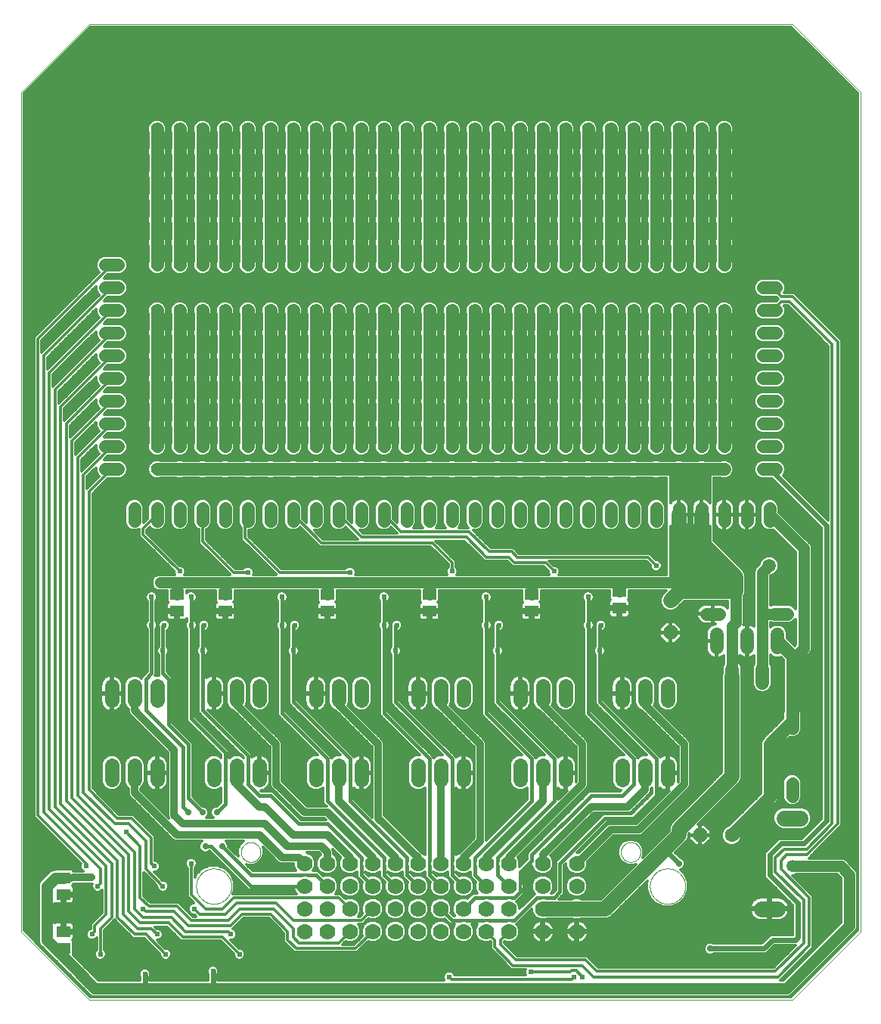
<source format=gtl>
G75*
%MOIN*%
%OFA0B0*%
%FSLAX25Y25*%
%IPPOS*%
%LPD*%
%AMOC8*
5,1,8,0,0,1.08239X$1,22.5*
%
%ADD10C,0.00000*%
%ADD11R,0.05906X0.05118*%
%ADD12OC8,0.06300*%
%ADD13C,0.06300*%
%ADD14C,0.07100*%
%ADD15C,0.05600*%
%ADD16C,0.05943*%
%ADD17C,0.05943*%
%ADD18C,0.06400*%
%ADD19C,0.07000*%
%ADD20C,0.01600*%
%ADD21C,0.02778*%
%ADD22C,0.02400*%
%ADD23C,0.01200*%
%ADD24C,0.03200*%
%ADD25C,0.05000*%
%ADD26C,0.06600*%
%ADD27C,0.05000*%
%ADD28C,0.02400*%
%ADD29C,0.05600*%
%ADD30C,0.05315*%
D10*
X0031600Y0025414D02*
X0001600Y0055414D01*
X0001600Y0425414D01*
X0031600Y0455414D01*
X0341600Y0455414D01*
X0371600Y0425414D01*
X0371600Y0055414D01*
X0341600Y0025414D01*
X0031600Y0025414D01*
X0078825Y0075414D02*
X0078827Y0075605D01*
X0078834Y0075796D01*
X0078846Y0075986D01*
X0078862Y0076176D01*
X0078883Y0076366D01*
X0078909Y0076555D01*
X0078939Y0076743D01*
X0078974Y0076931D01*
X0079014Y0077118D01*
X0079058Y0077303D01*
X0079107Y0077488D01*
X0079160Y0077671D01*
X0079217Y0077853D01*
X0079279Y0078033D01*
X0079346Y0078212D01*
X0079417Y0078389D01*
X0079492Y0078565D01*
X0079571Y0078738D01*
X0079655Y0078910D01*
X0079743Y0079079D01*
X0079835Y0079246D01*
X0079931Y0079411D01*
X0080031Y0079574D01*
X0080135Y0079734D01*
X0080243Y0079891D01*
X0080355Y0080046D01*
X0080471Y0080197D01*
X0080590Y0080346D01*
X0080713Y0080492D01*
X0080839Y0080635D01*
X0080969Y0080775D01*
X0081102Y0080912D01*
X0081239Y0081045D01*
X0081379Y0081175D01*
X0081522Y0081301D01*
X0081668Y0081424D01*
X0081817Y0081543D01*
X0081968Y0081659D01*
X0082123Y0081771D01*
X0082280Y0081879D01*
X0082440Y0081983D01*
X0082603Y0082083D01*
X0082768Y0082179D01*
X0082935Y0082271D01*
X0083104Y0082359D01*
X0083276Y0082443D01*
X0083449Y0082522D01*
X0083625Y0082597D01*
X0083802Y0082668D01*
X0083981Y0082735D01*
X0084161Y0082797D01*
X0084343Y0082854D01*
X0084526Y0082907D01*
X0084711Y0082956D01*
X0084896Y0083000D01*
X0085083Y0083040D01*
X0085271Y0083075D01*
X0085459Y0083105D01*
X0085648Y0083131D01*
X0085838Y0083152D01*
X0086028Y0083168D01*
X0086218Y0083180D01*
X0086409Y0083187D01*
X0086600Y0083189D01*
X0086791Y0083187D01*
X0086982Y0083180D01*
X0087172Y0083168D01*
X0087362Y0083152D01*
X0087552Y0083131D01*
X0087741Y0083105D01*
X0087929Y0083075D01*
X0088117Y0083040D01*
X0088304Y0083000D01*
X0088489Y0082956D01*
X0088674Y0082907D01*
X0088857Y0082854D01*
X0089039Y0082797D01*
X0089219Y0082735D01*
X0089398Y0082668D01*
X0089575Y0082597D01*
X0089751Y0082522D01*
X0089924Y0082443D01*
X0090096Y0082359D01*
X0090265Y0082271D01*
X0090432Y0082179D01*
X0090597Y0082083D01*
X0090760Y0081983D01*
X0090920Y0081879D01*
X0091077Y0081771D01*
X0091232Y0081659D01*
X0091383Y0081543D01*
X0091532Y0081424D01*
X0091678Y0081301D01*
X0091821Y0081175D01*
X0091961Y0081045D01*
X0092098Y0080912D01*
X0092231Y0080775D01*
X0092361Y0080635D01*
X0092487Y0080492D01*
X0092610Y0080346D01*
X0092729Y0080197D01*
X0092845Y0080046D01*
X0092957Y0079891D01*
X0093065Y0079734D01*
X0093169Y0079574D01*
X0093269Y0079411D01*
X0093365Y0079246D01*
X0093457Y0079079D01*
X0093545Y0078910D01*
X0093629Y0078738D01*
X0093708Y0078565D01*
X0093783Y0078389D01*
X0093854Y0078212D01*
X0093921Y0078033D01*
X0093983Y0077853D01*
X0094040Y0077671D01*
X0094093Y0077488D01*
X0094142Y0077303D01*
X0094186Y0077118D01*
X0094226Y0076931D01*
X0094261Y0076743D01*
X0094291Y0076555D01*
X0094317Y0076366D01*
X0094338Y0076176D01*
X0094354Y0075986D01*
X0094366Y0075796D01*
X0094373Y0075605D01*
X0094375Y0075414D01*
X0094373Y0075223D01*
X0094366Y0075032D01*
X0094354Y0074842D01*
X0094338Y0074652D01*
X0094317Y0074462D01*
X0094291Y0074273D01*
X0094261Y0074085D01*
X0094226Y0073897D01*
X0094186Y0073710D01*
X0094142Y0073525D01*
X0094093Y0073340D01*
X0094040Y0073157D01*
X0093983Y0072975D01*
X0093921Y0072795D01*
X0093854Y0072616D01*
X0093783Y0072439D01*
X0093708Y0072263D01*
X0093629Y0072090D01*
X0093545Y0071918D01*
X0093457Y0071749D01*
X0093365Y0071582D01*
X0093269Y0071417D01*
X0093169Y0071254D01*
X0093065Y0071094D01*
X0092957Y0070937D01*
X0092845Y0070782D01*
X0092729Y0070631D01*
X0092610Y0070482D01*
X0092487Y0070336D01*
X0092361Y0070193D01*
X0092231Y0070053D01*
X0092098Y0069916D01*
X0091961Y0069783D01*
X0091821Y0069653D01*
X0091678Y0069527D01*
X0091532Y0069404D01*
X0091383Y0069285D01*
X0091232Y0069169D01*
X0091077Y0069057D01*
X0090920Y0068949D01*
X0090760Y0068845D01*
X0090597Y0068745D01*
X0090432Y0068649D01*
X0090265Y0068557D01*
X0090096Y0068469D01*
X0089924Y0068385D01*
X0089751Y0068306D01*
X0089575Y0068231D01*
X0089398Y0068160D01*
X0089219Y0068093D01*
X0089039Y0068031D01*
X0088857Y0067974D01*
X0088674Y0067921D01*
X0088489Y0067872D01*
X0088304Y0067828D01*
X0088117Y0067788D01*
X0087929Y0067753D01*
X0087741Y0067723D01*
X0087552Y0067697D01*
X0087362Y0067676D01*
X0087172Y0067660D01*
X0086982Y0067648D01*
X0086791Y0067641D01*
X0086600Y0067639D01*
X0086409Y0067641D01*
X0086218Y0067648D01*
X0086028Y0067660D01*
X0085838Y0067676D01*
X0085648Y0067697D01*
X0085459Y0067723D01*
X0085271Y0067753D01*
X0085083Y0067788D01*
X0084896Y0067828D01*
X0084711Y0067872D01*
X0084526Y0067921D01*
X0084343Y0067974D01*
X0084161Y0068031D01*
X0083981Y0068093D01*
X0083802Y0068160D01*
X0083625Y0068231D01*
X0083449Y0068306D01*
X0083276Y0068385D01*
X0083104Y0068469D01*
X0082935Y0068557D01*
X0082768Y0068649D01*
X0082603Y0068745D01*
X0082440Y0068845D01*
X0082280Y0068949D01*
X0082123Y0069057D01*
X0081968Y0069169D01*
X0081817Y0069285D01*
X0081668Y0069404D01*
X0081522Y0069527D01*
X0081379Y0069653D01*
X0081239Y0069783D01*
X0081102Y0069916D01*
X0080969Y0070053D01*
X0080839Y0070193D01*
X0080713Y0070336D01*
X0080590Y0070482D01*
X0080471Y0070631D01*
X0080355Y0070782D01*
X0080243Y0070937D01*
X0080135Y0071094D01*
X0080031Y0071254D01*
X0079931Y0071417D01*
X0079835Y0071582D01*
X0079743Y0071749D01*
X0079655Y0071918D01*
X0079571Y0072090D01*
X0079492Y0072263D01*
X0079417Y0072439D01*
X0079346Y0072616D01*
X0079279Y0072795D01*
X0079217Y0072975D01*
X0079160Y0073157D01*
X0079107Y0073340D01*
X0079058Y0073525D01*
X0079014Y0073710D01*
X0078974Y0073897D01*
X0078939Y0074085D01*
X0078909Y0074273D01*
X0078883Y0074462D01*
X0078862Y0074652D01*
X0078846Y0074842D01*
X0078834Y0075032D01*
X0078827Y0075223D01*
X0078825Y0075414D01*
X0098519Y0090414D02*
X0098521Y0090545D01*
X0098527Y0090677D01*
X0098537Y0090808D01*
X0098551Y0090939D01*
X0098569Y0091069D01*
X0098591Y0091198D01*
X0098616Y0091327D01*
X0098646Y0091455D01*
X0098680Y0091582D01*
X0098717Y0091709D01*
X0098758Y0091833D01*
X0098803Y0091957D01*
X0098852Y0092079D01*
X0098904Y0092200D01*
X0098960Y0092318D01*
X0099020Y0092436D01*
X0099083Y0092551D01*
X0099150Y0092664D01*
X0099220Y0092776D01*
X0099293Y0092885D01*
X0099369Y0092991D01*
X0099449Y0093096D01*
X0099532Y0093198D01*
X0099618Y0093297D01*
X0099707Y0093394D01*
X0099799Y0093488D01*
X0099894Y0093579D01*
X0099991Y0093668D01*
X0100091Y0093753D01*
X0100194Y0093835D01*
X0100299Y0093914D01*
X0100406Y0093990D01*
X0100516Y0094062D01*
X0100628Y0094131D01*
X0100742Y0094197D01*
X0100857Y0094259D01*
X0100975Y0094318D01*
X0101094Y0094373D01*
X0101215Y0094425D01*
X0101338Y0094472D01*
X0101462Y0094516D01*
X0101587Y0094557D01*
X0101713Y0094593D01*
X0101841Y0094626D01*
X0101969Y0094654D01*
X0102098Y0094679D01*
X0102228Y0094700D01*
X0102358Y0094717D01*
X0102489Y0094730D01*
X0102620Y0094739D01*
X0102751Y0094744D01*
X0102883Y0094745D01*
X0103014Y0094742D01*
X0103146Y0094735D01*
X0103277Y0094724D01*
X0103407Y0094709D01*
X0103537Y0094690D01*
X0103667Y0094667D01*
X0103795Y0094641D01*
X0103923Y0094610D01*
X0104050Y0094575D01*
X0104176Y0094537D01*
X0104300Y0094495D01*
X0104424Y0094449D01*
X0104545Y0094399D01*
X0104665Y0094346D01*
X0104784Y0094289D01*
X0104901Y0094229D01*
X0105015Y0094165D01*
X0105128Y0094097D01*
X0105239Y0094026D01*
X0105348Y0093952D01*
X0105454Y0093875D01*
X0105558Y0093794D01*
X0105659Y0093711D01*
X0105758Y0093624D01*
X0105854Y0093534D01*
X0105947Y0093441D01*
X0106038Y0093346D01*
X0106125Y0093248D01*
X0106210Y0093147D01*
X0106291Y0093044D01*
X0106369Y0092938D01*
X0106444Y0092830D01*
X0106516Y0092720D01*
X0106584Y0092608D01*
X0106649Y0092494D01*
X0106710Y0092377D01*
X0106768Y0092259D01*
X0106822Y0092139D01*
X0106873Y0092018D01*
X0106920Y0091895D01*
X0106963Y0091771D01*
X0107002Y0091646D01*
X0107038Y0091519D01*
X0107069Y0091391D01*
X0107097Y0091263D01*
X0107121Y0091134D01*
X0107141Y0091004D01*
X0107157Y0090873D01*
X0107169Y0090742D01*
X0107177Y0090611D01*
X0107181Y0090480D01*
X0107181Y0090348D01*
X0107177Y0090217D01*
X0107169Y0090086D01*
X0107157Y0089955D01*
X0107141Y0089824D01*
X0107121Y0089694D01*
X0107097Y0089565D01*
X0107069Y0089437D01*
X0107038Y0089309D01*
X0107002Y0089182D01*
X0106963Y0089057D01*
X0106920Y0088933D01*
X0106873Y0088810D01*
X0106822Y0088689D01*
X0106768Y0088569D01*
X0106710Y0088451D01*
X0106649Y0088334D01*
X0106584Y0088220D01*
X0106516Y0088108D01*
X0106444Y0087998D01*
X0106369Y0087890D01*
X0106291Y0087784D01*
X0106210Y0087681D01*
X0106125Y0087580D01*
X0106038Y0087482D01*
X0105947Y0087387D01*
X0105854Y0087294D01*
X0105758Y0087204D01*
X0105659Y0087117D01*
X0105558Y0087034D01*
X0105454Y0086953D01*
X0105348Y0086876D01*
X0105239Y0086802D01*
X0105128Y0086731D01*
X0105016Y0086663D01*
X0104901Y0086599D01*
X0104784Y0086539D01*
X0104665Y0086482D01*
X0104545Y0086429D01*
X0104424Y0086379D01*
X0104300Y0086333D01*
X0104176Y0086291D01*
X0104050Y0086253D01*
X0103923Y0086218D01*
X0103795Y0086187D01*
X0103667Y0086161D01*
X0103537Y0086138D01*
X0103407Y0086119D01*
X0103277Y0086104D01*
X0103146Y0086093D01*
X0103014Y0086086D01*
X0102883Y0086083D01*
X0102751Y0086084D01*
X0102620Y0086089D01*
X0102489Y0086098D01*
X0102358Y0086111D01*
X0102228Y0086128D01*
X0102098Y0086149D01*
X0101969Y0086174D01*
X0101841Y0086202D01*
X0101713Y0086235D01*
X0101587Y0086271D01*
X0101462Y0086312D01*
X0101338Y0086356D01*
X0101215Y0086403D01*
X0101094Y0086455D01*
X0100975Y0086510D01*
X0100857Y0086569D01*
X0100742Y0086631D01*
X0100628Y0086697D01*
X0100516Y0086766D01*
X0100406Y0086838D01*
X0100299Y0086914D01*
X0100194Y0086993D01*
X0100091Y0087075D01*
X0099991Y0087160D01*
X0099894Y0087249D01*
X0099799Y0087340D01*
X0099707Y0087434D01*
X0099618Y0087531D01*
X0099532Y0087630D01*
X0099449Y0087732D01*
X0099369Y0087837D01*
X0099293Y0087943D01*
X0099220Y0088052D01*
X0099150Y0088164D01*
X0099083Y0088277D01*
X0099020Y0088392D01*
X0098960Y0088510D01*
X0098904Y0088628D01*
X0098852Y0088749D01*
X0098803Y0088871D01*
X0098758Y0088995D01*
X0098717Y0089119D01*
X0098680Y0089246D01*
X0098646Y0089373D01*
X0098616Y0089501D01*
X0098591Y0089630D01*
X0098569Y0089759D01*
X0098551Y0089889D01*
X0098537Y0090020D01*
X0098527Y0090151D01*
X0098521Y0090283D01*
X0098519Y0090414D01*
X0266019Y0090414D02*
X0266021Y0090545D01*
X0266027Y0090677D01*
X0266037Y0090808D01*
X0266051Y0090939D01*
X0266069Y0091069D01*
X0266091Y0091198D01*
X0266116Y0091327D01*
X0266146Y0091455D01*
X0266180Y0091582D01*
X0266217Y0091709D01*
X0266258Y0091833D01*
X0266303Y0091957D01*
X0266352Y0092079D01*
X0266404Y0092200D01*
X0266460Y0092318D01*
X0266520Y0092436D01*
X0266583Y0092551D01*
X0266650Y0092664D01*
X0266720Y0092776D01*
X0266793Y0092885D01*
X0266869Y0092991D01*
X0266949Y0093096D01*
X0267032Y0093198D01*
X0267118Y0093297D01*
X0267207Y0093394D01*
X0267299Y0093488D01*
X0267394Y0093579D01*
X0267491Y0093668D01*
X0267591Y0093753D01*
X0267694Y0093835D01*
X0267799Y0093914D01*
X0267906Y0093990D01*
X0268016Y0094062D01*
X0268128Y0094131D01*
X0268242Y0094197D01*
X0268357Y0094259D01*
X0268475Y0094318D01*
X0268594Y0094373D01*
X0268715Y0094425D01*
X0268838Y0094472D01*
X0268962Y0094516D01*
X0269087Y0094557D01*
X0269213Y0094593D01*
X0269341Y0094626D01*
X0269469Y0094654D01*
X0269598Y0094679D01*
X0269728Y0094700D01*
X0269858Y0094717D01*
X0269989Y0094730D01*
X0270120Y0094739D01*
X0270251Y0094744D01*
X0270383Y0094745D01*
X0270514Y0094742D01*
X0270646Y0094735D01*
X0270777Y0094724D01*
X0270907Y0094709D01*
X0271037Y0094690D01*
X0271167Y0094667D01*
X0271295Y0094641D01*
X0271423Y0094610D01*
X0271550Y0094575D01*
X0271676Y0094537D01*
X0271800Y0094495D01*
X0271924Y0094449D01*
X0272045Y0094399D01*
X0272165Y0094346D01*
X0272284Y0094289D01*
X0272401Y0094229D01*
X0272515Y0094165D01*
X0272628Y0094097D01*
X0272739Y0094026D01*
X0272848Y0093952D01*
X0272954Y0093875D01*
X0273058Y0093794D01*
X0273159Y0093711D01*
X0273258Y0093624D01*
X0273354Y0093534D01*
X0273447Y0093441D01*
X0273538Y0093346D01*
X0273625Y0093248D01*
X0273710Y0093147D01*
X0273791Y0093044D01*
X0273869Y0092938D01*
X0273944Y0092830D01*
X0274016Y0092720D01*
X0274084Y0092608D01*
X0274149Y0092494D01*
X0274210Y0092377D01*
X0274268Y0092259D01*
X0274322Y0092139D01*
X0274373Y0092018D01*
X0274420Y0091895D01*
X0274463Y0091771D01*
X0274502Y0091646D01*
X0274538Y0091519D01*
X0274569Y0091391D01*
X0274597Y0091263D01*
X0274621Y0091134D01*
X0274641Y0091004D01*
X0274657Y0090873D01*
X0274669Y0090742D01*
X0274677Y0090611D01*
X0274681Y0090480D01*
X0274681Y0090348D01*
X0274677Y0090217D01*
X0274669Y0090086D01*
X0274657Y0089955D01*
X0274641Y0089824D01*
X0274621Y0089694D01*
X0274597Y0089565D01*
X0274569Y0089437D01*
X0274538Y0089309D01*
X0274502Y0089182D01*
X0274463Y0089057D01*
X0274420Y0088933D01*
X0274373Y0088810D01*
X0274322Y0088689D01*
X0274268Y0088569D01*
X0274210Y0088451D01*
X0274149Y0088334D01*
X0274084Y0088220D01*
X0274016Y0088108D01*
X0273944Y0087998D01*
X0273869Y0087890D01*
X0273791Y0087784D01*
X0273710Y0087681D01*
X0273625Y0087580D01*
X0273538Y0087482D01*
X0273447Y0087387D01*
X0273354Y0087294D01*
X0273258Y0087204D01*
X0273159Y0087117D01*
X0273058Y0087034D01*
X0272954Y0086953D01*
X0272848Y0086876D01*
X0272739Y0086802D01*
X0272628Y0086731D01*
X0272516Y0086663D01*
X0272401Y0086599D01*
X0272284Y0086539D01*
X0272165Y0086482D01*
X0272045Y0086429D01*
X0271924Y0086379D01*
X0271800Y0086333D01*
X0271676Y0086291D01*
X0271550Y0086253D01*
X0271423Y0086218D01*
X0271295Y0086187D01*
X0271167Y0086161D01*
X0271037Y0086138D01*
X0270907Y0086119D01*
X0270777Y0086104D01*
X0270646Y0086093D01*
X0270514Y0086086D01*
X0270383Y0086083D01*
X0270251Y0086084D01*
X0270120Y0086089D01*
X0269989Y0086098D01*
X0269858Y0086111D01*
X0269728Y0086128D01*
X0269598Y0086149D01*
X0269469Y0086174D01*
X0269341Y0086202D01*
X0269213Y0086235D01*
X0269087Y0086271D01*
X0268962Y0086312D01*
X0268838Y0086356D01*
X0268715Y0086403D01*
X0268594Y0086455D01*
X0268475Y0086510D01*
X0268357Y0086569D01*
X0268242Y0086631D01*
X0268128Y0086697D01*
X0268016Y0086766D01*
X0267906Y0086838D01*
X0267799Y0086914D01*
X0267694Y0086993D01*
X0267591Y0087075D01*
X0267491Y0087160D01*
X0267394Y0087249D01*
X0267299Y0087340D01*
X0267207Y0087434D01*
X0267118Y0087531D01*
X0267032Y0087630D01*
X0266949Y0087732D01*
X0266869Y0087837D01*
X0266793Y0087943D01*
X0266720Y0088052D01*
X0266650Y0088164D01*
X0266583Y0088277D01*
X0266520Y0088392D01*
X0266460Y0088510D01*
X0266404Y0088628D01*
X0266352Y0088749D01*
X0266303Y0088871D01*
X0266258Y0088995D01*
X0266217Y0089119D01*
X0266180Y0089246D01*
X0266146Y0089373D01*
X0266116Y0089501D01*
X0266091Y0089630D01*
X0266069Y0089759D01*
X0266051Y0089889D01*
X0266037Y0090020D01*
X0266027Y0090151D01*
X0266021Y0090283D01*
X0266019Y0090414D01*
X0278825Y0075414D02*
X0278827Y0075605D01*
X0278834Y0075796D01*
X0278846Y0075986D01*
X0278862Y0076176D01*
X0278883Y0076366D01*
X0278909Y0076555D01*
X0278939Y0076743D01*
X0278974Y0076931D01*
X0279014Y0077118D01*
X0279058Y0077303D01*
X0279107Y0077488D01*
X0279160Y0077671D01*
X0279217Y0077853D01*
X0279279Y0078033D01*
X0279346Y0078212D01*
X0279417Y0078389D01*
X0279492Y0078565D01*
X0279571Y0078738D01*
X0279655Y0078910D01*
X0279743Y0079079D01*
X0279835Y0079246D01*
X0279931Y0079411D01*
X0280031Y0079574D01*
X0280135Y0079734D01*
X0280243Y0079891D01*
X0280355Y0080046D01*
X0280471Y0080197D01*
X0280590Y0080346D01*
X0280713Y0080492D01*
X0280839Y0080635D01*
X0280969Y0080775D01*
X0281102Y0080912D01*
X0281239Y0081045D01*
X0281379Y0081175D01*
X0281522Y0081301D01*
X0281668Y0081424D01*
X0281817Y0081543D01*
X0281968Y0081659D01*
X0282123Y0081771D01*
X0282280Y0081879D01*
X0282440Y0081983D01*
X0282603Y0082083D01*
X0282768Y0082179D01*
X0282935Y0082271D01*
X0283104Y0082359D01*
X0283276Y0082443D01*
X0283449Y0082522D01*
X0283625Y0082597D01*
X0283802Y0082668D01*
X0283981Y0082735D01*
X0284161Y0082797D01*
X0284343Y0082854D01*
X0284526Y0082907D01*
X0284711Y0082956D01*
X0284896Y0083000D01*
X0285083Y0083040D01*
X0285271Y0083075D01*
X0285459Y0083105D01*
X0285648Y0083131D01*
X0285838Y0083152D01*
X0286028Y0083168D01*
X0286218Y0083180D01*
X0286409Y0083187D01*
X0286600Y0083189D01*
X0286791Y0083187D01*
X0286982Y0083180D01*
X0287172Y0083168D01*
X0287362Y0083152D01*
X0287552Y0083131D01*
X0287741Y0083105D01*
X0287929Y0083075D01*
X0288117Y0083040D01*
X0288304Y0083000D01*
X0288489Y0082956D01*
X0288674Y0082907D01*
X0288857Y0082854D01*
X0289039Y0082797D01*
X0289219Y0082735D01*
X0289398Y0082668D01*
X0289575Y0082597D01*
X0289751Y0082522D01*
X0289924Y0082443D01*
X0290096Y0082359D01*
X0290265Y0082271D01*
X0290432Y0082179D01*
X0290597Y0082083D01*
X0290760Y0081983D01*
X0290920Y0081879D01*
X0291077Y0081771D01*
X0291232Y0081659D01*
X0291383Y0081543D01*
X0291532Y0081424D01*
X0291678Y0081301D01*
X0291821Y0081175D01*
X0291961Y0081045D01*
X0292098Y0080912D01*
X0292231Y0080775D01*
X0292361Y0080635D01*
X0292487Y0080492D01*
X0292610Y0080346D01*
X0292729Y0080197D01*
X0292845Y0080046D01*
X0292957Y0079891D01*
X0293065Y0079734D01*
X0293169Y0079574D01*
X0293269Y0079411D01*
X0293365Y0079246D01*
X0293457Y0079079D01*
X0293545Y0078910D01*
X0293629Y0078738D01*
X0293708Y0078565D01*
X0293783Y0078389D01*
X0293854Y0078212D01*
X0293921Y0078033D01*
X0293983Y0077853D01*
X0294040Y0077671D01*
X0294093Y0077488D01*
X0294142Y0077303D01*
X0294186Y0077118D01*
X0294226Y0076931D01*
X0294261Y0076743D01*
X0294291Y0076555D01*
X0294317Y0076366D01*
X0294338Y0076176D01*
X0294354Y0075986D01*
X0294366Y0075796D01*
X0294373Y0075605D01*
X0294375Y0075414D01*
X0294373Y0075223D01*
X0294366Y0075032D01*
X0294354Y0074842D01*
X0294338Y0074652D01*
X0294317Y0074462D01*
X0294291Y0074273D01*
X0294261Y0074085D01*
X0294226Y0073897D01*
X0294186Y0073710D01*
X0294142Y0073525D01*
X0294093Y0073340D01*
X0294040Y0073157D01*
X0293983Y0072975D01*
X0293921Y0072795D01*
X0293854Y0072616D01*
X0293783Y0072439D01*
X0293708Y0072263D01*
X0293629Y0072090D01*
X0293545Y0071918D01*
X0293457Y0071749D01*
X0293365Y0071582D01*
X0293269Y0071417D01*
X0293169Y0071254D01*
X0293065Y0071094D01*
X0292957Y0070937D01*
X0292845Y0070782D01*
X0292729Y0070631D01*
X0292610Y0070482D01*
X0292487Y0070336D01*
X0292361Y0070193D01*
X0292231Y0070053D01*
X0292098Y0069916D01*
X0291961Y0069783D01*
X0291821Y0069653D01*
X0291678Y0069527D01*
X0291532Y0069404D01*
X0291383Y0069285D01*
X0291232Y0069169D01*
X0291077Y0069057D01*
X0290920Y0068949D01*
X0290760Y0068845D01*
X0290597Y0068745D01*
X0290432Y0068649D01*
X0290265Y0068557D01*
X0290096Y0068469D01*
X0289924Y0068385D01*
X0289751Y0068306D01*
X0289575Y0068231D01*
X0289398Y0068160D01*
X0289219Y0068093D01*
X0289039Y0068031D01*
X0288857Y0067974D01*
X0288674Y0067921D01*
X0288489Y0067872D01*
X0288304Y0067828D01*
X0288117Y0067788D01*
X0287929Y0067753D01*
X0287741Y0067723D01*
X0287552Y0067697D01*
X0287362Y0067676D01*
X0287172Y0067660D01*
X0286982Y0067648D01*
X0286791Y0067641D01*
X0286600Y0067639D01*
X0286409Y0067641D01*
X0286218Y0067648D01*
X0286028Y0067660D01*
X0285838Y0067676D01*
X0285648Y0067697D01*
X0285459Y0067723D01*
X0285271Y0067753D01*
X0285083Y0067788D01*
X0284896Y0067828D01*
X0284711Y0067872D01*
X0284526Y0067921D01*
X0284343Y0067974D01*
X0284161Y0068031D01*
X0283981Y0068093D01*
X0283802Y0068160D01*
X0283625Y0068231D01*
X0283449Y0068306D01*
X0283276Y0068385D01*
X0283104Y0068469D01*
X0282935Y0068557D01*
X0282768Y0068649D01*
X0282603Y0068745D01*
X0282440Y0068845D01*
X0282280Y0068949D01*
X0282123Y0069057D01*
X0281968Y0069169D01*
X0281817Y0069285D01*
X0281668Y0069404D01*
X0281522Y0069527D01*
X0281379Y0069653D01*
X0281239Y0069783D01*
X0281102Y0069916D01*
X0280969Y0070053D01*
X0280839Y0070193D01*
X0280713Y0070336D01*
X0280590Y0070482D01*
X0280471Y0070631D01*
X0280355Y0070782D01*
X0280243Y0070937D01*
X0280135Y0071094D01*
X0280031Y0071254D01*
X0279931Y0071417D01*
X0279835Y0071582D01*
X0279743Y0071749D01*
X0279655Y0071918D01*
X0279571Y0072090D01*
X0279492Y0072263D01*
X0279417Y0072439D01*
X0279346Y0072616D01*
X0279279Y0072795D01*
X0279217Y0072975D01*
X0279160Y0073157D01*
X0279107Y0073340D01*
X0279058Y0073525D01*
X0279014Y0073710D01*
X0278974Y0073897D01*
X0278939Y0074085D01*
X0278909Y0074273D01*
X0278883Y0074462D01*
X0278862Y0074652D01*
X0278846Y0074842D01*
X0278834Y0075032D01*
X0278827Y0075223D01*
X0278825Y0075414D01*
D11*
X0265350Y0197924D03*
X0265350Y0205404D03*
X0226600Y0204154D03*
X0226600Y0196674D03*
X0181600Y0196674D03*
X0181600Y0204154D03*
X0136600Y0204154D03*
X0136600Y0196674D03*
X0091600Y0196674D03*
X0091600Y0204154D03*
X0070350Y0204154D03*
X0070350Y0196674D03*
X0020350Y0079154D03*
X0020350Y0071674D03*
X0020350Y0055404D03*
X0020350Y0047924D03*
D12*
X0287850Y0187164D03*
X0300850Y0097914D03*
D13*
X0314850Y0097914D03*
X0287850Y0201164D03*
D14*
X0338050Y0105414D02*
X0345150Y0105414D01*
X0335150Y0065414D02*
X0328050Y0065414D01*
D15*
X0314850Y0097914D02*
X0331600Y0114664D01*
X0331600Y0137914D01*
X0341600Y0147914D01*
X0341600Y0170414D01*
X0341600Y0176871D01*
X0334986Y0183485D01*
X0333800Y0195414D02*
X0339400Y0195414D01*
X0309400Y0195414D02*
X0303800Y0195414D01*
X0301600Y0236364D02*
X0301600Y0241964D01*
X0291600Y0241964D02*
X0291600Y0236364D01*
X0281600Y0236364D02*
X0281600Y0241964D01*
X0271600Y0241964D02*
X0271600Y0236364D01*
X0261600Y0236364D02*
X0261600Y0241964D01*
X0251600Y0241964D02*
X0251600Y0236364D01*
X0241600Y0236364D02*
X0241600Y0241964D01*
X0231600Y0241964D02*
X0231600Y0236364D01*
X0221600Y0236364D02*
X0221600Y0241964D01*
X0211600Y0241964D02*
X0211600Y0236364D01*
X0201600Y0236364D02*
X0201600Y0241964D01*
X0191600Y0241964D02*
X0191600Y0236364D01*
X0181600Y0236364D02*
X0181600Y0241964D01*
X0171600Y0241964D02*
X0171600Y0236364D01*
X0161600Y0236364D02*
X0161600Y0241964D01*
X0151600Y0241964D02*
X0151600Y0236364D01*
X0141600Y0236364D02*
X0141600Y0241964D01*
X0131600Y0241964D02*
X0131600Y0236364D01*
X0121600Y0236364D02*
X0121600Y0241964D01*
X0111600Y0241964D02*
X0111600Y0236364D01*
X0101600Y0236364D02*
X0101600Y0241964D01*
X0091600Y0241964D02*
X0091600Y0236364D01*
X0081600Y0236364D02*
X0081600Y0241964D01*
X0071600Y0241964D02*
X0071600Y0236364D01*
X0061600Y0236364D02*
X0061600Y0241964D01*
X0051600Y0241964D02*
X0051600Y0236364D01*
X0044400Y0259164D02*
X0038800Y0259164D01*
X0038800Y0269164D02*
X0044400Y0269164D01*
X0044400Y0279164D02*
X0038800Y0279164D01*
X0038800Y0289164D02*
X0044400Y0289164D01*
X0044400Y0299164D02*
X0038800Y0299164D01*
X0038800Y0309164D02*
X0044400Y0309164D01*
X0044400Y0319164D02*
X0038800Y0319164D01*
X0038800Y0329164D02*
X0044400Y0329164D01*
X0044400Y0339164D02*
X0038800Y0339164D01*
X0038800Y0349164D02*
X0044400Y0349164D01*
X0061600Y0349164D02*
X0061600Y0359164D01*
X0061600Y0369164D01*
X0061600Y0379164D01*
X0061600Y0389164D01*
X0061600Y0399164D01*
X0061600Y0409164D01*
X0071600Y0409164D02*
X0071600Y0399164D01*
X0071600Y0389164D01*
X0071600Y0379164D01*
X0071600Y0369164D01*
X0071600Y0359164D01*
X0071600Y0349164D01*
X0081600Y0349164D02*
X0081600Y0359164D01*
X0081600Y0369164D01*
X0081600Y0379164D01*
X0081600Y0389164D01*
X0081600Y0399164D01*
X0081600Y0409164D01*
X0091600Y0409164D02*
X0091600Y0399164D01*
X0091600Y0389164D01*
X0091600Y0379164D01*
X0091600Y0369164D01*
X0091600Y0359164D01*
X0091600Y0349164D01*
X0101600Y0349164D02*
X0101600Y0359164D01*
X0101600Y0369164D01*
X0101600Y0379164D01*
X0101600Y0389164D01*
X0101600Y0399164D01*
X0101600Y0409164D01*
X0111600Y0409164D02*
X0111600Y0399164D01*
X0111600Y0389164D01*
X0111600Y0379164D01*
X0111600Y0369164D01*
X0111600Y0359164D01*
X0111600Y0349164D01*
X0121600Y0349164D02*
X0121600Y0359164D01*
X0121600Y0369164D01*
X0121600Y0379164D01*
X0121600Y0389164D01*
X0121600Y0399164D01*
X0121600Y0409164D01*
X0131600Y0409164D02*
X0131600Y0399164D01*
X0131600Y0389164D01*
X0131600Y0379164D01*
X0131600Y0369164D01*
X0131600Y0359164D01*
X0131600Y0349164D01*
X0141600Y0349164D02*
X0141600Y0359164D01*
X0141600Y0369164D01*
X0141600Y0379164D01*
X0141600Y0389164D01*
X0141600Y0399164D01*
X0141600Y0409164D01*
X0151600Y0409164D02*
X0151600Y0399164D01*
X0151600Y0389164D01*
X0151600Y0379164D01*
X0151600Y0369164D01*
X0151600Y0359164D01*
X0151600Y0349164D01*
X0161600Y0349164D02*
X0161600Y0359164D01*
X0161600Y0369164D01*
X0161600Y0379164D01*
X0161600Y0389164D01*
X0161600Y0399164D01*
X0161600Y0409164D01*
X0171600Y0409164D02*
X0171600Y0399164D01*
X0171600Y0389164D01*
X0171600Y0379164D01*
X0171600Y0369164D01*
X0171600Y0359164D01*
X0171600Y0349164D01*
X0181600Y0349164D02*
X0181600Y0359164D01*
X0181600Y0369164D01*
X0181600Y0379164D01*
X0181600Y0389164D01*
X0181600Y0399164D01*
X0181600Y0409164D01*
X0191600Y0409164D02*
X0191600Y0399164D01*
X0191600Y0389164D01*
X0191600Y0379164D01*
X0191600Y0369164D01*
X0191600Y0359164D01*
X0191600Y0349164D01*
X0201600Y0349164D02*
X0201600Y0359164D01*
X0201600Y0369164D01*
X0201600Y0379164D01*
X0201600Y0389164D01*
X0201600Y0399164D01*
X0201600Y0409164D01*
X0211600Y0409164D02*
X0211600Y0399164D01*
X0211600Y0389164D01*
X0211600Y0379164D01*
X0211600Y0369164D01*
X0211600Y0359164D01*
X0211600Y0349164D01*
X0221600Y0349164D02*
X0221600Y0359164D01*
X0221600Y0369164D01*
X0221600Y0379164D01*
X0221600Y0389164D01*
X0221600Y0399164D01*
X0221600Y0409164D01*
X0231600Y0409164D02*
X0231600Y0399164D01*
X0231600Y0389164D01*
X0231600Y0379164D01*
X0231600Y0369164D01*
X0231600Y0359164D01*
X0231600Y0349164D01*
X0241600Y0349164D02*
X0241600Y0359164D01*
X0241600Y0369164D01*
X0241600Y0379164D01*
X0241600Y0389164D01*
X0241600Y0399164D01*
X0241600Y0409164D01*
X0251600Y0409164D02*
X0251600Y0399164D01*
X0251600Y0389164D01*
X0251600Y0379164D01*
X0251600Y0369164D01*
X0251600Y0359164D01*
X0251600Y0349164D01*
X0261600Y0349164D02*
X0261600Y0359164D01*
X0261600Y0369164D01*
X0261600Y0379164D01*
X0261600Y0389164D01*
X0261600Y0399164D01*
X0261600Y0409164D01*
X0271600Y0409164D02*
X0271600Y0399164D01*
X0271600Y0389164D01*
X0271600Y0379164D01*
X0271600Y0369164D01*
X0271600Y0359164D01*
X0271600Y0349164D01*
X0281600Y0349164D02*
X0281600Y0359164D01*
X0281600Y0369164D01*
X0281600Y0379164D01*
X0281600Y0389164D01*
X0281600Y0399164D01*
X0281600Y0409164D01*
X0291600Y0409164D02*
X0291600Y0399164D01*
X0291600Y0389164D01*
X0291600Y0379164D01*
X0291600Y0369164D01*
X0291600Y0359164D01*
X0291600Y0349164D01*
X0301600Y0349164D02*
X0301600Y0359164D01*
X0301600Y0369164D01*
X0301600Y0379164D01*
X0301600Y0389164D01*
X0301600Y0399164D01*
X0301600Y0409164D01*
X0311600Y0409164D02*
X0311600Y0399164D01*
X0311600Y0389164D01*
X0311600Y0379164D01*
X0311600Y0369164D01*
X0311600Y0359164D01*
X0311600Y0349164D01*
X0328800Y0339164D02*
X0334400Y0339164D01*
X0334400Y0329164D02*
X0328800Y0329164D01*
X0328800Y0319164D02*
X0334400Y0319164D01*
X0334400Y0309164D02*
X0328800Y0309164D01*
X0328800Y0299164D02*
X0334400Y0299164D01*
X0334400Y0289164D02*
X0328800Y0289164D01*
X0328800Y0279164D02*
X0334400Y0279164D01*
X0334400Y0269164D02*
X0328800Y0269164D01*
X0328800Y0259164D02*
X0334400Y0259164D01*
X0331600Y0241964D02*
X0331600Y0236364D01*
X0321600Y0236364D02*
X0321600Y0241964D01*
X0311600Y0241964D02*
X0311600Y0236364D01*
X0311600Y0259164D02*
X0301600Y0259164D01*
X0291600Y0259164D01*
X0281600Y0259164D01*
X0271600Y0259164D01*
X0261600Y0259164D01*
X0251600Y0259164D01*
X0241600Y0259164D01*
X0231600Y0259164D01*
X0221600Y0259164D01*
X0211600Y0259164D01*
X0201600Y0259164D01*
X0191600Y0259164D01*
X0181600Y0259164D01*
X0171600Y0259164D01*
X0161600Y0259164D01*
X0151600Y0259164D01*
X0141600Y0259164D01*
X0131600Y0259164D01*
X0121600Y0259164D01*
X0111600Y0259164D01*
X0101600Y0259164D01*
X0091600Y0259164D01*
X0081600Y0259164D01*
X0071600Y0259164D01*
X0061600Y0259164D01*
X0061600Y0269164D02*
X0061600Y0279164D01*
X0061600Y0289164D01*
X0061600Y0299164D01*
X0061600Y0309164D01*
X0061600Y0319164D01*
X0061600Y0329164D01*
X0071600Y0329164D02*
X0071600Y0319164D01*
X0071600Y0309164D01*
X0071600Y0299164D01*
X0071600Y0289164D01*
X0071600Y0279164D01*
X0071600Y0269164D01*
X0081600Y0269164D02*
X0081600Y0279164D01*
X0081600Y0289164D01*
X0081600Y0299164D01*
X0081600Y0309164D01*
X0081600Y0319164D01*
X0081600Y0329164D01*
X0091600Y0329164D02*
X0091600Y0319164D01*
X0091600Y0309164D01*
X0091600Y0299164D01*
X0091600Y0289164D01*
X0091600Y0279164D01*
X0091600Y0269164D01*
X0101600Y0269164D02*
X0101600Y0279164D01*
X0101600Y0289164D01*
X0101600Y0299164D01*
X0101600Y0309164D01*
X0101600Y0319164D01*
X0101600Y0329164D01*
X0111600Y0329164D02*
X0111600Y0319164D01*
X0111600Y0309164D01*
X0111600Y0299164D01*
X0111600Y0289164D01*
X0111600Y0279164D01*
X0111600Y0269164D01*
X0121600Y0269164D02*
X0121600Y0279164D01*
X0121600Y0289164D01*
X0121600Y0299164D01*
X0121600Y0309164D01*
X0121600Y0319164D01*
X0121600Y0329164D01*
X0131600Y0329164D02*
X0131600Y0319164D01*
X0131600Y0309164D01*
X0131600Y0299164D01*
X0131600Y0289164D01*
X0131600Y0279164D01*
X0131600Y0269164D01*
X0141600Y0269164D02*
X0141600Y0279164D01*
X0141600Y0289164D01*
X0141600Y0299164D01*
X0141600Y0309164D01*
X0141600Y0319164D01*
X0141600Y0329164D01*
X0151600Y0329164D02*
X0151600Y0319164D01*
X0151600Y0309164D01*
X0151600Y0299164D01*
X0151600Y0289164D01*
X0151600Y0279164D01*
X0151600Y0269164D01*
X0161600Y0269164D02*
X0161600Y0279164D01*
X0161600Y0289164D01*
X0161600Y0299164D01*
X0161600Y0309164D01*
X0161600Y0319164D01*
X0161600Y0329164D01*
X0171600Y0329164D02*
X0171600Y0319164D01*
X0171600Y0309164D01*
X0171600Y0299164D01*
X0171600Y0289164D01*
X0171600Y0279164D01*
X0171600Y0269164D01*
X0181600Y0269164D02*
X0181600Y0279164D01*
X0181600Y0289164D01*
X0181600Y0299164D01*
X0181600Y0309164D01*
X0181600Y0319164D01*
X0181600Y0329164D01*
X0191600Y0329164D02*
X0191600Y0319164D01*
X0191600Y0309164D01*
X0191600Y0299164D01*
X0191600Y0289164D01*
X0191600Y0279164D01*
X0191600Y0269164D01*
X0201600Y0269164D02*
X0201600Y0279164D01*
X0201600Y0289164D01*
X0201600Y0299164D01*
X0201600Y0309164D01*
X0201600Y0319164D01*
X0201600Y0329164D01*
X0211600Y0329164D02*
X0211600Y0319164D01*
X0211600Y0309164D01*
X0211600Y0299164D01*
X0211600Y0289164D01*
X0211600Y0279164D01*
X0211600Y0269164D01*
X0221600Y0269164D02*
X0221600Y0279164D01*
X0221600Y0289164D01*
X0221600Y0299164D01*
X0221600Y0309164D01*
X0221600Y0319164D01*
X0221600Y0329164D01*
X0231600Y0329164D02*
X0231600Y0319164D01*
X0231600Y0309164D01*
X0231600Y0299164D01*
X0231600Y0289164D01*
X0231600Y0279164D01*
X0231600Y0269164D01*
X0241600Y0269164D02*
X0241600Y0279164D01*
X0241600Y0289164D01*
X0241600Y0299164D01*
X0241600Y0309164D01*
X0241600Y0319164D01*
X0241600Y0329164D01*
X0251600Y0329164D02*
X0251600Y0319164D01*
X0251600Y0309164D01*
X0251600Y0299164D01*
X0251600Y0289164D01*
X0251600Y0279164D01*
X0251600Y0269164D01*
X0261600Y0269164D02*
X0261600Y0279164D01*
X0261600Y0289164D01*
X0261600Y0299164D01*
X0261600Y0309164D01*
X0261600Y0319164D01*
X0261600Y0329164D01*
X0271600Y0329164D02*
X0271600Y0319164D01*
X0271600Y0309164D01*
X0271600Y0299164D01*
X0271600Y0289164D01*
X0271600Y0279164D01*
X0271600Y0269164D01*
X0281600Y0269164D02*
X0281600Y0279164D01*
X0281600Y0289164D01*
X0281600Y0299164D01*
X0281600Y0309164D01*
X0281600Y0319164D01*
X0281600Y0329164D01*
X0291600Y0329164D02*
X0291600Y0319164D01*
X0291600Y0309164D01*
X0291600Y0299164D01*
X0291600Y0289164D01*
X0291600Y0279164D01*
X0291600Y0269164D01*
X0301600Y0269164D02*
X0301600Y0279164D01*
X0301600Y0289164D01*
X0301600Y0299164D01*
X0301600Y0309164D01*
X0301600Y0319164D01*
X0301600Y0329164D01*
X0311600Y0329164D02*
X0311600Y0319164D01*
X0311600Y0309164D01*
X0311600Y0299164D01*
X0311600Y0289164D01*
X0311600Y0279164D01*
X0311600Y0269164D01*
X0341600Y0150714D02*
X0341600Y0145114D01*
X0341600Y0120714D02*
X0341600Y0115114D01*
D16*
X0328293Y0165159D02*
X0328293Y0171102D01*
X0334986Y0180513D02*
X0334986Y0186456D01*
X0321600Y0186456D02*
X0321600Y0180513D01*
X0314907Y0171102D02*
X0314907Y0165159D01*
X0308214Y0180513D02*
X0308214Y0186456D01*
D17*
X0311757Y0216664D03*
X0331443Y0216664D03*
D18*
X0286600Y0163614D02*
X0286600Y0157214D01*
X0276600Y0157214D02*
X0276600Y0163614D01*
X0266600Y0163614D02*
X0266600Y0157214D01*
X0241600Y0157214D02*
X0241600Y0163614D01*
X0231600Y0163614D02*
X0231600Y0157214D01*
X0221600Y0157214D02*
X0221600Y0163614D01*
X0196600Y0163614D02*
X0196600Y0157214D01*
X0186600Y0157214D02*
X0186600Y0163614D01*
X0176600Y0163614D02*
X0176600Y0157214D01*
X0176600Y0128614D02*
X0176600Y0122214D01*
X0186600Y0122214D02*
X0186600Y0128614D01*
X0196600Y0128614D02*
X0196600Y0122214D01*
X0221600Y0122214D02*
X0221600Y0128614D01*
X0231600Y0128614D02*
X0231600Y0122214D01*
X0241600Y0122214D02*
X0241600Y0128614D01*
X0266600Y0128614D02*
X0266600Y0122214D01*
X0276600Y0122214D02*
X0276600Y0128614D01*
X0286600Y0128614D02*
X0286600Y0122214D01*
X0151600Y0122214D02*
X0151600Y0128614D01*
X0141600Y0128614D02*
X0141600Y0122214D01*
X0131600Y0122214D02*
X0131600Y0128614D01*
X0131600Y0157214D02*
X0131600Y0163614D01*
X0141600Y0163614D02*
X0141600Y0157214D01*
X0151600Y0157214D02*
X0151600Y0163614D01*
X0106600Y0163614D02*
X0106600Y0157214D01*
X0096600Y0157214D02*
X0096600Y0163614D01*
X0086600Y0163614D02*
X0086600Y0157214D01*
X0061600Y0157214D02*
X0061600Y0163614D01*
X0051600Y0163614D02*
X0051600Y0157214D01*
X0041600Y0157214D02*
X0041600Y0163614D01*
X0041600Y0128614D02*
X0041600Y0122214D01*
X0051600Y0122214D02*
X0051600Y0128614D01*
X0061600Y0128614D02*
X0061600Y0122214D01*
X0086600Y0122214D02*
X0086600Y0128614D01*
X0096600Y0128614D02*
X0096600Y0122214D01*
X0106600Y0122214D02*
X0106600Y0128614D01*
D19*
X0126600Y0085414D03*
X0136600Y0085414D03*
X0136600Y0075414D03*
X0126600Y0075414D03*
X0126600Y0065414D03*
X0136600Y0065414D03*
X0136600Y0055414D03*
X0126600Y0055414D03*
X0146600Y0055414D03*
X0146600Y0065414D03*
X0146600Y0075414D03*
X0146600Y0085414D03*
X0156600Y0085414D03*
X0156600Y0075414D03*
X0156600Y0065414D03*
X0156600Y0055414D03*
X0166600Y0055414D03*
X0166600Y0065414D03*
X0166600Y0075414D03*
X0166600Y0085414D03*
X0176600Y0085414D03*
X0186600Y0085414D03*
X0186600Y0075414D03*
X0176600Y0075414D03*
X0176600Y0065414D03*
X0186600Y0065414D03*
X0186600Y0055414D03*
X0176600Y0055414D03*
X0196600Y0055414D03*
X0196600Y0065414D03*
X0196600Y0075414D03*
X0196600Y0085414D03*
X0206600Y0085414D03*
X0206600Y0075414D03*
X0206600Y0065414D03*
X0206600Y0055414D03*
X0216600Y0055414D03*
X0216600Y0065414D03*
X0216600Y0075414D03*
X0216600Y0085414D03*
X0231600Y0085414D03*
X0231600Y0075414D03*
X0231600Y0065414D03*
X0231600Y0055414D03*
X0246600Y0055414D03*
X0246600Y0065414D03*
X0246600Y0075414D03*
X0246600Y0085414D03*
D20*
X0239100Y0085414D02*
X0259100Y0105414D01*
X0271600Y0105414D01*
X0281600Y0115414D01*
X0281600Y0131664D01*
X0256600Y0156664D01*
X0256600Y0179164D01*
X0256600Y0189789D01*
X0256602Y0189838D01*
X0256608Y0189887D01*
X0256617Y0189935D01*
X0256631Y0189982D01*
X0256648Y0190028D01*
X0256668Y0190073D01*
X0256692Y0190116D01*
X0256719Y0190156D01*
X0256750Y0190195D01*
X0256783Y0190231D01*
X0256819Y0190264D01*
X0256858Y0190295D01*
X0256898Y0190322D01*
X0256941Y0190346D01*
X0256986Y0190366D01*
X0257032Y0190383D01*
X0257079Y0190397D01*
X0257127Y0190406D01*
X0257176Y0190412D01*
X0257225Y0190414D01*
X0251600Y0190414D02*
X0251600Y0202914D01*
X0251600Y0190414D02*
X0251600Y0151664D01*
X0271600Y0131664D01*
X0271600Y0120414D01*
X0266600Y0115414D01*
X0252850Y0115414D01*
X0226600Y0089164D01*
X0226600Y0086664D01*
X0221600Y0081664D01*
X0221600Y0076664D01*
X0221600Y0074164D02*
X0221600Y0072914D01*
X0219100Y0070414D01*
X0217850Y0070414D01*
X0215350Y0070414D02*
X0207850Y0070414D01*
X0205350Y0070414D02*
X0201600Y0070414D01*
X0196600Y0065414D01*
X0195350Y0060414D02*
X0191600Y0060414D01*
X0186600Y0065414D01*
X0186600Y0075414D02*
X0181600Y0080414D01*
X0181600Y0084164D01*
X0181600Y0086664D02*
X0181600Y0131664D01*
X0161600Y0151664D01*
X0161600Y0190414D01*
X0161600Y0202914D01*
X0166600Y0189789D02*
X0166600Y0179164D01*
X0166600Y0156664D01*
X0191600Y0131664D01*
X0191600Y0086664D01*
X0191600Y0084164D02*
X0191600Y0080414D01*
X0196600Y0075414D01*
X0201600Y0080414D02*
X0201600Y0084164D01*
X0201600Y0086664D02*
X0201600Y0087914D01*
X0226600Y0112914D01*
X0226600Y0131664D01*
X0206600Y0151664D01*
X0206600Y0190414D01*
X0206600Y0202914D01*
X0211600Y0189789D02*
X0211600Y0179164D01*
X0211600Y0156664D01*
X0236600Y0131664D01*
X0236600Y0112914D01*
X0211600Y0087914D01*
X0211600Y0086664D01*
X0211600Y0084164D02*
X0211600Y0080414D01*
X0216600Y0075414D01*
X0206600Y0075414D02*
X0201600Y0080414D01*
X0197850Y0060414D02*
X0205350Y0060414D01*
X0207850Y0060414D02*
X0215350Y0060414D01*
X0217850Y0060414D02*
X0219100Y0060414D01*
X0229100Y0070414D01*
X0230350Y0070414D01*
X0232850Y0070414D02*
X0236600Y0070414D01*
X0239100Y0072914D01*
X0239100Y0085414D01*
X0176600Y0075414D02*
X0171600Y0080414D01*
X0171600Y0084164D01*
X0171600Y0086664D02*
X0171600Y0087914D01*
X0146600Y0112914D01*
X0146600Y0131664D01*
X0121600Y0156664D01*
X0121600Y0179164D01*
X0121600Y0189789D01*
X0121602Y0189838D01*
X0121608Y0189887D01*
X0121617Y0189935D01*
X0121631Y0189982D01*
X0121648Y0190028D01*
X0121668Y0190073D01*
X0121692Y0190116D01*
X0121719Y0190156D01*
X0121750Y0190195D01*
X0121783Y0190231D01*
X0121819Y0190264D01*
X0121858Y0190295D01*
X0121898Y0190322D01*
X0121941Y0190346D01*
X0121986Y0190366D01*
X0122032Y0190383D01*
X0122079Y0190397D01*
X0122127Y0190406D01*
X0122176Y0190412D01*
X0122225Y0190414D01*
X0116600Y0190414D02*
X0116600Y0202914D01*
X0116600Y0190414D02*
X0116600Y0151664D01*
X0136600Y0131664D01*
X0136600Y0112914D01*
X0161600Y0087914D01*
X0161600Y0086664D01*
X0161600Y0084164D02*
X0161600Y0080414D01*
X0166600Y0075414D01*
X0156600Y0075414D02*
X0151600Y0080414D01*
X0151600Y0084164D01*
X0151600Y0086664D02*
X0151600Y0087914D01*
X0136600Y0102914D01*
X0124100Y0102914D01*
X0111600Y0115414D01*
X0106600Y0115414D01*
X0101600Y0120414D01*
X0101600Y0132914D01*
X0081600Y0152914D01*
X0081600Y0179164D01*
X0081600Y0189789D01*
X0081602Y0189838D01*
X0081608Y0189887D01*
X0081617Y0189935D01*
X0081631Y0189982D01*
X0081648Y0190028D01*
X0081668Y0190073D01*
X0081692Y0190116D01*
X0081719Y0190156D01*
X0081750Y0190195D01*
X0081783Y0190231D01*
X0081819Y0190264D01*
X0081858Y0190295D01*
X0081898Y0190322D01*
X0081941Y0190346D01*
X0081986Y0190366D01*
X0082032Y0190383D01*
X0082079Y0190397D01*
X0082127Y0190406D01*
X0082176Y0190412D01*
X0082225Y0190414D01*
X0076600Y0190414D02*
X0076600Y0202914D01*
X0076600Y0190414D02*
X0076600Y0149164D01*
X0091600Y0134164D01*
X0091600Y0111664D01*
X0087850Y0107914D01*
X0081600Y0107914D02*
X0075350Y0114164D01*
X0075350Y0137914D01*
X0066600Y0146664D01*
X0066600Y0166664D01*
X0064100Y0169164D01*
X0064100Y0179164D01*
X0064100Y0189789D01*
X0064102Y0189838D01*
X0064108Y0189887D01*
X0064117Y0189935D01*
X0064131Y0189982D01*
X0064148Y0190028D01*
X0064168Y0190073D01*
X0064192Y0190116D01*
X0064219Y0190156D01*
X0064250Y0190195D01*
X0064283Y0190231D01*
X0064319Y0190264D01*
X0064358Y0190295D01*
X0064398Y0190322D01*
X0064441Y0190346D01*
X0064486Y0190366D01*
X0064532Y0190383D01*
X0064579Y0190397D01*
X0064627Y0190406D01*
X0064676Y0190412D01*
X0064725Y0190414D01*
X0059100Y0190414D02*
X0059100Y0202914D01*
X0059100Y0190414D02*
X0059100Y0169164D01*
X0056600Y0166664D01*
X0056600Y0152914D01*
X0072850Y0136664D01*
X0072850Y0110414D01*
X0075350Y0107914D01*
X0082850Y0092914D02*
X0085350Y0092914D01*
X0102850Y0075414D01*
X0126600Y0075414D01*
X0125350Y0080414D02*
X0102850Y0080414D01*
X0090350Y0092914D01*
X0127850Y0080414D02*
X0131600Y0080414D01*
X0136600Y0075414D01*
X0166600Y0189789D02*
X0166602Y0189838D01*
X0166608Y0189887D01*
X0166617Y0189935D01*
X0166631Y0189982D01*
X0166648Y0190028D01*
X0166668Y0190073D01*
X0166692Y0190116D01*
X0166719Y0190156D01*
X0166750Y0190195D01*
X0166783Y0190231D01*
X0166819Y0190264D01*
X0166858Y0190295D01*
X0166898Y0190322D01*
X0166941Y0190346D01*
X0166986Y0190366D01*
X0167032Y0190383D01*
X0167079Y0190397D01*
X0167127Y0190406D01*
X0167176Y0190412D01*
X0167225Y0190414D01*
X0211600Y0189789D02*
X0211602Y0189838D01*
X0211608Y0189887D01*
X0211617Y0189935D01*
X0211631Y0189982D01*
X0211648Y0190028D01*
X0211668Y0190073D01*
X0211692Y0190116D01*
X0211719Y0190156D01*
X0211750Y0190195D01*
X0211783Y0190231D01*
X0211819Y0190264D01*
X0211858Y0190295D01*
X0211898Y0190322D01*
X0211941Y0190346D01*
X0211986Y0190366D01*
X0212032Y0190383D01*
X0212079Y0190397D01*
X0212127Y0190406D01*
X0212176Y0190412D01*
X0212225Y0190414D01*
D21*
X0291600Y0085414D03*
X0305350Y0047914D03*
X0090350Y0092914D03*
X0082850Y0092914D03*
X0081600Y0107914D03*
X0087850Y0107914D03*
X0075350Y0107914D03*
X0032840Y0079174D03*
D22*
X0035350Y0075414D03*
X0030350Y0084164D03*
X0025350Y0084164D03*
X0022850Y0087914D03*
X0019100Y0091664D03*
X0015350Y0095414D03*
X0011600Y0099164D03*
X0007850Y0102914D03*
X0005350Y0106664D03*
X0005350Y0111664D03*
X0005350Y0116664D03*
X0005350Y0121664D03*
X0005350Y0126664D03*
X0005350Y0131664D03*
X0005350Y0136664D03*
X0005350Y0141664D03*
X0005350Y0146664D03*
X0005350Y0151664D03*
X0005350Y0156664D03*
X0005350Y0161664D03*
X0005350Y0166664D03*
X0005350Y0171664D03*
X0005350Y0176664D03*
X0005350Y0181664D03*
X0005350Y0186664D03*
X0005350Y0191664D03*
X0005350Y0196664D03*
X0005350Y0201664D03*
X0005350Y0206664D03*
X0005350Y0211664D03*
X0005350Y0216664D03*
X0005350Y0221664D03*
X0005350Y0226664D03*
X0005350Y0231664D03*
X0005350Y0236664D03*
X0005350Y0241664D03*
X0005350Y0246664D03*
X0005350Y0251664D03*
X0005350Y0256664D03*
X0005350Y0261664D03*
X0005350Y0266664D03*
X0005350Y0271664D03*
X0005350Y0276664D03*
X0005350Y0281664D03*
X0005350Y0286664D03*
X0005350Y0291664D03*
X0005350Y0296664D03*
X0005350Y0301664D03*
X0005350Y0306664D03*
X0005350Y0311664D03*
X0005350Y0316664D03*
X0005350Y0321664D03*
X0010350Y0322914D03*
X0012850Y0315414D03*
X0015350Y0307914D03*
X0017850Y0300414D03*
X0020350Y0292914D03*
X0022850Y0285414D03*
X0025350Y0277914D03*
X0027850Y0270414D03*
X0032850Y0275414D03*
X0032850Y0285414D03*
X0032850Y0295414D03*
X0032850Y0305414D03*
X0032850Y0315414D03*
X0032850Y0325414D03*
X0032850Y0335414D03*
X0032850Y0345414D03*
X0031600Y0264164D03*
X0032850Y0255414D03*
X0035350Y0246664D03*
X0035350Y0241664D03*
X0035350Y0236664D03*
X0035350Y0231664D03*
X0035350Y0226664D03*
X0035350Y0221664D03*
X0035350Y0216664D03*
X0035350Y0211664D03*
X0035350Y0205414D03*
X0040038Y0202601D03*
X0042538Y0197601D03*
X0045037Y0192601D03*
X0047537Y0187601D03*
X0050037Y0182601D03*
X0055350Y0179164D03*
X0064100Y0179164D03*
X0067488Y0177914D03*
X0073213Y0178076D03*
X0081600Y0179164D03*
X0087850Y0179164D03*
X0091600Y0190414D03*
X0098737Y0190414D03*
X0104462Y0190414D03*
X0104462Y0179164D03*
X0098737Y0179164D03*
X0112850Y0179164D03*
X0121600Y0179164D03*
X0122225Y0190414D03*
X0116600Y0190414D03*
X0116600Y0202914D03*
X0120350Y0209164D03*
X0124100Y0202914D03*
X0130350Y0190414D03*
X0143738Y0190414D03*
X0149463Y0190414D03*
X0149463Y0179164D03*
X0143738Y0179164D03*
X0157850Y0179164D03*
X0166600Y0179164D03*
X0167225Y0190414D03*
X0161600Y0190414D03*
X0161600Y0202914D03*
X0165350Y0209164D03*
X0169100Y0202914D03*
X0175350Y0195414D03*
X0188737Y0190414D03*
X0194462Y0190414D03*
X0194462Y0179164D03*
X0188737Y0179164D03*
X0202850Y0179164D03*
X0206600Y0190414D03*
X0212225Y0190414D03*
X0220350Y0195414D03*
X0214100Y0202914D03*
X0210350Y0209164D03*
X0206600Y0202914D03*
X0194462Y0202914D03*
X0188737Y0202914D03*
X0191600Y0214164D03*
X0195975Y0215676D03*
X0205250Y0215676D03*
X0214100Y0216664D03*
X0224100Y0214164D03*
X0231600Y0214164D03*
X0236600Y0214164D03*
X0242850Y0214164D03*
X0247850Y0223539D03*
X0237850Y0230414D03*
X0234100Y0223539D03*
X0222850Y0223539D03*
X0233737Y0202914D03*
X0239462Y0202914D03*
X0251600Y0202914D03*
X0255350Y0209164D03*
X0256600Y0214164D03*
X0260350Y0223539D03*
X0257850Y0230414D03*
X0267850Y0230414D03*
X0274100Y0224164D03*
X0279100Y0230414D03*
X0284100Y0226664D03*
X0281600Y0216664D03*
X0285350Y0214164D03*
X0278738Y0202914D03*
X0278738Y0190051D03*
X0278738Y0179164D03*
X0284463Y0179164D03*
X0264100Y0190414D03*
X0257225Y0190414D03*
X0251600Y0190414D03*
X0247850Y0179164D03*
X0239462Y0179164D03*
X0233737Y0179164D03*
X0233737Y0190414D03*
X0239462Y0190414D03*
X0256600Y0179164D03*
X0259100Y0202914D03*
X0269100Y0215414D03*
X0310350Y0227914D03*
X0334100Y0229164D03*
X0341600Y0221664D03*
X0351600Y0221664D03*
X0351600Y0211664D03*
X0351600Y0201664D03*
X0341600Y0207914D03*
X0351600Y0191664D03*
X0351600Y0181664D03*
X0341600Y0187914D03*
X0347850Y0169164D03*
X0351600Y0164164D03*
X0347850Y0159164D03*
X0351600Y0154164D03*
X0347850Y0147914D03*
X0351600Y0139164D03*
X0337850Y0135414D03*
X0337850Y0127914D03*
X0351600Y0119164D03*
X0351600Y0104164D03*
X0341600Y0097914D03*
X0351600Y0089164D03*
X0352537Y0079164D03*
X0346600Y0079164D03*
X0354100Y0069164D03*
X0352850Y0062914D03*
X0340350Y0055414D03*
X0337850Y0047914D03*
X0325350Y0056664D03*
X0320350Y0044164D03*
X0322850Y0040776D03*
X0306600Y0040776D03*
X0312850Y0070414D03*
X0299100Y0070414D03*
X0315350Y0090414D03*
X0324100Y0096664D03*
X0329100Y0091664D03*
X0324100Y0081664D03*
X0331600Y0075414D03*
X0307850Y0099164D03*
X0311600Y0111664D03*
X0320350Y0111664D03*
X0325350Y0116664D03*
X0320350Y0120414D03*
X0325350Y0126664D03*
X0320350Y0132914D03*
X0325350Y0139164D03*
X0320350Y0146664D03*
X0320350Y0159164D03*
X0321600Y0167914D03*
X0307850Y0167914D03*
X0309100Y0159164D03*
X0309100Y0146664D03*
X0302850Y0139164D03*
X0309100Y0132914D03*
X0306600Y0124164D03*
X0300350Y0125414D03*
X0299100Y0116664D03*
X0287850Y0106664D03*
X0279100Y0094164D03*
X0264100Y0084164D03*
X0275350Y0070414D03*
X0269100Y0064164D03*
X0282850Y0064164D03*
X0267850Y0049164D03*
X0269413Y0042601D03*
X0249100Y0035414D03*
X0245350Y0035414D03*
X0226287Y0037601D03*
X0221600Y0046039D03*
X0207850Y0046039D03*
X0199725Y0038539D03*
X0191600Y0045414D03*
X0185350Y0046664D03*
X0181600Y0050414D03*
X0177850Y0046664D03*
X0171600Y0050414D03*
X0157850Y0049164D03*
X0149100Y0044164D03*
X0147850Y0036664D03*
X0135350Y0035414D03*
X0117850Y0045414D03*
X0115350Y0037914D03*
X0115350Y0054164D03*
X0107850Y0055414D03*
X0099100Y0051664D03*
X0094100Y0054164D03*
X0089100Y0049164D03*
X0097850Y0045414D03*
X0086188Y0037914D03*
X0071600Y0044789D03*
X0065350Y0045414D03*
X0065350Y0050414D03*
X0061600Y0054164D03*
X0057850Y0046664D03*
X0056187Y0036664D03*
X0040350Y0049164D03*
X0036600Y0045414D03*
X0029100Y0050414D03*
X0032850Y0054164D03*
X0044100Y0055414D03*
X0055350Y0065414D03*
X0064100Y0075414D03*
X0066600Y0082914D03*
X0060350Y0084164D03*
X0064100Y0096664D03*
X0060350Y0100414D03*
X0056600Y0104164D03*
X0052850Y0107914D03*
X0047850Y0099164D03*
X0041600Y0112914D03*
X0037850Y0116664D03*
X0034988Y0120214D03*
X0034625Y0124489D03*
X0034263Y0130214D03*
X0034263Y0135939D03*
X0034263Y0141664D03*
X0034263Y0147389D03*
X0034263Y0153114D03*
X0035350Y0167914D03*
X0035350Y0175414D03*
X0035350Y0182914D03*
X0035350Y0190414D03*
X0035350Y0197914D03*
X0059100Y0202914D03*
X0062850Y0209164D03*
X0071600Y0214164D03*
X0075350Y0216039D03*
X0082850Y0213901D03*
X0080350Y0209164D03*
X0076600Y0202914D03*
X0084100Y0202914D03*
X0090875Y0213901D03*
X0096237Y0216301D03*
X0101600Y0213801D03*
X0098737Y0202914D03*
X0104462Y0202914D03*
X0111287Y0213801D03*
X0116600Y0216351D03*
X0134988Y0216301D03*
X0141238Y0216301D03*
X0146600Y0213801D03*
X0154988Y0216301D03*
X0161238Y0216301D03*
X0174987Y0216301D03*
X0187225Y0215676D03*
X0196600Y0226351D03*
X0206600Y0229164D03*
X0211600Y0179164D03*
X0214100Y0149164D03*
X0202850Y0149164D03*
X0216600Y0135414D03*
X0210350Y0125414D03*
X0215350Y0114164D03*
X0227850Y0135414D03*
X0236600Y0139164D03*
X0227850Y0149164D03*
X0247850Y0149164D03*
X0259100Y0149164D03*
X0261600Y0135414D03*
X0255350Y0125414D03*
X0255350Y0106664D03*
X0272850Y0135414D03*
X0280350Y0140414D03*
X0272850Y0149164D03*
X0294100Y0149164D03*
X0332850Y0147914D03*
X0335350Y0159164D03*
X0346600Y0231664D03*
X0351600Y0234164D03*
X0351600Y0244164D03*
X0354100Y0251664D03*
X0355975Y0259789D03*
X0355975Y0269789D03*
X0355975Y0279789D03*
X0355975Y0289789D03*
X0355975Y0299789D03*
X0364725Y0306664D03*
X0364100Y0316664D03*
X0356600Y0324164D03*
X0355975Y0312289D03*
X0340350Y0315414D03*
X0340350Y0305414D03*
X0340350Y0295414D03*
X0340350Y0285414D03*
X0340350Y0275414D03*
X0340350Y0265414D03*
X0340350Y0255414D03*
X0340350Y0245414D03*
X0339100Y0239164D03*
X0364725Y0281039D03*
X0364725Y0290414D03*
X0340350Y0329164D03*
X0340350Y0338539D03*
X0182850Y0149164D03*
X0169100Y0149164D03*
X0157850Y0149164D03*
X0171600Y0135414D03*
X0165350Y0125414D03*
X0170350Y0114164D03*
X0182850Y0135414D03*
X0222850Y0087914D03*
X0225350Y0080414D03*
X0225350Y0072914D03*
X0240350Y0057914D03*
X0191600Y0070414D03*
X0181600Y0070414D03*
X0181600Y0060414D03*
X0171600Y0070414D03*
X0161600Y0035414D03*
X0190350Y0035414D03*
X0129100Y0114164D03*
X0121600Y0125414D03*
X0126600Y0135414D03*
X0137850Y0135414D03*
X0137850Y0149164D03*
X0124100Y0149164D03*
X0112850Y0149164D03*
X0092850Y0149164D03*
X0080975Y0149164D03*
X0073475Y0149164D03*
X0049100Y0149164D03*
X0062850Y0112914D03*
X0082850Y0115414D03*
X0095350Y0092914D03*
X0077850Y0090414D03*
X0076600Y0085414D03*
X0072850Y0079164D03*
X0077850Y0065414D03*
X0071913Y0050414D03*
X0111600Y0085414D03*
X0082225Y0190414D03*
X0076600Y0190414D03*
X0064725Y0190414D03*
X0059100Y0190414D03*
X0054725Y0227289D03*
X0058475Y0231664D03*
X0143738Y0202914D03*
X0149463Y0202914D03*
X0020350Y0064164D03*
X0006600Y0065414D03*
X0006600Y0074164D03*
X0006600Y0082914D03*
X0012850Y0086664D03*
X0006600Y0091664D03*
X0006600Y0056664D03*
X0022850Y0041664D03*
D23*
X0029984Y0029009D02*
X0030413Y0029009D01*
X0031183Y0027811D02*
X0031612Y0027811D01*
X0032061Y0027362D02*
X0033384Y0026814D01*
X0339816Y0026814D01*
X0341139Y0027362D01*
X0342152Y0028375D01*
X0368639Y0054862D01*
X0369652Y0055875D01*
X0370200Y0057198D01*
X0370200Y0081130D01*
X0369652Y0082453D01*
X0365902Y0086203D01*
X0364889Y0087216D01*
X0363566Y0087764D01*
X0348854Y0087764D01*
X0362304Y0101214D01*
X0363300Y0102210D01*
X0363300Y0316118D01*
X0343300Y0336118D01*
X0342304Y0337114D01*
X0338097Y0337114D01*
X0338600Y0338328D01*
X0338600Y0339999D01*
X0337961Y0341543D01*
X0336779Y0342724D01*
X0335235Y0343364D01*
X0327965Y0343364D01*
X0326421Y0342724D01*
X0325239Y0341543D01*
X0324600Y0339999D01*
X0324600Y0338328D01*
X0325239Y0336785D01*
X0326421Y0335603D01*
X0327965Y0334964D01*
X0334646Y0334964D01*
X0335446Y0334164D01*
X0334646Y0333364D01*
X0327965Y0333364D01*
X0326421Y0332724D01*
X0325239Y0331543D01*
X0324600Y0329999D01*
X0324600Y0328328D01*
X0325239Y0326785D01*
X0326421Y0325603D01*
X0327965Y0324964D01*
X0335235Y0324964D01*
X0336779Y0325603D01*
X0337961Y0326785D01*
X0338600Y0328328D01*
X0338600Y0329999D01*
X0338097Y0331214D01*
X0339646Y0331214D01*
X0357400Y0313460D01*
X0357400Y0236617D01*
X0337596Y0256420D01*
X0337961Y0256785D01*
X0338600Y0258328D01*
X0338600Y0259999D01*
X0337961Y0261543D01*
X0336779Y0262724D01*
X0335235Y0263364D01*
X0327965Y0263364D01*
X0326421Y0262724D01*
X0325239Y0261543D01*
X0324600Y0259999D01*
X0324600Y0258328D01*
X0325239Y0256785D01*
X0326421Y0255603D01*
X0327965Y0254964D01*
X0332547Y0254964D01*
X0354300Y0233211D01*
X0354300Y0105117D01*
X0345647Y0096464D01*
X0335647Y0096464D01*
X0330647Y0091464D01*
X0329300Y0090117D01*
X0329300Y0079461D01*
X0341800Y0066961D01*
X0341800Y0053964D01*
X0331897Y0053964D01*
X0330550Y0052617D01*
X0328147Y0050214D01*
X0306994Y0050214D01*
X0306930Y0050278D01*
X0305905Y0050703D01*
X0304795Y0050703D01*
X0303770Y0050278D01*
X0302986Y0049494D01*
X0302561Y0048469D01*
X0302561Y0047359D01*
X0302986Y0046334D01*
X0303770Y0045549D01*
X0304795Y0045125D01*
X0305905Y0045125D01*
X0306930Y0045549D01*
X0306994Y0045614D01*
X0330053Y0045614D01*
X0333803Y0049364D01*
X0343146Y0049364D01*
X0333396Y0039614D01*
X0256054Y0039614D01*
X0251054Y0044614D01*
X0220429Y0044614D01*
X0214550Y0050493D01*
X0214550Y0050959D01*
X0215625Y0050514D01*
X0217575Y0050514D01*
X0219376Y0051260D01*
X0220754Y0052638D01*
X0221500Y0054439D01*
X0221500Y0056389D01*
X0220754Y0058189D01*
X0220158Y0058785D01*
X0221000Y0059627D01*
X0226700Y0065327D01*
X0226700Y0064439D01*
X0227446Y0062638D01*
X0228824Y0061260D01*
X0230625Y0060514D01*
X0232575Y0060514D01*
X0233782Y0061014D01*
X0244418Y0061014D01*
X0245625Y0060514D01*
X0247575Y0060514D01*
X0248782Y0061014D01*
X0259975Y0061014D01*
X0261592Y0061684D01*
X0277621Y0077713D01*
X0277425Y0077239D01*
X0277425Y0073589D01*
X0278822Y0070217D01*
X0281403Y0067636D01*
X0284775Y0066239D01*
X0288425Y0066239D01*
X0291797Y0067636D01*
X0294378Y0070217D01*
X0295775Y0073589D01*
X0295775Y0077239D01*
X0294378Y0080611D01*
X0292303Y0082686D01*
X0293180Y0083049D01*
X0293964Y0083834D01*
X0294389Y0084859D01*
X0294389Y0085969D01*
X0293964Y0086994D01*
X0293180Y0087778D01*
X0292155Y0088203D01*
X0292064Y0088203D01*
X0290088Y0090179D01*
X0294092Y0094184D01*
X0295330Y0095421D01*
X0296000Y0097039D01*
X0296000Y0098591D01*
X0296100Y0098691D01*
X0296100Y0098114D01*
X0300650Y0098114D01*
X0300650Y0102664D01*
X0300073Y0102664D01*
X0318637Y0121229D01*
X0319307Y0122846D01*
X0319307Y0169006D01*
X0319279Y0169074D01*
X0319279Y0171972D01*
X0318613Y0173578D01*
X0318507Y0173685D01*
X0318507Y0177141D01*
X0318622Y0177026D01*
X0319204Y0176603D01*
X0319845Y0176276D01*
X0320529Y0176054D01*
X0321240Y0175941D01*
X0321314Y0175941D01*
X0321314Y0183199D01*
X0321886Y0183199D01*
X0321886Y0175941D01*
X0321960Y0175941D01*
X0322671Y0176054D01*
X0323355Y0176276D01*
X0323996Y0176603D01*
X0324578Y0177026D01*
X0324693Y0177141D01*
X0324693Y0173685D01*
X0324587Y0173578D01*
X0323921Y0171972D01*
X0323921Y0164289D01*
X0324587Y0162682D01*
X0325817Y0161453D01*
X0327423Y0160787D01*
X0329162Y0160787D01*
X0330769Y0161453D01*
X0331999Y0162682D01*
X0332665Y0164289D01*
X0332665Y0171972D01*
X0331999Y0173578D01*
X0331893Y0173685D01*
X0331893Y0177424D01*
X0332509Y0176807D01*
X0334116Y0176141D01*
X0335855Y0176141D01*
X0336533Y0176422D01*
X0337700Y0175255D01*
X0337700Y0152274D01*
X0337400Y0151549D01*
X0337400Y0149229D01*
X0329391Y0141220D01*
X0328294Y0140123D01*
X0327700Y0138690D01*
X0327700Y0116279D01*
X0313842Y0102421D01*
X0312273Y0101771D01*
X0310993Y0100491D01*
X0310300Y0098819D01*
X0310300Y0097009D01*
X0310993Y0095337D01*
X0312273Y0094057D01*
X0313945Y0093364D01*
X0315755Y0093364D01*
X0317427Y0094057D01*
X0318707Y0095337D01*
X0319357Y0096906D01*
X0333809Y0111358D01*
X0334906Y0112455D01*
X0335500Y0113888D01*
X0335500Y0136298D01*
X0340306Y0141104D01*
X0340765Y0140914D01*
X0342435Y0140914D01*
X0343979Y0141553D01*
X0345161Y0142735D01*
X0345800Y0144278D01*
X0345800Y0151549D01*
X0345500Y0152274D01*
X0345500Y0174223D01*
X0349652Y0178375D01*
X0350200Y0179698D01*
X0350200Y0224880D01*
X0349652Y0226203D01*
X0335800Y0240055D01*
X0335800Y0242799D01*
X0335161Y0244343D01*
X0333979Y0245524D01*
X0332435Y0246164D01*
X0330765Y0246164D01*
X0329221Y0245524D01*
X0328039Y0244343D01*
X0327400Y0242799D01*
X0327400Y0235528D01*
X0328039Y0233985D01*
X0329221Y0232803D01*
X0330765Y0232164D01*
X0332435Y0232164D01*
X0333194Y0232478D01*
X0343000Y0222673D01*
X0343000Y0197698D01*
X0342961Y0197793D01*
X0341779Y0198974D01*
X0340235Y0199614D01*
X0332965Y0199614D01*
X0331893Y0199170D01*
X0331893Y0212023D01*
X0332162Y0212292D01*
X0332312Y0212292D01*
X0333919Y0212958D01*
X0335149Y0214188D01*
X0335814Y0215794D01*
X0335814Y0217533D01*
X0335149Y0219140D01*
X0333919Y0220370D01*
X0332312Y0221036D01*
X0330573Y0221036D01*
X0328966Y0220370D01*
X0327736Y0219140D01*
X0327071Y0217533D01*
X0327071Y0217383D01*
X0325241Y0215554D01*
X0324693Y0214230D01*
X0324693Y0189829D01*
X0324578Y0189943D01*
X0323996Y0190366D01*
X0323355Y0190693D01*
X0322671Y0190915D01*
X0321960Y0191028D01*
X0321886Y0191028D01*
X0321886Y0183771D01*
X0321314Y0183771D01*
X0321314Y0191028D01*
X0321240Y0191028D01*
X0320529Y0190915D01*
X0320133Y0190787D01*
X0320200Y0190948D01*
X0320200Y0202791D01*
X0320330Y0202921D01*
X0321000Y0204539D01*
X0321000Y0212697D01*
X0320330Y0214314D01*
X0314250Y0220394D01*
X0314250Y0220394D01*
X0307050Y0227594D01*
X0307050Y0255264D01*
X0310040Y0255264D01*
X0310765Y0254964D01*
X0312435Y0254964D01*
X0313979Y0255603D01*
X0315161Y0256785D01*
X0315800Y0258328D01*
X0315800Y0259999D01*
X0315161Y0261543D01*
X0313979Y0262724D01*
X0312435Y0263364D01*
X0310765Y0263364D01*
X0310040Y0263064D01*
X0303160Y0263064D01*
X0302435Y0263364D01*
X0300765Y0263364D01*
X0300040Y0263064D01*
X0293160Y0263064D01*
X0292435Y0263364D01*
X0290765Y0263364D01*
X0290040Y0263064D01*
X0283160Y0263064D01*
X0282435Y0263364D01*
X0280765Y0263364D01*
X0280040Y0263064D01*
X0273160Y0263064D01*
X0272435Y0263364D01*
X0270765Y0263364D01*
X0270040Y0263064D01*
X0263160Y0263064D01*
X0262435Y0263364D01*
X0260765Y0263364D01*
X0260040Y0263064D01*
X0253160Y0263064D01*
X0252435Y0263364D01*
X0250765Y0263364D01*
X0250040Y0263064D01*
X0243160Y0263064D01*
X0242435Y0263364D01*
X0240765Y0263364D01*
X0240040Y0263064D01*
X0233160Y0263064D01*
X0232435Y0263364D01*
X0230765Y0263364D01*
X0230040Y0263064D01*
X0223160Y0263064D01*
X0222435Y0263364D01*
X0220765Y0263364D01*
X0220040Y0263064D01*
X0213160Y0263064D01*
X0212435Y0263364D01*
X0210765Y0263364D01*
X0210040Y0263064D01*
X0203160Y0263064D01*
X0202435Y0263364D01*
X0200765Y0263364D01*
X0200040Y0263064D01*
X0193160Y0263064D01*
X0192435Y0263364D01*
X0190765Y0263364D01*
X0190040Y0263064D01*
X0183160Y0263064D01*
X0182435Y0263364D01*
X0180765Y0263364D01*
X0180040Y0263064D01*
X0173160Y0263064D01*
X0172435Y0263364D01*
X0170765Y0263364D01*
X0170040Y0263064D01*
X0163160Y0263064D01*
X0162435Y0263364D01*
X0160765Y0263364D01*
X0160040Y0263064D01*
X0153160Y0263064D01*
X0152435Y0263364D01*
X0150765Y0263364D01*
X0150040Y0263064D01*
X0143160Y0263064D01*
X0142435Y0263364D01*
X0140765Y0263364D01*
X0140040Y0263064D01*
X0133160Y0263064D01*
X0132435Y0263364D01*
X0130765Y0263364D01*
X0130040Y0263064D01*
X0123160Y0263064D01*
X0122435Y0263364D01*
X0120765Y0263364D01*
X0120040Y0263064D01*
X0113160Y0263064D01*
X0112435Y0263364D01*
X0110765Y0263364D01*
X0110040Y0263064D01*
X0103160Y0263064D01*
X0102435Y0263364D01*
X0100765Y0263364D01*
X0100040Y0263064D01*
X0093160Y0263064D01*
X0092435Y0263364D01*
X0090765Y0263364D01*
X0090040Y0263064D01*
X0083160Y0263064D01*
X0082435Y0263364D01*
X0080765Y0263364D01*
X0080040Y0263064D01*
X0073160Y0263064D01*
X0072435Y0263364D01*
X0070765Y0263364D01*
X0070040Y0263064D01*
X0063160Y0263064D01*
X0062435Y0263364D01*
X0060765Y0263364D01*
X0059221Y0262724D01*
X0058039Y0261543D01*
X0057400Y0259999D01*
X0057400Y0258328D01*
X0058039Y0256785D01*
X0059221Y0255603D01*
X0060765Y0254964D01*
X0062435Y0254964D01*
X0063160Y0255264D01*
X0070040Y0255264D01*
X0070765Y0254964D01*
X0072435Y0254964D01*
X0073160Y0255264D01*
X0080040Y0255264D01*
X0080765Y0254964D01*
X0082435Y0254964D01*
X0083160Y0255264D01*
X0090040Y0255264D01*
X0090765Y0254964D01*
X0092435Y0254964D01*
X0093160Y0255264D01*
X0100040Y0255264D01*
X0100765Y0254964D01*
X0102435Y0254964D01*
X0103160Y0255264D01*
X0110040Y0255264D01*
X0110765Y0254964D01*
X0112435Y0254964D01*
X0113160Y0255264D01*
X0120040Y0255264D01*
X0120765Y0254964D01*
X0122435Y0254964D01*
X0123160Y0255264D01*
X0130040Y0255264D01*
X0130765Y0254964D01*
X0132435Y0254964D01*
X0133160Y0255264D01*
X0140040Y0255264D01*
X0140765Y0254964D01*
X0142435Y0254964D01*
X0143160Y0255264D01*
X0150040Y0255264D01*
X0150765Y0254964D01*
X0152435Y0254964D01*
X0153160Y0255264D01*
X0160040Y0255264D01*
X0160765Y0254964D01*
X0162435Y0254964D01*
X0163160Y0255264D01*
X0170040Y0255264D01*
X0170765Y0254964D01*
X0172435Y0254964D01*
X0173160Y0255264D01*
X0180040Y0255264D01*
X0180765Y0254964D01*
X0182435Y0254964D01*
X0183160Y0255264D01*
X0190040Y0255264D01*
X0190765Y0254964D01*
X0192435Y0254964D01*
X0193160Y0255264D01*
X0200040Y0255264D01*
X0200765Y0254964D01*
X0202435Y0254964D01*
X0203160Y0255264D01*
X0210040Y0255264D01*
X0210765Y0254964D01*
X0212435Y0254964D01*
X0213160Y0255264D01*
X0220040Y0255264D01*
X0220765Y0254964D01*
X0222435Y0254964D01*
X0223160Y0255264D01*
X0230040Y0255264D01*
X0230765Y0254964D01*
X0232435Y0254964D01*
X0233160Y0255264D01*
X0240040Y0255264D01*
X0240765Y0254964D01*
X0242435Y0254964D01*
X0243160Y0255264D01*
X0250040Y0255264D01*
X0250765Y0254964D01*
X0252435Y0254964D01*
X0253160Y0255264D01*
X0260040Y0255264D01*
X0260765Y0254964D01*
X0262435Y0254964D01*
X0263160Y0255264D01*
X0270040Y0255264D01*
X0270765Y0254964D01*
X0272435Y0254964D01*
X0273160Y0255264D01*
X0280040Y0255264D01*
X0280765Y0254964D01*
X0282435Y0254964D01*
X0283160Y0255264D01*
X0286150Y0255264D01*
X0286150Y0212764D01*
X0238834Y0212764D01*
X0239200Y0213647D01*
X0239200Y0214681D01*
X0238804Y0215637D01*
X0238073Y0216368D01*
X0237117Y0216764D01*
X0236404Y0216764D01*
X0234454Y0218714D01*
X0277146Y0218714D01*
X0279000Y0216860D01*
X0279000Y0216147D01*
X0279396Y0215191D01*
X0280127Y0214460D01*
X0281083Y0214064D01*
X0282117Y0214064D01*
X0283073Y0214460D01*
X0283804Y0215191D01*
X0284200Y0216147D01*
X0284200Y0217181D01*
X0283804Y0218137D01*
X0283073Y0218868D01*
X0282117Y0219264D01*
X0281404Y0219264D01*
X0278554Y0222114D01*
X0221054Y0222114D01*
X0219550Y0223618D01*
X0218554Y0224614D01*
X0208554Y0224614D01*
X0201004Y0232164D01*
X0202435Y0232164D01*
X0203979Y0232803D01*
X0205161Y0233985D01*
X0205800Y0235528D01*
X0205800Y0242799D01*
X0205161Y0244343D01*
X0203979Y0245524D01*
X0202435Y0246164D01*
X0200765Y0246164D01*
X0199221Y0245524D01*
X0198039Y0244343D01*
X0197400Y0242799D01*
X0197400Y0235528D01*
X0198039Y0233985D01*
X0198660Y0233364D01*
X0194540Y0233364D01*
X0195161Y0233985D01*
X0195800Y0235528D01*
X0195800Y0242799D01*
X0195161Y0244343D01*
X0193979Y0245524D01*
X0192435Y0246164D01*
X0190765Y0246164D01*
X0189221Y0245524D01*
X0188039Y0244343D01*
X0187400Y0242799D01*
X0187400Y0235528D01*
X0188039Y0233985D01*
X0188660Y0233364D01*
X0184540Y0233364D01*
X0185161Y0233985D01*
X0185800Y0235528D01*
X0185800Y0242799D01*
X0185161Y0244343D01*
X0183979Y0245524D01*
X0182435Y0246164D01*
X0180765Y0246164D01*
X0179221Y0245524D01*
X0178039Y0244343D01*
X0177400Y0242799D01*
X0177400Y0235528D01*
X0178039Y0233985D01*
X0178660Y0233364D01*
X0174540Y0233364D01*
X0175161Y0233985D01*
X0175800Y0235528D01*
X0175800Y0242799D01*
X0175161Y0244343D01*
X0173979Y0245524D01*
X0172435Y0246164D01*
X0170765Y0246164D01*
X0169221Y0245524D01*
X0168039Y0244343D01*
X0167400Y0242799D01*
X0167400Y0235768D01*
X0165800Y0237368D01*
X0165800Y0242799D01*
X0165161Y0244343D01*
X0163979Y0245524D01*
X0162435Y0246164D01*
X0160765Y0246164D01*
X0159221Y0245524D01*
X0158039Y0244343D01*
X0157400Y0242799D01*
X0157400Y0235528D01*
X0158039Y0233985D01*
X0159221Y0232803D01*
X0160765Y0232164D01*
X0162435Y0232164D01*
X0163979Y0232803D01*
X0164768Y0233592D01*
X0166775Y0231585D01*
X0166775Y0231585D01*
X0167496Y0230864D01*
X0152304Y0230864D01*
X0151004Y0232164D01*
X0152435Y0232164D01*
X0153979Y0232803D01*
X0155161Y0233985D01*
X0155800Y0235528D01*
X0155800Y0242799D01*
X0155161Y0244343D01*
X0153979Y0245524D01*
X0152435Y0246164D01*
X0150765Y0246164D01*
X0149221Y0245524D01*
X0148039Y0244343D01*
X0147400Y0242799D01*
X0147400Y0235768D01*
X0145800Y0237368D01*
X0145800Y0242799D01*
X0145161Y0244343D01*
X0143979Y0245524D01*
X0142435Y0246164D01*
X0140765Y0246164D01*
X0139221Y0245524D01*
X0138039Y0244343D01*
X0137400Y0242799D01*
X0137400Y0235528D01*
X0138039Y0233985D01*
X0139221Y0232803D01*
X0140765Y0232164D01*
X0142435Y0232164D01*
X0143979Y0232803D01*
X0144768Y0233592D01*
X0149900Y0228460D01*
X0149996Y0228364D01*
X0134804Y0228364D01*
X0131004Y0232164D01*
X0132435Y0232164D01*
X0133979Y0232803D01*
X0135161Y0233985D01*
X0135800Y0235528D01*
X0135800Y0242799D01*
X0135161Y0244343D01*
X0133979Y0245524D01*
X0132435Y0246164D01*
X0130765Y0246164D01*
X0129221Y0245524D01*
X0128039Y0244343D01*
X0127400Y0242799D01*
X0127400Y0235768D01*
X0125800Y0237368D01*
X0125800Y0242799D01*
X0125161Y0244343D01*
X0123979Y0245524D01*
X0122435Y0246164D01*
X0120765Y0246164D01*
X0119221Y0245524D01*
X0118039Y0244343D01*
X0117400Y0242799D01*
X0117400Y0235528D01*
X0118039Y0233985D01*
X0119221Y0232803D01*
X0120765Y0232164D01*
X0122435Y0232164D01*
X0123979Y0232803D01*
X0124768Y0233592D01*
X0133396Y0224964D01*
X0182146Y0224964D01*
X0189900Y0217210D01*
X0189900Y0216141D01*
X0189396Y0215637D01*
X0189000Y0214681D01*
X0189000Y0213647D01*
X0189366Y0212764D01*
X0148984Y0212764D01*
X0149200Y0213284D01*
X0149200Y0214319D01*
X0148804Y0215274D01*
X0148073Y0216006D01*
X0147117Y0216401D01*
X0146083Y0216401D01*
X0145127Y0216006D01*
X0144396Y0215274D01*
X0144386Y0215251D01*
X0116354Y0215251D01*
X0102050Y0229556D01*
X0102050Y0232164D01*
X0102435Y0232164D01*
X0103979Y0232803D01*
X0105161Y0233985D01*
X0105800Y0235528D01*
X0105800Y0242799D01*
X0105161Y0244343D01*
X0103979Y0245524D01*
X0102435Y0246164D01*
X0100765Y0246164D01*
X0099221Y0245524D01*
X0098039Y0244343D01*
X0097400Y0242799D01*
X0097400Y0235528D01*
X0098039Y0233985D01*
X0098650Y0233374D01*
X0098650Y0228147D01*
X0113950Y0212847D01*
X0114033Y0212764D01*
X0103984Y0212764D01*
X0104200Y0213284D01*
X0104200Y0214319D01*
X0103804Y0215274D01*
X0103073Y0216006D01*
X0102117Y0216401D01*
X0101083Y0216401D01*
X0100127Y0216006D01*
X0099396Y0215274D01*
X0099381Y0215239D01*
X0095954Y0215239D01*
X0083300Y0227893D01*
X0083300Y0232522D01*
X0083979Y0232803D01*
X0085161Y0233985D01*
X0085800Y0235528D01*
X0085800Y0242799D01*
X0085161Y0244343D01*
X0083979Y0245524D01*
X0082435Y0246164D01*
X0080765Y0246164D01*
X0079221Y0245524D01*
X0078039Y0244343D01*
X0077400Y0242799D01*
X0077400Y0235528D01*
X0078039Y0233985D01*
X0079221Y0232803D01*
X0079900Y0232522D01*
X0079900Y0226485D01*
X0080896Y0225489D01*
X0093550Y0212835D01*
X0093621Y0212764D01*
X0073834Y0212764D01*
X0074200Y0213647D01*
X0074200Y0214681D01*
X0073804Y0215637D01*
X0073073Y0216368D01*
X0072117Y0216764D01*
X0071404Y0216764D01*
X0057050Y0231118D01*
X0057050Y0232210D01*
X0058432Y0233592D01*
X0059221Y0232803D01*
X0060765Y0232164D01*
X0062435Y0232164D01*
X0063979Y0232803D01*
X0065161Y0233985D01*
X0065800Y0235528D01*
X0065800Y0242799D01*
X0065161Y0244343D01*
X0063979Y0245524D01*
X0062435Y0246164D01*
X0060765Y0246164D01*
X0059221Y0245524D01*
X0058039Y0244343D01*
X0057400Y0242799D01*
X0057400Y0237368D01*
X0055800Y0235768D01*
X0055800Y0242799D01*
X0055161Y0244343D01*
X0053979Y0245524D01*
X0052435Y0246164D01*
X0050765Y0246164D01*
X0049221Y0245524D01*
X0048039Y0244343D01*
X0047400Y0242799D01*
X0047400Y0235528D01*
X0048039Y0233985D01*
X0049221Y0232803D01*
X0050765Y0232164D01*
X0052435Y0232164D01*
X0053650Y0232667D01*
X0053650Y0229710D01*
X0069000Y0214360D01*
X0069000Y0213647D01*
X0069366Y0212764D01*
X0062134Y0212764D01*
X0060811Y0212216D01*
X0059798Y0211203D01*
X0059250Y0209880D01*
X0059250Y0208448D01*
X0059798Y0207125D01*
X0060811Y0206112D01*
X0062134Y0205564D01*
X0065997Y0205564D01*
X0065997Y0201015D01*
X0066468Y0200544D01*
X0066415Y0200513D01*
X0066117Y0200215D01*
X0065906Y0199850D01*
X0065797Y0199443D01*
X0065797Y0197274D01*
X0069750Y0197274D01*
X0069750Y0196074D01*
X0065797Y0196074D01*
X0065797Y0193904D01*
X0065906Y0193497D01*
X0066117Y0193132D01*
X0066415Y0192834D01*
X0066780Y0192624D01*
X0067187Y0192515D01*
X0069750Y0192515D01*
X0069750Y0196074D01*
X0070950Y0196074D01*
X0070950Y0192515D01*
X0073513Y0192515D01*
X0073920Y0192624D01*
X0074285Y0192834D01*
X0074583Y0193132D01*
X0074700Y0193335D01*
X0074700Y0192191D01*
X0074396Y0191887D01*
X0074000Y0190931D01*
X0074000Y0189897D01*
X0074396Y0188941D01*
X0074700Y0188637D01*
X0074700Y0148377D01*
X0075813Y0147264D01*
X0089700Y0133377D01*
X0089700Y0132019D01*
X0089206Y0132514D01*
X0087515Y0133214D01*
X0085685Y0133214D01*
X0083994Y0132514D01*
X0082700Y0131220D01*
X0082000Y0129529D01*
X0082000Y0121299D01*
X0082700Y0119608D01*
X0083994Y0118314D01*
X0085685Y0117614D01*
X0087515Y0117614D01*
X0089206Y0118314D01*
X0089700Y0118809D01*
X0089700Y0112451D01*
X0087952Y0110703D01*
X0087295Y0110703D01*
X0086270Y0110278D01*
X0085486Y0109494D01*
X0085061Y0108469D01*
X0085061Y0107359D01*
X0085486Y0106334D01*
X0086206Y0105614D01*
X0083244Y0105614D01*
X0083964Y0106334D01*
X0084389Y0107359D01*
X0084389Y0108469D01*
X0083964Y0109494D01*
X0083180Y0110278D01*
X0082155Y0110703D01*
X0081498Y0110703D01*
X0077250Y0114951D01*
X0077250Y0138701D01*
X0076137Y0139814D01*
X0068500Y0147451D01*
X0068500Y0167451D01*
X0066000Y0169951D01*
X0066000Y0177387D01*
X0066304Y0177691D01*
X0066700Y0178647D01*
X0066700Y0179681D01*
X0066304Y0180637D01*
X0066000Y0180941D01*
X0066000Y0188128D01*
X0066198Y0188210D01*
X0066929Y0188941D01*
X0067325Y0189897D01*
X0067325Y0190931D01*
X0066929Y0191887D01*
X0066198Y0192618D01*
X0065242Y0193014D01*
X0064208Y0193014D01*
X0063252Y0192618D01*
X0062521Y0191887D01*
X0062125Y0190931D01*
X0062125Y0189897D01*
X0062200Y0189716D01*
X0062200Y0180941D01*
X0061896Y0180637D01*
X0061500Y0179681D01*
X0061500Y0178647D01*
X0061896Y0177691D01*
X0062200Y0177387D01*
X0062200Y0168377D01*
X0062363Y0168214D01*
X0060837Y0168214D01*
X0061000Y0168377D01*
X0061000Y0188637D01*
X0061304Y0188941D01*
X0061700Y0189897D01*
X0061700Y0190931D01*
X0061304Y0191887D01*
X0061000Y0192191D01*
X0061000Y0201137D01*
X0061304Y0201441D01*
X0061700Y0202397D01*
X0061700Y0203431D01*
X0061304Y0204387D01*
X0060573Y0205118D01*
X0059617Y0205514D01*
X0058583Y0205514D01*
X0057627Y0205118D01*
X0056896Y0204387D01*
X0056500Y0203431D01*
X0056500Y0202397D01*
X0056896Y0201441D01*
X0057200Y0201137D01*
X0057200Y0192191D01*
X0056896Y0191887D01*
X0056500Y0190931D01*
X0056500Y0189897D01*
X0056896Y0188941D01*
X0057200Y0188637D01*
X0057200Y0169951D01*
X0054700Y0167451D01*
X0054700Y0167019D01*
X0054206Y0167514D01*
X0052515Y0168214D01*
X0050685Y0168214D01*
X0048994Y0167514D01*
X0047700Y0166220D01*
X0047000Y0164529D01*
X0047000Y0156299D01*
X0047700Y0154608D01*
X0048900Y0153409D01*
X0048900Y0152377D01*
X0049311Y0151384D01*
X0066400Y0134295D01*
X0066400Y0106127D01*
X0066714Y0105368D01*
X0054300Y0117782D01*
X0054300Y0118408D01*
X0055500Y0119608D01*
X0056200Y0121299D01*
X0056200Y0129529D01*
X0055500Y0131220D01*
X0054206Y0132514D01*
X0052515Y0133214D01*
X0050685Y0133214D01*
X0048994Y0132514D01*
X0047700Y0131220D01*
X0047000Y0129529D01*
X0047000Y0121299D01*
X0047700Y0119608D01*
X0048900Y0118408D01*
X0048900Y0116127D01*
X0049311Y0115134D01*
X0068061Y0096384D01*
X0068821Y0095625D01*
X0069813Y0095214D01*
X0081206Y0095214D01*
X0080486Y0094494D01*
X0080061Y0093469D01*
X0080061Y0092359D01*
X0080486Y0091334D01*
X0081270Y0090549D01*
X0082295Y0090125D01*
X0083405Y0090125D01*
X0084430Y0090549D01*
X0084729Y0090848D01*
X0102063Y0073514D01*
X0122083Y0073514D01*
X0122446Y0072638D01*
X0122970Y0072114D01*
X0095164Y0072114D01*
X0095775Y0073589D01*
X0095775Y0077239D01*
X0094378Y0080611D01*
X0091797Y0083192D01*
X0088425Y0084589D01*
X0084775Y0084589D01*
X0081403Y0083192D01*
X0078822Y0080611D01*
X0078300Y0079351D01*
X0078300Y0083437D01*
X0078804Y0083941D01*
X0079200Y0084897D01*
X0079200Y0085931D01*
X0078804Y0086887D01*
X0078073Y0087618D01*
X0077117Y0088014D01*
X0076083Y0088014D01*
X0075127Y0087618D01*
X0074396Y0086887D01*
X0074000Y0085931D01*
X0074000Y0084897D01*
X0074396Y0083941D01*
X0074900Y0083437D01*
X0074900Y0070960D01*
X0075896Y0069964D01*
X0077846Y0068014D01*
X0077333Y0068014D01*
X0076377Y0067618D01*
X0075646Y0066887D01*
X0075250Y0065931D01*
X0075250Y0064897D01*
X0075646Y0063941D01*
X0076377Y0063210D01*
X0077333Y0062814D01*
X0078046Y0062814D01*
X0078746Y0062114D01*
X0077304Y0062114D01*
X0072050Y0067368D01*
X0071054Y0068364D01*
X0058554Y0068364D01*
X0055800Y0071118D01*
X0055800Y0081310D01*
X0055896Y0081214D01*
X0061500Y0075610D01*
X0061500Y0074897D01*
X0061896Y0073941D01*
X0062627Y0073210D01*
X0063583Y0072814D01*
X0064617Y0072814D01*
X0065573Y0073210D01*
X0066304Y0073941D01*
X0066700Y0074897D01*
X0066700Y0075931D01*
X0066304Y0076887D01*
X0065573Y0077618D01*
X0064617Y0078014D01*
X0063904Y0078014D01*
X0060354Y0081564D01*
X0060867Y0081564D01*
X0061823Y0081960D01*
X0062554Y0082691D01*
X0062950Y0083647D01*
X0062950Y0084681D01*
X0062554Y0085637D01*
X0061823Y0086368D01*
X0060867Y0086764D01*
X0060800Y0086764D01*
X0060800Y0097368D01*
X0052050Y0106118D01*
X0051054Y0107114D01*
X0044804Y0107114D01*
X0033300Y0118618D01*
X0033300Y0248460D01*
X0039804Y0254964D01*
X0045235Y0254964D01*
X0046779Y0255603D01*
X0047961Y0256785D01*
X0048600Y0258328D01*
X0048600Y0259999D01*
X0047961Y0261543D01*
X0046779Y0262724D01*
X0045235Y0263364D01*
X0038204Y0263364D01*
X0039804Y0264964D01*
X0045235Y0264964D01*
X0046779Y0265603D01*
X0047961Y0266785D01*
X0048600Y0268328D01*
X0048600Y0269999D01*
X0047961Y0271543D01*
X0046779Y0272724D01*
X0045235Y0273364D01*
X0038204Y0273364D01*
X0039804Y0274964D01*
X0045235Y0274964D01*
X0046779Y0275603D01*
X0047961Y0276785D01*
X0048600Y0278328D01*
X0048600Y0279999D01*
X0047961Y0281543D01*
X0046779Y0282724D01*
X0045235Y0283364D01*
X0038204Y0283364D01*
X0039804Y0284964D01*
X0045235Y0284964D01*
X0046779Y0285603D01*
X0047961Y0286785D01*
X0048600Y0288328D01*
X0048600Y0289999D01*
X0047961Y0291543D01*
X0046779Y0292724D01*
X0045235Y0293364D01*
X0038204Y0293364D01*
X0039804Y0294964D01*
X0045235Y0294964D01*
X0046779Y0295603D01*
X0047961Y0296785D01*
X0048600Y0298328D01*
X0048600Y0299999D01*
X0047961Y0301543D01*
X0046779Y0302724D01*
X0045235Y0303364D01*
X0038204Y0303364D01*
X0039804Y0304964D01*
X0045235Y0304964D01*
X0046779Y0305603D01*
X0047961Y0306785D01*
X0048600Y0308328D01*
X0048600Y0309999D01*
X0047961Y0311543D01*
X0046779Y0312724D01*
X0045235Y0313364D01*
X0038204Y0313364D01*
X0039804Y0314964D01*
X0045235Y0314964D01*
X0046779Y0315603D01*
X0047961Y0316785D01*
X0048600Y0318328D01*
X0048600Y0319999D01*
X0047961Y0321543D01*
X0046779Y0322724D01*
X0045235Y0323364D01*
X0038204Y0323364D01*
X0039804Y0324964D01*
X0045235Y0324964D01*
X0046779Y0325603D01*
X0047961Y0326785D01*
X0048600Y0328328D01*
X0048600Y0329999D01*
X0047961Y0331543D01*
X0046779Y0332724D01*
X0045235Y0333364D01*
X0038204Y0333364D01*
X0039804Y0334964D01*
X0045235Y0334964D01*
X0046779Y0335603D01*
X0047961Y0336785D01*
X0048600Y0338328D01*
X0048600Y0339999D01*
X0047961Y0341543D01*
X0046779Y0342724D01*
X0045235Y0343364D01*
X0038204Y0343364D01*
X0039804Y0344964D01*
X0045235Y0344964D01*
X0046779Y0345603D01*
X0047961Y0346785D01*
X0048600Y0348328D01*
X0048600Y0349999D01*
X0047961Y0351543D01*
X0046779Y0352724D01*
X0045235Y0353364D01*
X0037965Y0353364D01*
X0036421Y0352724D01*
X0035239Y0351543D01*
X0034600Y0349999D01*
X0034600Y0348328D01*
X0035239Y0346785D01*
X0036028Y0345996D01*
X0007400Y0317368D01*
X0007400Y0105960D01*
X0008396Y0104964D01*
X0028022Y0085338D01*
X0027750Y0084681D01*
X0027750Y0083647D01*
X0028146Y0082691D01*
X0028877Y0081960D01*
X0029085Y0081874D01*
X0028403Y0081874D01*
X0028400Y0081875D01*
X0027864Y0081874D01*
X0027333Y0081874D01*
X0027329Y0081872D01*
X0024703Y0081865D01*
X0024703Y0082293D01*
X0023883Y0083113D01*
X0016817Y0083113D01*
X0016458Y0082754D01*
X0015874Y0082754D01*
X0014551Y0082206D01*
X0013538Y0081193D01*
X0009798Y0077453D01*
X0009250Y0076130D01*
X0009250Y0050948D01*
X0009798Y0049625D01*
X0010811Y0048612D01*
X0020811Y0038612D01*
X0032061Y0027362D01*
X0032180Y0026814D02*
X0003000Y0055994D01*
X0003000Y0424834D01*
X0032180Y0454014D01*
X0341020Y0454014D01*
X0370200Y0424834D01*
X0370200Y0055994D01*
X0341020Y0026814D01*
X0032180Y0026814D01*
X0029215Y0030208D02*
X0028786Y0030208D01*
X0028016Y0031406D02*
X0027587Y0031406D01*
X0026818Y0032605D02*
X0026389Y0032605D01*
X0025619Y0033803D02*
X0025190Y0033803D01*
X0024421Y0035002D02*
X0023992Y0035002D01*
X0023222Y0036200D02*
X0022793Y0036200D01*
X0022024Y0037399D02*
X0021595Y0037399D01*
X0020825Y0038598D02*
X0020396Y0038598D01*
X0019627Y0039796D02*
X0019198Y0039796D01*
X0018428Y0040995D02*
X0017999Y0040995D01*
X0017230Y0042193D02*
X0016801Y0042193D01*
X0016031Y0043392D02*
X0015602Y0043392D01*
X0014833Y0044590D02*
X0014404Y0044590D01*
X0013634Y0045789D02*
X0013205Y0045789D01*
X0012436Y0046987D02*
X0012007Y0046987D01*
X0011237Y0048186D02*
X0010808Y0048186D01*
X0010039Y0049384D02*
X0009610Y0049384D01*
X0009401Y0050583D02*
X0008411Y0050583D01*
X0009250Y0051781D02*
X0007213Y0051781D01*
X0006014Y0052980D02*
X0009250Y0052980D01*
X0009250Y0054178D02*
X0004816Y0054178D01*
X0003617Y0055377D02*
X0009250Y0055377D01*
X0009250Y0056575D02*
X0003000Y0056575D01*
X0003000Y0057774D02*
X0009250Y0057774D01*
X0009250Y0058972D02*
X0003000Y0058972D01*
X0003000Y0060171D02*
X0009250Y0060171D01*
X0009250Y0061369D02*
X0003000Y0061369D01*
X0003000Y0062568D02*
X0009250Y0062568D01*
X0009250Y0063766D02*
X0003000Y0063766D01*
X0003000Y0064965D02*
X0009250Y0064965D01*
X0009250Y0066163D02*
X0003000Y0066163D01*
X0003000Y0067362D02*
X0009250Y0067362D01*
X0009250Y0068560D02*
X0003000Y0068560D01*
X0003000Y0069759D02*
X0009250Y0069759D01*
X0009250Y0070957D02*
X0003000Y0070957D01*
X0003000Y0072156D02*
X0009250Y0072156D01*
X0009250Y0073354D02*
X0003000Y0073354D01*
X0003000Y0074553D02*
X0009250Y0074553D01*
X0009250Y0075751D02*
X0003000Y0075751D01*
X0003000Y0076950D02*
X0009590Y0076950D01*
X0010493Y0078148D02*
X0003000Y0078148D01*
X0003000Y0079347D02*
X0011692Y0079347D01*
X0012890Y0080545D02*
X0003000Y0080545D01*
X0003000Y0081744D02*
X0014089Y0081744D01*
X0016647Y0082942D02*
X0003000Y0082942D01*
X0003000Y0084141D02*
X0027750Y0084141D01*
X0028020Y0085339D02*
X0003000Y0085339D01*
X0003000Y0086538D02*
X0026822Y0086538D01*
X0025623Y0087736D02*
X0003000Y0087736D01*
X0003000Y0088935D02*
X0024425Y0088935D01*
X0023226Y0090133D02*
X0003000Y0090133D01*
X0003000Y0091332D02*
X0022028Y0091332D01*
X0020829Y0092531D02*
X0003000Y0092531D01*
X0003000Y0093729D02*
X0019631Y0093729D01*
X0018432Y0094928D02*
X0003000Y0094928D01*
X0003000Y0096126D02*
X0017234Y0096126D01*
X0016035Y0097325D02*
X0003000Y0097325D01*
X0003000Y0098523D02*
X0014837Y0098523D01*
X0013638Y0099722D02*
X0003000Y0099722D01*
X0003000Y0100920D02*
X0012440Y0100920D01*
X0011241Y0102119D02*
X0003000Y0102119D01*
X0003000Y0103317D02*
X0010043Y0103317D01*
X0008844Y0104516D02*
X0003000Y0104516D01*
X0003000Y0105714D02*
X0007646Y0105714D01*
X0007400Y0106913D02*
X0003000Y0106913D01*
X0003000Y0108111D02*
X0007400Y0108111D01*
X0007400Y0109310D02*
X0003000Y0109310D01*
X0003000Y0110508D02*
X0007400Y0110508D01*
X0007400Y0111707D02*
X0003000Y0111707D01*
X0003000Y0112905D02*
X0007400Y0112905D01*
X0007400Y0114104D02*
X0003000Y0114104D01*
X0003000Y0115302D02*
X0007400Y0115302D01*
X0007400Y0116501D02*
X0003000Y0116501D01*
X0003000Y0117699D02*
X0007400Y0117699D01*
X0007400Y0118898D02*
X0003000Y0118898D01*
X0003000Y0120096D02*
X0007400Y0120096D01*
X0007400Y0121295D02*
X0003000Y0121295D01*
X0003000Y0122493D02*
X0007400Y0122493D01*
X0007400Y0123692D02*
X0003000Y0123692D01*
X0003000Y0124890D02*
X0007400Y0124890D01*
X0007400Y0126089D02*
X0003000Y0126089D01*
X0003000Y0127287D02*
X0007400Y0127287D01*
X0007400Y0128486D02*
X0003000Y0128486D01*
X0003000Y0129684D02*
X0007400Y0129684D01*
X0007400Y0130883D02*
X0003000Y0130883D01*
X0003000Y0132081D02*
X0007400Y0132081D01*
X0007400Y0133280D02*
X0003000Y0133280D01*
X0003000Y0134478D02*
X0007400Y0134478D01*
X0007400Y0135677D02*
X0003000Y0135677D01*
X0003000Y0136875D02*
X0007400Y0136875D01*
X0007400Y0138074D02*
X0003000Y0138074D01*
X0003000Y0139272D02*
X0007400Y0139272D01*
X0007400Y0140471D02*
X0003000Y0140471D01*
X0003000Y0141669D02*
X0007400Y0141669D01*
X0007400Y0142868D02*
X0003000Y0142868D01*
X0003000Y0144066D02*
X0007400Y0144066D01*
X0007400Y0145265D02*
X0003000Y0145265D01*
X0003000Y0146464D02*
X0007400Y0146464D01*
X0007400Y0147662D02*
X0003000Y0147662D01*
X0003000Y0148861D02*
X0007400Y0148861D01*
X0007400Y0150059D02*
X0003000Y0150059D01*
X0003000Y0151258D02*
X0007400Y0151258D01*
X0007400Y0152456D02*
X0003000Y0152456D01*
X0003000Y0153655D02*
X0007400Y0153655D01*
X0007400Y0154853D02*
X0003000Y0154853D01*
X0003000Y0156052D02*
X0007400Y0156052D01*
X0007400Y0157250D02*
X0003000Y0157250D01*
X0003000Y0158449D02*
X0007400Y0158449D01*
X0007400Y0159647D02*
X0003000Y0159647D01*
X0003000Y0160846D02*
X0007400Y0160846D01*
X0007400Y0162044D02*
X0003000Y0162044D01*
X0003000Y0163243D02*
X0007400Y0163243D01*
X0007400Y0164441D02*
X0003000Y0164441D01*
X0003000Y0165640D02*
X0007400Y0165640D01*
X0007400Y0166838D02*
X0003000Y0166838D01*
X0003000Y0168037D02*
X0007400Y0168037D01*
X0007400Y0169235D02*
X0003000Y0169235D01*
X0003000Y0170434D02*
X0007400Y0170434D01*
X0007400Y0171632D02*
X0003000Y0171632D01*
X0003000Y0172831D02*
X0007400Y0172831D01*
X0007400Y0174029D02*
X0003000Y0174029D01*
X0003000Y0175228D02*
X0007400Y0175228D01*
X0007400Y0176426D02*
X0003000Y0176426D01*
X0003000Y0177625D02*
X0007400Y0177625D01*
X0007400Y0178823D02*
X0003000Y0178823D01*
X0003000Y0180022D02*
X0007400Y0180022D01*
X0007400Y0181220D02*
X0003000Y0181220D01*
X0003000Y0182419D02*
X0007400Y0182419D01*
X0007400Y0183617D02*
X0003000Y0183617D01*
X0003000Y0184816D02*
X0007400Y0184816D01*
X0007400Y0186014D02*
X0003000Y0186014D01*
X0003000Y0187213D02*
X0007400Y0187213D01*
X0007400Y0188411D02*
X0003000Y0188411D01*
X0003000Y0189610D02*
X0007400Y0189610D01*
X0007400Y0190808D02*
X0003000Y0190808D01*
X0003000Y0192007D02*
X0007400Y0192007D01*
X0007400Y0193205D02*
X0003000Y0193205D01*
X0003000Y0194404D02*
X0007400Y0194404D01*
X0007400Y0195602D02*
X0003000Y0195602D01*
X0003000Y0196801D02*
X0007400Y0196801D01*
X0007400Y0198000D02*
X0003000Y0198000D01*
X0003000Y0199198D02*
X0007400Y0199198D01*
X0007400Y0200397D02*
X0003000Y0200397D01*
X0003000Y0201595D02*
X0007400Y0201595D01*
X0007400Y0202794D02*
X0003000Y0202794D01*
X0003000Y0203992D02*
X0007400Y0203992D01*
X0007400Y0205191D02*
X0003000Y0205191D01*
X0003000Y0206389D02*
X0007400Y0206389D01*
X0007400Y0207588D02*
X0003000Y0207588D01*
X0003000Y0208786D02*
X0007400Y0208786D01*
X0007400Y0209985D02*
X0003000Y0209985D01*
X0003000Y0211183D02*
X0007400Y0211183D01*
X0007400Y0212382D02*
X0003000Y0212382D01*
X0003000Y0213580D02*
X0007400Y0213580D01*
X0007400Y0214779D02*
X0003000Y0214779D01*
X0003000Y0215977D02*
X0007400Y0215977D01*
X0007400Y0217176D02*
X0003000Y0217176D01*
X0003000Y0218374D02*
X0007400Y0218374D01*
X0007400Y0219573D02*
X0003000Y0219573D01*
X0003000Y0220771D02*
X0007400Y0220771D01*
X0007400Y0221970D02*
X0003000Y0221970D01*
X0003000Y0223168D02*
X0007400Y0223168D01*
X0007400Y0224367D02*
X0003000Y0224367D01*
X0003000Y0225565D02*
X0007400Y0225565D01*
X0007400Y0226764D02*
X0003000Y0226764D01*
X0003000Y0227962D02*
X0007400Y0227962D01*
X0007400Y0229161D02*
X0003000Y0229161D01*
X0003000Y0230359D02*
X0007400Y0230359D01*
X0007400Y0231558D02*
X0003000Y0231558D01*
X0003000Y0232756D02*
X0007400Y0232756D01*
X0007400Y0233955D02*
X0003000Y0233955D01*
X0003000Y0235153D02*
X0007400Y0235153D01*
X0007400Y0236352D02*
X0003000Y0236352D01*
X0003000Y0237550D02*
X0007400Y0237550D01*
X0007400Y0238749D02*
X0003000Y0238749D01*
X0003000Y0239947D02*
X0007400Y0239947D01*
X0007400Y0241146D02*
X0003000Y0241146D01*
X0003000Y0242344D02*
X0007400Y0242344D01*
X0007400Y0243543D02*
X0003000Y0243543D01*
X0003000Y0244741D02*
X0007400Y0244741D01*
X0007400Y0245940D02*
X0003000Y0245940D01*
X0003000Y0247138D02*
X0007400Y0247138D01*
X0007400Y0248337D02*
X0003000Y0248337D01*
X0003000Y0249535D02*
X0007400Y0249535D01*
X0007400Y0250734D02*
X0003000Y0250734D01*
X0003000Y0251933D02*
X0007400Y0251933D01*
X0007400Y0253131D02*
X0003000Y0253131D01*
X0003000Y0254330D02*
X0007400Y0254330D01*
X0007400Y0255528D02*
X0003000Y0255528D01*
X0003000Y0256727D02*
X0007400Y0256727D01*
X0007400Y0257925D02*
X0003000Y0257925D01*
X0003000Y0259124D02*
X0007400Y0259124D01*
X0007400Y0260322D02*
X0003000Y0260322D01*
X0003000Y0261521D02*
X0007400Y0261521D01*
X0007400Y0262719D02*
X0003000Y0262719D01*
X0003000Y0263918D02*
X0007400Y0263918D01*
X0007400Y0265116D02*
X0003000Y0265116D01*
X0003000Y0266315D02*
X0007400Y0266315D01*
X0007400Y0267513D02*
X0003000Y0267513D01*
X0003000Y0268712D02*
X0007400Y0268712D01*
X0007400Y0269910D02*
X0003000Y0269910D01*
X0003000Y0271109D02*
X0007400Y0271109D01*
X0007400Y0272307D02*
X0003000Y0272307D01*
X0003000Y0273506D02*
X0007400Y0273506D01*
X0007400Y0274704D02*
X0003000Y0274704D01*
X0003000Y0275903D02*
X0007400Y0275903D01*
X0007400Y0277101D02*
X0003000Y0277101D01*
X0003000Y0278300D02*
X0007400Y0278300D01*
X0007400Y0279498D02*
X0003000Y0279498D01*
X0003000Y0280697D02*
X0007400Y0280697D01*
X0007400Y0281895D02*
X0003000Y0281895D01*
X0003000Y0283094D02*
X0007400Y0283094D01*
X0007400Y0284292D02*
X0003000Y0284292D01*
X0003000Y0285491D02*
X0007400Y0285491D01*
X0007400Y0286689D02*
X0003000Y0286689D01*
X0003000Y0287888D02*
X0007400Y0287888D01*
X0007400Y0289086D02*
X0003000Y0289086D01*
X0003000Y0290285D02*
X0007400Y0290285D01*
X0007400Y0291483D02*
X0003000Y0291483D01*
X0003000Y0292682D02*
X0007400Y0292682D01*
X0007400Y0293880D02*
X0003000Y0293880D01*
X0003000Y0295079D02*
X0007400Y0295079D01*
X0007400Y0296277D02*
X0003000Y0296277D01*
X0003000Y0297476D02*
X0007400Y0297476D01*
X0007400Y0298674D02*
X0003000Y0298674D01*
X0003000Y0299873D02*
X0007400Y0299873D01*
X0007400Y0301071D02*
X0003000Y0301071D01*
X0003000Y0302270D02*
X0007400Y0302270D01*
X0007400Y0303469D02*
X0003000Y0303469D01*
X0003000Y0304667D02*
X0007400Y0304667D01*
X0007400Y0305866D02*
X0003000Y0305866D01*
X0003000Y0307064D02*
X0007400Y0307064D01*
X0007400Y0308263D02*
X0003000Y0308263D01*
X0003000Y0309461D02*
X0007400Y0309461D01*
X0007400Y0310660D02*
X0003000Y0310660D01*
X0003000Y0311858D02*
X0007400Y0311858D01*
X0007400Y0313057D02*
X0003000Y0313057D01*
X0003000Y0314255D02*
X0007400Y0314255D01*
X0007400Y0315454D02*
X0003000Y0315454D01*
X0003000Y0316652D02*
X0007400Y0316652D01*
X0007883Y0317851D02*
X0003000Y0317851D01*
X0003000Y0319049D02*
X0009081Y0319049D01*
X0010280Y0320248D02*
X0003000Y0320248D01*
X0003000Y0321446D02*
X0011478Y0321446D01*
X0012677Y0322645D02*
X0003000Y0322645D01*
X0003000Y0323843D02*
X0013875Y0323843D01*
X0015074Y0325042D02*
X0003000Y0325042D01*
X0003000Y0326240D02*
X0016272Y0326240D01*
X0017471Y0327439D02*
X0003000Y0327439D01*
X0003000Y0328637D02*
X0018669Y0328637D01*
X0019868Y0329836D02*
X0003000Y0329836D01*
X0003000Y0331034D02*
X0021066Y0331034D01*
X0022265Y0332233D02*
X0003000Y0332233D01*
X0003000Y0333431D02*
X0023463Y0333431D01*
X0024662Y0334630D02*
X0003000Y0334630D01*
X0003000Y0335828D02*
X0025860Y0335828D01*
X0027059Y0337027D02*
X0003000Y0337027D01*
X0003000Y0338225D02*
X0028257Y0338225D01*
X0029456Y0339424D02*
X0003000Y0339424D01*
X0003000Y0340622D02*
X0030654Y0340622D01*
X0031853Y0341821D02*
X0003000Y0341821D01*
X0003000Y0343019D02*
X0033051Y0343019D01*
X0034250Y0344218D02*
X0003000Y0344218D01*
X0003000Y0345416D02*
X0035448Y0345416D01*
X0035409Y0346615D02*
X0003000Y0346615D01*
X0003000Y0347813D02*
X0034813Y0347813D01*
X0034600Y0349012D02*
X0003000Y0349012D01*
X0003000Y0350210D02*
X0034687Y0350210D01*
X0035184Y0351409D02*
X0003000Y0351409D01*
X0003000Y0352607D02*
X0036304Y0352607D01*
X0041600Y0349164D02*
X0009100Y0316664D01*
X0009100Y0106664D01*
X0030350Y0085414D01*
X0030350Y0084164D01*
X0028042Y0082942D02*
X0024053Y0082942D01*
X0024703Y0076465D02*
X0027873Y0076474D01*
X0032071Y0076474D01*
X0032285Y0076385D01*
X0032938Y0076385D01*
X0032750Y0075931D01*
X0032750Y0074897D01*
X0033146Y0073941D01*
X0033877Y0073210D01*
X0034833Y0072814D01*
X0035867Y0072814D01*
X0036823Y0073210D01*
X0037400Y0073787D01*
X0037400Y0063618D01*
X0032400Y0058618D01*
X0032400Y0056764D01*
X0032333Y0056764D01*
X0031377Y0056368D01*
X0030646Y0055637D01*
X0030250Y0054681D01*
X0030250Y0053647D01*
X0030646Y0052691D01*
X0031377Y0051960D01*
X0032333Y0051564D01*
X0033367Y0051564D01*
X0034323Y0051960D01*
X0034900Y0052537D01*
X0034900Y0047391D01*
X0034396Y0046887D01*
X0034000Y0045931D01*
X0034000Y0044897D01*
X0034396Y0043941D01*
X0035127Y0043210D01*
X0036083Y0042814D01*
X0037117Y0042814D01*
X0038073Y0043210D01*
X0038804Y0043941D01*
X0039200Y0044897D01*
X0039200Y0045931D01*
X0038804Y0046887D01*
X0038300Y0047391D01*
X0038300Y0055960D01*
X0042304Y0059964D01*
X0042850Y0060510D01*
X0043396Y0059964D01*
X0050896Y0052464D01*
X0055896Y0052464D01*
X0062750Y0045610D01*
X0062750Y0044897D01*
X0063146Y0043941D01*
X0063877Y0043210D01*
X0064833Y0042814D01*
X0065867Y0042814D01*
X0066823Y0043210D01*
X0067554Y0043941D01*
X0067950Y0044897D01*
X0067950Y0045931D01*
X0067554Y0046887D01*
X0066823Y0047618D01*
X0065867Y0048014D01*
X0065154Y0048014D01*
X0061604Y0051564D01*
X0062117Y0051564D01*
X0063073Y0051960D01*
X0063804Y0052691D01*
X0064200Y0053647D01*
X0064200Y0054681D01*
X0063804Y0055637D01*
X0063073Y0056368D01*
X0062117Y0056764D01*
X0061404Y0056764D01*
X0060800Y0057368D01*
X0060704Y0057464D01*
X0065896Y0057464D01*
X0072146Y0051214D01*
X0089646Y0051214D01*
X0095250Y0045610D01*
X0095250Y0044897D01*
X0095646Y0043941D01*
X0096377Y0043210D01*
X0097333Y0042814D01*
X0098367Y0042814D01*
X0099323Y0043210D01*
X0100054Y0043941D01*
X0100450Y0044897D01*
X0100450Y0045931D01*
X0100054Y0046887D01*
X0099323Y0047618D01*
X0098367Y0048014D01*
X0097654Y0048014D01*
X0094104Y0051564D01*
X0094617Y0051564D01*
X0095573Y0051960D01*
X0096304Y0052691D01*
X0096700Y0053647D01*
X0096700Y0054681D01*
X0096304Y0055637D01*
X0095573Y0056368D01*
X0095138Y0056548D01*
X0095800Y0057210D01*
X0099804Y0061214D01*
X0110896Y0061214D01*
X0117400Y0054710D01*
X0117400Y0050960D01*
X0118396Y0049964D01*
X0122146Y0046214D01*
X0149804Y0046214D01*
X0150800Y0047210D01*
X0154550Y0050959D01*
X0155625Y0050514D01*
X0157575Y0050514D01*
X0159376Y0051260D01*
X0160754Y0052638D01*
X0161500Y0054439D01*
X0161500Y0056389D01*
X0160754Y0058189D01*
X0159376Y0059568D01*
X0157575Y0060314D01*
X0155625Y0060314D01*
X0153824Y0059568D01*
X0152446Y0058189D01*
X0151700Y0056389D01*
X0151700Y0054439D01*
X0152146Y0053364D01*
X0148396Y0049614D01*
X0143204Y0049614D01*
X0143300Y0049710D01*
X0144550Y0050959D01*
X0145625Y0050514D01*
X0147575Y0050514D01*
X0149376Y0051260D01*
X0150754Y0052638D01*
X0151500Y0054439D01*
X0151500Y0056389D01*
X0150754Y0058189D01*
X0150230Y0058714D01*
X0152304Y0058714D01*
X0153300Y0059710D01*
X0154550Y0060959D01*
X0155625Y0060514D01*
X0157575Y0060514D01*
X0159376Y0061260D01*
X0160754Y0062638D01*
X0161500Y0064439D01*
X0161500Y0066389D01*
X0160754Y0068189D01*
X0159376Y0069568D01*
X0157575Y0070314D01*
X0155625Y0070314D01*
X0153824Y0069568D01*
X0152446Y0068189D01*
X0151700Y0066389D01*
X0151700Y0064439D01*
X0152146Y0063364D01*
X0150896Y0062114D01*
X0150230Y0062114D01*
X0150754Y0062638D01*
X0151500Y0064439D01*
X0151500Y0066389D01*
X0150754Y0068189D01*
X0149376Y0069568D01*
X0147575Y0070314D01*
X0145625Y0070314D01*
X0144550Y0069868D01*
X0143300Y0071118D01*
X0142304Y0072114D01*
X0140230Y0072114D01*
X0140754Y0072638D01*
X0141500Y0074439D01*
X0141500Y0076389D01*
X0140754Y0078189D01*
X0139376Y0079568D01*
X0137575Y0080314D01*
X0135625Y0080314D01*
X0134750Y0079951D01*
X0132387Y0082314D01*
X0130430Y0082314D01*
X0130754Y0082638D01*
X0131500Y0084439D01*
X0131500Y0086389D01*
X0130754Y0088189D01*
X0129376Y0089568D01*
X0127816Y0090214D01*
X0132982Y0090214D01*
X0133726Y0089470D01*
X0132446Y0088189D01*
X0131700Y0086389D01*
X0131700Y0084439D01*
X0132446Y0082638D01*
X0133824Y0081260D01*
X0135625Y0080514D01*
X0137575Y0080514D01*
X0139376Y0081260D01*
X0140754Y0082638D01*
X0141500Y0084439D01*
X0141500Y0086389D01*
X0140754Y0088189D01*
X0139376Y0089568D01*
X0139300Y0089599D01*
X0139300Y0090951D01*
X0138986Y0091710D01*
X0142476Y0088220D01*
X0142446Y0088189D01*
X0141700Y0086389D01*
X0141700Y0084439D01*
X0142446Y0082638D01*
X0143824Y0081260D01*
X0145625Y0080514D01*
X0147575Y0080514D01*
X0149376Y0081260D01*
X0149700Y0081584D01*
X0149700Y0079627D01*
X0150813Y0078514D01*
X0152063Y0077264D01*
X0151700Y0076389D01*
X0151700Y0074439D01*
X0152446Y0072638D01*
X0153824Y0071260D01*
X0155625Y0070514D01*
X0157575Y0070514D01*
X0159376Y0071260D01*
X0160754Y0072638D01*
X0161500Y0074439D01*
X0161500Y0076389D01*
X0160754Y0078189D01*
X0159376Y0079568D01*
X0157575Y0080314D01*
X0155625Y0080314D01*
X0154750Y0079951D01*
X0153500Y0081201D01*
X0153500Y0081584D01*
X0153824Y0081260D01*
X0155625Y0080514D01*
X0157575Y0080514D01*
X0159376Y0081260D01*
X0159700Y0081584D01*
X0159700Y0079627D01*
X0162063Y0077264D01*
X0161700Y0076389D01*
X0161700Y0074439D01*
X0162446Y0072638D01*
X0163824Y0071260D01*
X0165625Y0070514D01*
X0167575Y0070514D01*
X0169376Y0071260D01*
X0170754Y0072638D01*
X0171500Y0074439D01*
X0171500Y0076389D01*
X0170754Y0078189D01*
X0169376Y0079568D01*
X0167575Y0080314D01*
X0165625Y0080314D01*
X0164750Y0079951D01*
X0163500Y0081201D01*
X0163500Y0081584D01*
X0163824Y0081260D01*
X0165625Y0080514D01*
X0167575Y0080514D01*
X0169376Y0081260D01*
X0169700Y0081584D01*
X0169700Y0079627D01*
X0170813Y0078514D01*
X0172063Y0077264D01*
X0171700Y0076389D01*
X0171700Y0074439D01*
X0172446Y0072638D01*
X0173824Y0071260D01*
X0175625Y0070514D01*
X0177575Y0070514D01*
X0179376Y0071260D01*
X0180754Y0072638D01*
X0181500Y0074439D01*
X0181500Y0076389D01*
X0180754Y0078189D01*
X0179376Y0079568D01*
X0177575Y0080314D01*
X0175625Y0080314D01*
X0174750Y0079951D01*
X0173500Y0081201D01*
X0173500Y0081584D01*
X0173824Y0081260D01*
X0175625Y0080514D01*
X0177575Y0080514D01*
X0179376Y0081260D01*
X0179700Y0081584D01*
X0179700Y0079627D01*
X0180813Y0078514D01*
X0182063Y0077264D01*
X0181700Y0076389D01*
X0181700Y0074439D01*
X0182446Y0072638D01*
X0183824Y0071260D01*
X0185625Y0070514D01*
X0187575Y0070514D01*
X0189376Y0071260D01*
X0190754Y0072638D01*
X0191500Y0074439D01*
X0191500Y0076389D01*
X0190754Y0078189D01*
X0189376Y0079568D01*
X0187575Y0080314D01*
X0185625Y0080314D01*
X0184750Y0079951D01*
X0183500Y0081201D01*
X0183500Y0081584D01*
X0183824Y0081260D01*
X0185625Y0080514D01*
X0187575Y0080514D01*
X0189376Y0081260D01*
X0189700Y0081584D01*
X0189700Y0079627D01*
X0190813Y0078514D01*
X0192063Y0077264D01*
X0191700Y0076389D01*
X0191700Y0074439D01*
X0192446Y0072638D01*
X0193824Y0071260D01*
X0195625Y0070514D01*
X0197575Y0070514D01*
X0199376Y0071260D01*
X0200754Y0072638D01*
X0201500Y0074439D01*
X0201500Y0076389D01*
X0200754Y0078189D01*
X0199376Y0079568D01*
X0197575Y0080314D01*
X0195625Y0080314D01*
X0194750Y0079951D01*
X0193500Y0081201D01*
X0193500Y0081584D01*
X0193824Y0081260D01*
X0195625Y0080514D01*
X0197575Y0080514D01*
X0199376Y0081260D01*
X0199700Y0081584D01*
X0199700Y0079627D01*
X0200813Y0078514D01*
X0202063Y0077264D01*
X0201700Y0076389D01*
X0201700Y0074439D01*
X0202446Y0072638D01*
X0202770Y0072314D01*
X0200813Y0072314D01*
X0198450Y0069951D01*
X0197575Y0070314D01*
X0195625Y0070314D01*
X0193824Y0069568D01*
X0192446Y0068189D01*
X0191700Y0066389D01*
X0191700Y0064439D01*
X0192446Y0062638D01*
X0192770Y0062314D01*
X0192387Y0062314D01*
X0191137Y0063564D01*
X0191500Y0064439D01*
X0191500Y0066389D01*
X0190754Y0068189D01*
X0189376Y0069568D01*
X0187575Y0070314D01*
X0185625Y0070314D01*
X0183824Y0069568D01*
X0182446Y0068189D01*
X0181700Y0066389D01*
X0181700Y0064439D01*
X0182446Y0062638D01*
X0183824Y0061260D01*
X0185625Y0060514D01*
X0187575Y0060514D01*
X0188450Y0060877D01*
X0189700Y0059627D01*
X0189700Y0059627D01*
X0190813Y0058514D01*
X0192770Y0058514D01*
X0192446Y0058189D01*
X0191700Y0056389D01*
X0191700Y0054439D01*
X0192446Y0052638D01*
X0193824Y0051260D01*
X0195625Y0050514D01*
X0197575Y0050514D01*
X0199376Y0051260D01*
X0200754Y0052638D01*
X0201500Y0054439D01*
X0201500Y0056389D01*
X0200754Y0058189D01*
X0200430Y0058514D01*
X0202770Y0058514D01*
X0202446Y0058189D01*
X0201700Y0056389D01*
X0201700Y0054439D01*
X0202446Y0052638D01*
X0203824Y0051260D01*
X0205625Y0050514D01*
X0207575Y0050514D01*
X0208650Y0050959D01*
X0208650Y0047835D01*
X0216775Y0039710D01*
X0216775Y0039710D01*
X0217771Y0038714D01*
X0223934Y0038714D01*
X0223687Y0038119D01*
X0223687Y0037084D01*
X0224064Y0036176D01*
X0192848Y0036176D01*
X0192554Y0036887D01*
X0191823Y0037618D01*
X0190867Y0038014D01*
X0189833Y0038014D01*
X0188877Y0037618D01*
X0188146Y0036887D01*
X0187750Y0035931D01*
X0187750Y0034897D01*
X0188116Y0034014D01*
X0088487Y0034014D01*
X0088487Y0036672D01*
X0088787Y0037397D01*
X0088787Y0038431D01*
X0088392Y0039387D01*
X0087660Y0040118D01*
X0086705Y0040514D01*
X0085670Y0040514D01*
X0084715Y0040118D01*
X0083983Y0039387D01*
X0083588Y0038431D01*
X0083588Y0037397D01*
X0083888Y0036672D01*
X0083888Y0034014D01*
X0058487Y0034014D01*
X0058487Y0035422D01*
X0058787Y0036147D01*
X0058787Y0037181D01*
X0058392Y0038137D01*
X0057660Y0038868D01*
X0056705Y0039264D01*
X0055670Y0039264D01*
X0054715Y0038868D01*
X0053983Y0038137D01*
X0053587Y0037181D01*
X0053587Y0036147D01*
X0053887Y0035422D01*
X0053887Y0034014D01*
X0035591Y0034014D01*
X0025902Y0043703D01*
X0024703Y0044902D01*
X0024703Y0051063D01*
X0024232Y0051534D01*
X0024285Y0051565D01*
X0024583Y0051863D01*
X0024794Y0052227D01*
X0024903Y0052634D01*
X0024903Y0054804D01*
X0020950Y0054804D01*
X0020950Y0056004D01*
X0024903Y0056004D01*
X0024903Y0058174D01*
X0024794Y0058581D01*
X0024583Y0058946D01*
X0024285Y0059243D01*
X0023920Y0059454D01*
X0023513Y0059563D01*
X0020950Y0059563D01*
X0020950Y0056004D01*
X0019750Y0056004D01*
X0019750Y0059563D01*
X0017187Y0059563D01*
X0016780Y0059454D01*
X0016450Y0059264D01*
X0016450Y0067814D01*
X0016780Y0067624D01*
X0017187Y0067515D01*
X0019750Y0067515D01*
X0019750Y0071074D01*
X0020950Y0071074D01*
X0020950Y0072274D01*
X0024903Y0072274D01*
X0024903Y0074443D01*
X0024794Y0074850D01*
X0024583Y0075215D01*
X0024285Y0075513D01*
X0024232Y0075544D01*
X0024703Y0076015D01*
X0024703Y0076465D01*
X0024439Y0075751D02*
X0032750Y0075751D01*
X0032892Y0074553D02*
X0024873Y0074553D01*
X0024903Y0073354D02*
X0033733Y0073354D01*
X0035350Y0075414D02*
X0036600Y0076664D01*
X0036600Y0082914D01*
X0011600Y0107914D01*
X0011600Y0309164D01*
X0041600Y0339164D01*
X0039470Y0334630D02*
X0334980Y0334630D01*
X0334713Y0333431D02*
X0038272Y0333431D01*
X0035860Y0335828D02*
X0030669Y0335828D01*
X0031867Y0337027D02*
X0035139Y0337027D01*
X0035239Y0336785D02*
X0036028Y0335996D01*
X0010800Y0310768D01*
X0010800Y0315960D01*
X0034600Y0339760D01*
X0034600Y0338328D01*
X0035239Y0336785D01*
X0034643Y0338225D02*
X0033066Y0338225D01*
X0034264Y0339424D02*
X0034600Y0339424D01*
X0034662Y0334630D02*
X0029470Y0334630D01*
X0028272Y0333431D02*
X0033463Y0333431D01*
X0032265Y0332233D02*
X0027073Y0332233D01*
X0025875Y0331034D02*
X0031066Y0331034D01*
X0029868Y0329836D02*
X0024676Y0329836D01*
X0023478Y0328637D02*
X0028669Y0328637D01*
X0027471Y0327439D02*
X0022279Y0327439D01*
X0021080Y0326240D02*
X0026272Y0326240D01*
X0025074Y0325042D02*
X0019882Y0325042D01*
X0018683Y0323843D02*
X0023875Y0323843D01*
X0022677Y0322645D02*
X0017485Y0322645D01*
X0016286Y0321446D02*
X0021478Y0321446D01*
X0020280Y0320248D02*
X0015088Y0320248D01*
X0013889Y0319049D02*
X0019081Y0319049D01*
X0017883Y0317851D02*
X0012691Y0317851D01*
X0011492Y0316652D02*
X0016684Y0316652D01*
X0015486Y0315454D02*
X0010800Y0315454D01*
X0010800Y0314255D02*
X0014287Y0314255D01*
X0013089Y0313057D02*
X0010800Y0313057D01*
X0010800Y0311858D02*
X0011890Y0311858D01*
X0014301Y0309461D02*
X0019493Y0309461D01*
X0018295Y0308263D02*
X0013300Y0308263D01*
X0013300Y0308460D02*
X0013300Y0303268D01*
X0036028Y0325996D01*
X0035239Y0326785D01*
X0034600Y0328328D01*
X0034600Y0329760D01*
X0013300Y0308460D01*
X0013300Y0307064D02*
X0017096Y0307064D01*
X0015898Y0305866D02*
X0013300Y0305866D01*
X0013300Y0304667D02*
X0014699Y0304667D01*
X0013500Y0303469D02*
X0013300Y0303469D01*
X0014100Y0301664D02*
X0041600Y0329164D01*
X0045423Y0325042D02*
X0057700Y0325042D01*
X0057700Y0326240D02*
X0047416Y0326240D01*
X0048231Y0327439D02*
X0057700Y0327439D01*
X0057700Y0327604D02*
X0057700Y0320724D01*
X0057400Y0319999D01*
X0057400Y0318328D01*
X0057700Y0317604D01*
X0057700Y0310724D01*
X0057400Y0309999D01*
X0057400Y0308328D01*
X0057700Y0307604D01*
X0057700Y0300724D01*
X0057400Y0299999D01*
X0057400Y0298328D01*
X0057700Y0297604D01*
X0057700Y0290724D01*
X0057400Y0289999D01*
X0057400Y0288328D01*
X0057700Y0287604D01*
X0057700Y0280724D01*
X0057400Y0279999D01*
X0057400Y0278328D01*
X0057700Y0277604D01*
X0057700Y0270724D01*
X0057400Y0269999D01*
X0057400Y0268328D01*
X0058039Y0266785D01*
X0059221Y0265603D01*
X0060765Y0264964D01*
X0062435Y0264964D01*
X0063979Y0265603D01*
X0065161Y0266785D01*
X0065800Y0268328D01*
X0065800Y0269999D01*
X0065500Y0270724D01*
X0065500Y0277604D01*
X0065800Y0278328D01*
X0065800Y0279999D01*
X0065500Y0280724D01*
X0065500Y0287604D01*
X0065800Y0288328D01*
X0065800Y0289999D01*
X0065500Y0290724D01*
X0065500Y0297604D01*
X0065800Y0298328D01*
X0065800Y0299999D01*
X0065500Y0300724D01*
X0065500Y0307604D01*
X0065800Y0308328D01*
X0065800Y0309999D01*
X0065500Y0310724D01*
X0065500Y0317604D01*
X0065800Y0318328D01*
X0065800Y0319999D01*
X0065500Y0320724D01*
X0065500Y0327604D01*
X0065800Y0328328D01*
X0065800Y0329999D01*
X0065161Y0331543D01*
X0063979Y0332724D01*
X0062435Y0333364D01*
X0060765Y0333364D01*
X0059221Y0332724D01*
X0058039Y0331543D01*
X0057400Y0329999D01*
X0057400Y0328328D01*
X0057700Y0327604D01*
X0057400Y0328637D02*
X0048600Y0328637D01*
X0048600Y0329836D02*
X0057400Y0329836D01*
X0057829Y0331034D02*
X0048171Y0331034D01*
X0047271Y0332233D02*
X0058729Y0332233D01*
X0064471Y0332233D02*
X0068729Y0332233D01*
X0069221Y0332724D02*
X0068039Y0331543D01*
X0067400Y0329999D01*
X0067400Y0328328D01*
X0067700Y0327604D01*
X0067700Y0320724D01*
X0067400Y0319999D01*
X0067400Y0318328D01*
X0067700Y0317604D01*
X0067700Y0310724D01*
X0067400Y0309999D01*
X0067400Y0308328D01*
X0067700Y0307604D01*
X0067700Y0300724D01*
X0067400Y0299999D01*
X0067400Y0298328D01*
X0067700Y0297604D01*
X0067700Y0290724D01*
X0067400Y0289999D01*
X0067400Y0288328D01*
X0067700Y0287604D01*
X0067700Y0280724D01*
X0067400Y0279999D01*
X0067400Y0278328D01*
X0067700Y0277604D01*
X0067700Y0270724D01*
X0067400Y0269999D01*
X0067400Y0268328D01*
X0068039Y0266785D01*
X0069221Y0265603D01*
X0070765Y0264964D01*
X0072435Y0264964D01*
X0073979Y0265603D01*
X0075161Y0266785D01*
X0075800Y0268328D01*
X0075800Y0269999D01*
X0075500Y0270724D01*
X0075500Y0277604D01*
X0075800Y0278328D01*
X0075800Y0279999D01*
X0075500Y0280724D01*
X0075500Y0287604D01*
X0075800Y0288328D01*
X0075800Y0289999D01*
X0075500Y0290724D01*
X0075500Y0297604D01*
X0075800Y0298328D01*
X0075800Y0299999D01*
X0075500Y0300724D01*
X0075500Y0307604D01*
X0075800Y0308328D01*
X0075800Y0309999D01*
X0075500Y0310724D01*
X0075500Y0317604D01*
X0075800Y0318328D01*
X0075800Y0319999D01*
X0075500Y0320724D01*
X0075500Y0327604D01*
X0075800Y0328328D01*
X0075800Y0329999D01*
X0075161Y0331543D01*
X0073979Y0332724D01*
X0072435Y0333364D01*
X0070765Y0333364D01*
X0069221Y0332724D01*
X0067829Y0331034D02*
X0065371Y0331034D01*
X0065800Y0329836D02*
X0067400Y0329836D01*
X0067400Y0328637D02*
X0065800Y0328637D01*
X0065500Y0327439D02*
X0067700Y0327439D01*
X0067700Y0326240D02*
X0065500Y0326240D01*
X0065500Y0325042D02*
X0067700Y0325042D01*
X0067700Y0323843D02*
X0065500Y0323843D01*
X0065500Y0322645D02*
X0067700Y0322645D01*
X0067700Y0321446D02*
X0065500Y0321446D01*
X0065697Y0320248D02*
X0067503Y0320248D01*
X0067400Y0319049D02*
X0065800Y0319049D01*
X0065602Y0317851D02*
X0067598Y0317851D01*
X0067700Y0316652D02*
X0065500Y0316652D01*
X0065500Y0315454D02*
X0067700Y0315454D01*
X0067700Y0314255D02*
X0065500Y0314255D01*
X0065500Y0313057D02*
X0067700Y0313057D01*
X0067700Y0311858D02*
X0065500Y0311858D01*
X0065527Y0310660D02*
X0067673Y0310660D01*
X0067400Y0309461D02*
X0065800Y0309461D01*
X0065773Y0308263D02*
X0067427Y0308263D01*
X0067700Y0307064D02*
X0065500Y0307064D01*
X0065500Y0305866D02*
X0067700Y0305866D01*
X0067700Y0304667D02*
X0065500Y0304667D01*
X0065500Y0303469D02*
X0067700Y0303469D01*
X0067700Y0302270D02*
X0065500Y0302270D01*
X0065500Y0301071D02*
X0067700Y0301071D01*
X0067400Y0299873D02*
X0065800Y0299873D01*
X0065800Y0298674D02*
X0067400Y0298674D01*
X0067700Y0297476D02*
X0065500Y0297476D01*
X0065500Y0296277D02*
X0067700Y0296277D01*
X0067700Y0295079D02*
X0065500Y0295079D01*
X0065500Y0293880D02*
X0067700Y0293880D01*
X0067700Y0292682D02*
X0065500Y0292682D01*
X0065500Y0291483D02*
X0067700Y0291483D01*
X0067518Y0290285D02*
X0065682Y0290285D01*
X0065800Y0289086D02*
X0067400Y0289086D01*
X0067582Y0287888D02*
X0065617Y0287888D01*
X0065500Y0286689D02*
X0067700Y0286689D01*
X0067700Y0285491D02*
X0065500Y0285491D01*
X0065500Y0284292D02*
X0067700Y0284292D01*
X0067700Y0283094D02*
X0065500Y0283094D01*
X0065500Y0281895D02*
X0067700Y0281895D01*
X0067689Y0280697D02*
X0065511Y0280697D01*
X0065800Y0279498D02*
X0067400Y0279498D01*
X0067412Y0278300D02*
X0065788Y0278300D01*
X0065500Y0277101D02*
X0067700Y0277101D01*
X0067700Y0275903D02*
X0065500Y0275903D01*
X0065500Y0274704D02*
X0067700Y0274704D01*
X0067700Y0273506D02*
X0065500Y0273506D01*
X0065500Y0272307D02*
X0067700Y0272307D01*
X0067700Y0271109D02*
X0065500Y0271109D01*
X0065800Y0269910D02*
X0067400Y0269910D01*
X0067400Y0268712D02*
X0065800Y0268712D01*
X0065462Y0267513D02*
X0067738Y0267513D01*
X0068510Y0266315D02*
X0064690Y0266315D01*
X0062803Y0265116D02*
X0070397Y0265116D01*
X0072803Y0265116D02*
X0080397Y0265116D01*
X0080765Y0264964D02*
X0079221Y0265603D01*
X0078039Y0266785D01*
X0077400Y0268328D01*
X0077400Y0269999D01*
X0077700Y0270724D01*
X0077700Y0277604D01*
X0077400Y0278328D01*
X0077400Y0279999D01*
X0077700Y0280724D01*
X0077700Y0287604D01*
X0077400Y0288328D01*
X0077400Y0289999D01*
X0077700Y0290724D01*
X0077700Y0297604D01*
X0077400Y0298328D01*
X0077400Y0299999D01*
X0077700Y0300724D01*
X0077700Y0307604D01*
X0077400Y0308328D01*
X0077400Y0309999D01*
X0077700Y0310724D01*
X0077700Y0317604D01*
X0077400Y0318328D01*
X0077400Y0319999D01*
X0077700Y0320724D01*
X0077700Y0327604D01*
X0077400Y0328328D01*
X0077400Y0329999D01*
X0078039Y0331543D01*
X0079221Y0332724D01*
X0080765Y0333364D01*
X0082435Y0333364D01*
X0083979Y0332724D01*
X0085161Y0331543D01*
X0085800Y0329999D01*
X0085800Y0328328D01*
X0085500Y0327604D01*
X0085500Y0320724D01*
X0085800Y0319999D01*
X0085800Y0318328D01*
X0085500Y0317604D01*
X0085500Y0310724D01*
X0085800Y0309999D01*
X0085800Y0308328D01*
X0085500Y0307604D01*
X0085500Y0300724D01*
X0085800Y0299999D01*
X0085800Y0298328D01*
X0085500Y0297604D01*
X0085500Y0290724D01*
X0085800Y0289999D01*
X0085800Y0288328D01*
X0085500Y0287604D01*
X0085500Y0280724D01*
X0085800Y0279999D01*
X0085800Y0278328D01*
X0085500Y0277604D01*
X0085500Y0270724D01*
X0085800Y0269999D01*
X0085800Y0268328D01*
X0085161Y0266785D01*
X0083979Y0265603D01*
X0082435Y0264964D01*
X0080765Y0264964D01*
X0082803Y0265116D02*
X0090397Y0265116D01*
X0090765Y0264964D02*
X0089221Y0265603D01*
X0088039Y0266785D01*
X0087400Y0268328D01*
X0087400Y0269999D01*
X0087700Y0270724D01*
X0087700Y0277604D01*
X0087400Y0278328D01*
X0087400Y0279999D01*
X0087700Y0280724D01*
X0087700Y0287604D01*
X0087400Y0288328D01*
X0087400Y0289999D01*
X0087700Y0290724D01*
X0087700Y0297604D01*
X0087400Y0298328D01*
X0087400Y0299999D01*
X0087700Y0300724D01*
X0087700Y0307604D01*
X0087400Y0308328D01*
X0087400Y0309999D01*
X0087700Y0310724D01*
X0087700Y0317604D01*
X0087400Y0318328D01*
X0087400Y0319999D01*
X0087700Y0320724D01*
X0087700Y0327604D01*
X0087400Y0328328D01*
X0087400Y0329999D01*
X0088039Y0331543D01*
X0089221Y0332724D01*
X0090765Y0333364D01*
X0092435Y0333364D01*
X0093979Y0332724D01*
X0095161Y0331543D01*
X0095800Y0329999D01*
X0095800Y0328328D01*
X0095500Y0327604D01*
X0095500Y0320724D01*
X0095800Y0319999D01*
X0095800Y0318328D01*
X0095500Y0317604D01*
X0095500Y0310724D01*
X0095800Y0309999D01*
X0095800Y0308328D01*
X0095500Y0307604D01*
X0095500Y0300724D01*
X0095800Y0299999D01*
X0095800Y0298328D01*
X0095500Y0297604D01*
X0095500Y0290724D01*
X0095800Y0289999D01*
X0095800Y0288328D01*
X0095500Y0287604D01*
X0095500Y0280724D01*
X0095800Y0279999D01*
X0095800Y0278328D01*
X0095500Y0277604D01*
X0095500Y0270724D01*
X0095800Y0269999D01*
X0095800Y0268328D01*
X0095161Y0266785D01*
X0093979Y0265603D01*
X0092435Y0264964D01*
X0090765Y0264964D01*
X0092803Y0265116D02*
X0100397Y0265116D01*
X0100765Y0264964D02*
X0102435Y0264964D01*
X0103979Y0265603D01*
X0105161Y0266785D01*
X0105800Y0268328D01*
X0105800Y0269999D01*
X0105500Y0270724D01*
X0105500Y0277604D01*
X0105800Y0278328D01*
X0105800Y0279999D01*
X0105500Y0280724D01*
X0105500Y0287604D01*
X0105800Y0288328D01*
X0105800Y0289999D01*
X0105500Y0290724D01*
X0105500Y0297604D01*
X0105800Y0298328D01*
X0105800Y0299999D01*
X0105500Y0300724D01*
X0105500Y0307604D01*
X0105800Y0308328D01*
X0105800Y0309999D01*
X0105500Y0310724D01*
X0105500Y0317604D01*
X0105800Y0318328D01*
X0105800Y0319999D01*
X0105500Y0320724D01*
X0105500Y0327604D01*
X0105800Y0328328D01*
X0105800Y0329999D01*
X0105161Y0331543D01*
X0103979Y0332724D01*
X0102435Y0333364D01*
X0100765Y0333364D01*
X0099221Y0332724D01*
X0098039Y0331543D01*
X0097400Y0329999D01*
X0097400Y0328328D01*
X0097700Y0327604D01*
X0097700Y0320724D01*
X0097400Y0319999D01*
X0097400Y0318328D01*
X0097700Y0317604D01*
X0097700Y0310724D01*
X0097400Y0309999D01*
X0097400Y0308328D01*
X0097700Y0307604D01*
X0097700Y0300724D01*
X0097400Y0299999D01*
X0097400Y0298328D01*
X0097700Y0297604D01*
X0097700Y0290724D01*
X0097400Y0289999D01*
X0097400Y0288328D01*
X0097700Y0287604D01*
X0097700Y0280724D01*
X0097400Y0279999D01*
X0097400Y0278328D01*
X0097700Y0277604D01*
X0097700Y0270724D01*
X0097400Y0269999D01*
X0097400Y0268328D01*
X0098039Y0266785D01*
X0099221Y0265603D01*
X0100765Y0264964D01*
X0102803Y0265116D02*
X0110397Y0265116D01*
X0110765Y0264964D02*
X0109221Y0265603D01*
X0108039Y0266785D01*
X0107400Y0268328D01*
X0107400Y0269999D01*
X0107700Y0270724D01*
X0107700Y0277604D01*
X0107400Y0278328D01*
X0107400Y0279999D01*
X0107700Y0280724D01*
X0107700Y0287604D01*
X0107400Y0288328D01*
X0107400Y0289999D01*
X0107700Y0290724D01*
X0107700Y0297604D01*
X0107400Y0298328D01*
X0107400Y0299999D01*
X0107700Y0300724D01*
X0107700Y0307604D01*
X0107400Y0308328D01*
X0107400Y0309999D01*
X0107700Y0310724D01*
X0107700Y0317604D01*
X0107400Y0318328D01*
X0107400Y0319999D01*
X0107700Y0320724D01*
X0107700Y0327604D01*
X0107400Y0328328D01*
X0107400Y0329999D01*
X0108039Y0331543D01*
X0109221Y0332724D01*
X0110765Y0333364D01*
X0112435Y0333364D01*
X0113979Y0332724D01*
X0115161Y0331543D01*
X0115800Y0329999D01*
X0115800Y0328328D01*
X0115500Y0327604D01*
X0115500Y0320724D01*
X0115800Y0319999D01*
X0115800Y0318328D01*
X0115500Y0317604D01*
X0115500Y0310724D01*
X0115800Y0309999D01*
X0115800Y0308328D01*
X0115500Y0307604D01*
X0115500Y0300724D01*
X0115800Y0299999D01*
X0115800Y0298328D01*
X0115500Y0297604D01*
X0115500Y0290724D01*
X0115800Y0289999D01*
X0115800Y0288328D01*
X0115500Y0287604D01*
X0115500Y0280724D01*
X0115800Y0279999D01*
X0115800Y0278328D01*
X0115500Y0277604D01*
X0115500Y0270724D01*
X0115800Y0269999D01*
X0115800Y0268328D01*
X0115161Y0266785D01*
X0113979Y0265603D01*
X0112435Y0264964D01*
X0110765Y0264964D01*
X0112803Y0265116D02*
X0120397Y0265116D01*
X0120765Y0264964D02*
X0119221Y0265603D01*
X0118039Y0266785D01*
X0117400Y0268328D01*
X0117400Y0269999D01*
X0117700Y0270724D01*
X0117700Y0277604D01*
X0117400Y0278328D01*
X0117400Y0279999D01*
X0117700Y0280724D01*
X0117700Y0287604D01*
X0117400Y0288328D01*
X0117400Y0289999D01*
X0117700Y0290724D01*
X0117700Y0297604D01*
X0117400Y0298328D01*
X0117400Y0299999D01*
X0117700Y0300724D01*
X0117700Y0307604D01*
X0117400Y0308328D01*
X0117400Y0309999D01*
X0117700Y0310724D01*
X0117700Y0317604D01*
X0117400Y0318328D01*
X0117400Y0319999D01*
X0117700Y0320724D01*
X0117700Y0327604D01*
X0117400Y0328328D01*
X0117400Y0329999D01*
X0118039Y0331543D01*
X0119221Y0332724D01*
X0120765Y0333364D01*
X0122435Y0333364D01*
X0123979Y0332724D01*
X0125161Y0331543D01*
X0125800Y0329999D01*
X0125800Y0328328D01*
X0125500Y0327604D01*
X0125500Y0320724D01*
X0125800Y0319999D01*
X0125800Y0318328D01*
X0125500Y0317604D01*
X0125500Y0310724D01*
X0125800Y0309999D01*
X0125800Y0308328D01*
X0125500Y0307604D01*
X0125500Y0300724D01*
X0125800Y0299999D01*
X0125800Y0298328D01*
X0125500Y0297604D01*
X0125500Y0290724D01*
X0125800Y0289999D01*
X0125800Y0288328D01*
X0125500Y0287604D01*
X0125500Y0280724D01*
X0125800Y0279999D01*
X0125800Y0278328D01*
X0125500Y0277604D01*
X0125500Y0270724D01*
X0125800Y0269999D01*
X0125800Y0268328D01*
X0125161Y0266785D01*
X0123979Y0265603D01*
X0122435Y0264964D01*
X0120765Y0264964D01*
X0122803Y0265116D02*
X0130397Y0265116D01*
X0130765Y0264964D02*
X0132435Y0264964D01*
X0133979Y0265603D01*
X0135161Y0266785D01*
X0135800Y0268328D01*
X0135800Y0269999D01*
X0135500Y0270724D01*
X0135500Y0277604D01*
X0135800Y0278328D01*
X0135800Y0279999D01*
X0135500Y0280724D01*
X0135500Y0287604D01*
X0135800Y0288328D01*
X0135800Y0289999D01*
X0135500Y0290724D01*
X0135500Y0297604D01*
X0135800Y0298328D01*
X0135800Y0299999D01*
X0135500Y0300724D01*
X0135500Y0307604D01*
X0135800Y0308328D01*
X0135800Y0309999D01*
X0135500Y0310724D01*
X0135500Y0317604D01*
X0135800Y0318328D01*
X0135800Y0319999D01*
X0135500Y0320724D01*
X0135500Y0327604D01*
X0135800Y0328328D01*
X0135800Y0329999D01*
X0135161Y0331543D01*
X0133979Y0332724D01*
X0132435Y0333364D01*
X0130765Y0333364D01*
X0129221Y0332724D01*
X0128039Y0331543D01*
X0127400Y0329999D01*
X0127400Y0328328D01*
X0127700Y0327604D01*
X0127700Y0320724D01*
X0127400Y0319999D01*
X0127400Y0318328D01*
X0127700Y0317604D01*
X0127700Y0310724D01*
X0127400Y0309999D01*
X0127400Y0308328D01*
X0127700Y0307604D01*
X0127700Y0300724D01*
X0127400Y0299999D01*
X0127400Y0298328D01*
X0127700Y0297604D01*
X0127700Y0290724D01*
X0127400Y0289999D01*
X0127400Y0288328D01*
X0127700Y0287604D01*
X0127700Y0280724D01*
X0127400Y0279999D01*
X0127400Y0278328D01*
X0127700Y0277604D01*
X0127700Y0270724D01*
X0127400Y0269999D01*
X0127400Y0268328D01*
X0128039Y0266785D01*
X0129221Y0265603D01*
X0130765Y0264964D01*
X0132803Y0265116D02*
X0140397Y0265116D01*
X0140765Y0264964D02*
X0139221Y0265603D01*
X0138039Y0266785D01*
X0137400Y0268328D01*
X0137400Y0269999D01*
X0137700Y0270724D01*
X0137700Y0277604D01*
X0137400Y0278328D01*
X0137400Y0279999D01*
X0137700Y0280724D01*
X0137700Y0287604D01*
X0137400Y0288328D01*
X0137400Y0289999D01*
X0137700Y0290724D01*
X0137700Y0297604D01*
X0137400Y0298328D01*
X0137400Y0299999D01*
X0137700Y0300724D01*
X0137700Y0307604D01*
X0137400Y0308328D01*
X0137400Y0309999D01*
X0137700Y0310724D01*
X0137700Y0317604D01*
X0137400Y0318328D01*
X0137400Y0319999D01*
X0137700Y0320724D01*
X0137700Y0327604D01*
X0137400Y0328328D01*
X0137400Y0329999D01*
X0138039Y0331543D01*
X0139221Y0332724D01*
X0140765Y0333364D01*
X0142435Y0333364D01*
X0143979Y0332724D01*
X0145161Y0331543D01*
X0145800Y0329999D01*
X0145800Y0328328D01*
X0145500Y0327604D01*
X0145500Y0320724D01*
X0145800Y0319999D01*
X0145800Y0318328D01*
X0145500Y0317604D01*
X0145500Y0310724D01*
X0145800Y0309999D01*
X0145800Y0308328D01*
X0145500Y0307604D01*
X0145500Y0300724D01*
X0145800Y0299999D01*
X0145800Y0298328D01*
X0145500Y0297604D01*
X0145500Y0290724D01*
X0145800Y0289999D01*
X0145800Y0288328D01*
X0145500Y0287604D01*
X0145500Y0280724D01*
X0145800Y0279999D01*
X0145800Y0278328D01*
X0145500Y0277604D01*
X0145500Y0270724D01*
X0145800Y0269999D01*
X0145800Y0268328D01*
X0145161Y0266785D01*
X0143979Y0265603D01*
X0142435Y0264964D01*
X0140765Y0264964D01*
X0142803Y0265116D02*
X0150397Y0265116D01*
X0150765Y0264964D02*
X0152435Y0264964D01*
X0153979Y0265603D01*
X0155161Y0266785D01*
X0155800Y0268328D01*
X0155800Y0269999D01*
X0155500Y0270724D01*
X0155500Y0277604D01*
X0155800Y0278328D01*
X0155800Y0279999D01*
X0155500Y0280724D01*
X0155500Y0287604D01*
X0155800Y0288328D01*
X0155800Y0289999D01*
X0155500Y0290724D01*
X0155500Y0297604D01*
X0155800Y0298328D01*
X0155800Y0299999D01*
X0155500Y0300724D01*
X0155500Y0307604D01*
X0155800Y0308328D01*
X0155800Y0309999D01*
X0155500Y0310724D01*
X0155500Y0317604D01*
X0155800Y0318328D01*
X0155800Y0319999D01*
X0155500Y0320724D01*
X0155500Y0327604D01*
X0155800Y0328328D01*
X0155800Y0329999D01*
X0155161Y0331543D01*
X0153979Y0332724D01*
X0152435Y0333364D01*
X0150765Y0333364D01*
X0149221Y0332724D01*
X0148039Y0331543D01*
X0147400Y0329999D01*
X0147400Y0328328D01*
X0147700Y0327604D01*
X0147700Y0320724D01*
X0147400Y0319999D01*
X0147400Y0318328D01*
X0147700Y0317604D01*
X0147700Y0310724D01*
X0147400Y0309999D01*
X0147400Y0308328D01*
X0147700Y0307604D01*
X0147700Y0300724D01*
X0147400Y0299999D01*
X0147400Y0298328D01*
X0147700Y0297604D01*
X0147700Y0290724D01*
X0147400Y0289999D01*
X0147400Y0288328D01*
X0147700Y0287604D01*
X0147700Y0280724D01*
X0147400Y0279999D01*
X0147400Y0278328D01*
X0147700Y0277604D01*
X0147700Y0270724D01*
X0147400Y0269999D01*
X0147400Y0268328D01*
X0148039Y0266785D01*
X0149221Y0265603D01*
X0150765Y0264964D01*
X0152803Y0265116D02*
X0160397Y0265116D01*
X0160765Y0264964D02*
X0159221Y0265603D01*
X0158039Y0266785D01*
X0157400Y0268328D01*
X0157400Y0269999D01*
X0157700Y0270724D01*
X0157700Y0277604D01*
X0157400Y0278328D01*
X0157400Y0279999D01*
X0157700Y0280724D01*
X0157700Y0287604D01*
X0157400Y0288328D01*
X0157400Y0289999D01*
X0157700Y0290724D01*
X0157700Y0297604D01*
X0157400Y0298328D01*
X0157400Y0299999D01*
X0157700Y0300724D01*
X0157700Y0307604D01*
X0157400Y0308328D01*
X0157400Y0309999D01*
X0157700Y0310724D01*
X0157700Y0317604D01*
X0157400Y0318328D01*
X0157400Y0319999D01*
X0157700Y0320724D01*
X0157700Y0327604D01*
X0157400Y0328328D01*
X0157400Y0329999D01*
X0158039Y0331543D01*
X0159221Y0332724D01*
X0160765Y0333364D01*
X0162435Y0333364D01*
X0163979Y0332724D01*
X0165161Y0331543D01*
X0165800Y0329999D01*
X0165800Y0328328D01*
X0165500Y0327604D01*
X0165500Y0320724D01*
X0165800Y0319999D01*
X0165800Y0318328D01*
X0165500Y0317604D01*
X0165500Y0310724D01*
X0165800Y0309999D01*
X0165800Y0308328D01*
X0165500Y0307604D01*
X0165500Y0300724D01*
X0165800Y0299999D01*
X0165800Y0298328D01*
X0165500Y0297604D01*
X0165500Y0290724D01*
X0165800Y0289999D01*
X0165800Y0288328D01*
X0165500Y0287604D01*
X0165500Y0280724D01*
X0165800Y0279999D01*
X0165800Y0278328D01*
X0165500Y0277604D01*
X0165500Y0270724D01*
X0165800Y0269999D01*
X0165800Y0268328D01*
X0165161Y0266785D01*
X0163979Y0265603D01*
X0162435Y0264964D01*
X0160765Y0264964D01*
X0162803Y0265116D02*
X0170397Y0265116D01*
X0170765Y0264964D02*
X0169221Y0265603D01*
X0168039Y0266785D01*
X0167400Y0268328D01*
X0167400Y0269999D01*
X0167700Y0270724D01*
X0167700Y0277604D01*
X0167400Y0278328D01*
X0167400Y0279999D01*
X0167700Y0280724D01*
X0167700Y0287604D01*
X0167400Y0288328D01*
X0167400Y0289999D01*
X0167700Y0290724D01*
X0167700Y0297604D01*
X0167400Y0298328D01*
X0167400Y0299999D01*
X0167700Y0300724D01*
X0167700Y0307604D01*
X0167400Y0308328D01*
X0167400Y0309999D01*
X0167700Y0310724D01*
X0167700Y0317604D01*
X0167400Y0318328D01*
X0167400Y0319999D01*
X0167700Y0320724D01*
X0167700Y0327604D01*
X0167400Y0328328D01*
X0167400Y0329999D01*
X0168039Y0331543D01*
X0169221Y0332724D01*
X0170765Y0333364D01*
X0172435Y0333364D01*
X0173979Y0332724D01*
X0175161Y0331543D01*
X0175800Y0329999D01*
X0175800Y0328328D01*
X0175500Y0327604D01*
X0175500Y0320724D01*
X0175800Y0319999D01*
X0175800Y0318328D01*
X0175500Y0317604D01*
X0175500Y0310724D01*
X0175800Y0309999D01*
X0175800Y0308328D01*
X0175500Y0307604D01*
X0175500Y0300724D01*
X0175800Y0299999D01*
X0175800Y0298328D01*
X0175500Y0297604D01*
X0175500Y0290724D01*
X0175800Y0289999D01*
X0175800Y0288328D01*
X0175500Y0287604D01*
X0175500Y0280724D01*
X0175800Y0279999D01*
X0175800Y0278328D01*
X0175500Y0277604D01*
X0175500Y0270724D01*
X0175800Y0269999D01*
X0175800Y0268328D01*
X0175161Y0266785D01*
X0173979Y0265603D01*
X0172435Y0264964D01*
X0170765Y0264964D01*
X0172803Y0265116D02*
X0180397Y0265116D01*
X0180765Y0264964D02*
X0182435Y0264964D01*
X0183979Y0265603D01*
X0185161Y0266785D01*
X0185800Y0268328D01*
X0185800Y0269999D01*
X0185500Y0270724D01*
X0185500Y0277604D01*
X0185800Y0278328D01*
X0185800Y0279999D01*
X0185500Y0280724D01*
X0185500Y0287604D01*
X0185800Y0288328D01*
X0185800Y0289999D01*
X0185500Y0290724D01*
X0185500Y0297604D01*
X0185800Y0298328D01*
X0185800Y0299999D01*
X0185500Y0300724D01*
X0185500Y0307604D01*
X0185800Y0308328D01*
X0185800Y0309999D01*
X0185500Y0310724D01*
X0185500Y0317604D01*
X0185800Y0318328D01*
X0185800Y0319999D01*
X0185500Y0320724D01*
X0185500Y0327604D01*
X0185800Y0328328D01*
X0185800Y0329999D01*
X0185161Y0331543D01*
X0183979Y0332724D01*
X0182435Y0333364D01*
X0180765Y0333364D01*
X0179221Y0332724D01*
X0178039Y0331543D01*
X0177400Y0329999D01*
X0177400Y0328328D01*
X0177700Y0327604D01*
X0177700Y0320724D01*
X0177400Y0319999D01*
X0177400Y0318328D01*
X0177700Y0317604D01*
X0177700Y0310724D01*
X0177400Y0309999D01*
X0177400Y0308328D01*
X0177700Y0307604D01*
X0177700Y0300724D01*
X0177400Y0299999D01*
X0177400Y0298328D01*
X0177700Y0297604D01*
X0177700Y0290724D01*
X0177400Y0289999D01*
X0177400Y0288328D01*
X0177700Y0287604D01*
X0177700Y0280724D01*
X0177400Y0279999D01*
X0177400Y0278328D01*
X0177700Y0277604D01*
X0177700Y0270724D01*
X0177400Y0269999D01*
X0177400Y0268328D01*
X0178039Y0266785D01*
X0179221Y0265603D01*
X0180765Y0264964D01*
X0182803Y0265116D02*
X0190397Y0265116D01*
X0190765Y0264964D02*
X0189221Y0265603D01*
X0188039Y0266785D01*
X0187400Y0268328D01*
X0187400Y0269999D01*
X0187700Y0270724D01*
X0187700Y0277604D01*
X0187400Y0278328D01*
X0187400Y0279999D01*
X0187700Y0280724D01*
X0187700Y0287604D01*
X0187400Y0288328D01*
X0187400Y0289999D01*
X0187700Y0290724D01*
X0187700Y0297604D01*
X0187400Y0298328D01*
X0187400Y0299999D01*
X0187700Y0300724D01*
X0187700Y0307604D01*
X0187400Y0308328D01*
X0187400Y0309999D01*
X0187700Y0310724D01*
X0187700Y0317604D01*
X0187400Y0318328D01*
X0187400Y0319999D01*
X0187700Y0320724D01*
X0187700Y0327604D01*
X0187400Y0328328D01*
X0187400Y0329999D01*
X0188039Y0331543D01*
X0189221Y0332724D01*
X0190765Y0333364D01*
X0192435Y0333364D01*
X0193979Y0332724D01*
X0195161Y0331543D01*
X0195800Y0329999D01*
X0195800Y0328328D01*
X0195500Y0327604D01*
X0195500Y0320724D01*
X0195800Y0319999D01*
X0195800Y0318328D01*
X0195500Y0317604D01*
X0195500Y0310724D01*
X0195800Y0309999D01*
X0195800Y0308328D01*
X0195500Y0307604D01*
X0195500Y0300724D01*
X0195800Y0299999D01*
X0195800Y0298328D01*
X0195500Y0297604D01*
X0195500Y0290724D01*
X0195800Y0289999D01*
X0195800Y0288328D01*
X0195500Y0287604D01*
X0195500Y0280724D01*
X0195800Y0279999D01*
X0195800Y0278328D01*
X0195500Y0277604D01*
X0195500Y0270724D01*
X0195800Y0269999D01*
X0195800Y0268328D01*
X0195161Y0266785D01*
X0193979Y0265603D01*
X0192435Y0264964D01*
X0190765Y0264964D01*
X0192803Y0265116D02*
X0200397Y0265116D01*
X0200765Y0264964D02*
X0202435Y0264964D01*
X0203979Y0265603D01*
X0205161Y0266785D01*
X0205800Y0268328D01*
X0205800Y0269999D01*
X0205500Y0270724D01*
X0205500Y0277604D01*
X0205800Y0278328D01*
X0205800Y0279999D01*
X0205500Y0280724D01*
X0205500Y0287604D01*
X0205800Y0288328D01*
X0205800Y0289999D01*
X0205500Y0290724D01*
X0205500Y0297604D01*
X0205800Y0298328D01*
X0205800Y0299999D01*
X0205500Y0300724D01*
X0205500Y0307604D01*
X0205800Y0308328D01*
X0205800Y0309999D01*
X0205500Y0310724D01*
X0205500Y0317604D01*
X0205800Y0318328D01*
X0205800Y0319999D01*
X0205500Y0320724D01*
X0205500Y0327604D01*
X0205800Y0328328D01*
X0205800Y0329999D01*
X0205161Y0331543D01*
X0203979Y0332724D01*
X0202435Y0333364D01*
X0200765Y0333364D01*
X0199221Y0332724D01*
X0198039Y0331543D01*
X0197400Y0329999D01*
X0197400Y0328328D01*
X0197700Y0327604D01*
X0197700Y0320724D01*
X0197400Y0319999D01*
X0197400Y0318328D01*
X0197700Y0317604D01*
X0197700Y0310724D01*
X0197400Y0309999D01*
X0197400Y0308328D01*
X0197700Y0307604D01*
X0197700Y0300724D01*
X0197400Y0299999D01*
X0197400Y0298328D01*
X0197700Y0297604D01*
X0197700Y0290724D01*
X0197400Y0289999D01*
X0197400Y0288328D01*
X0197700Y0287604D01*
X0197700Y0280724D01*
X0197400Y0279999D01*
X0197400Y0278328D01*
X0197700Y0277604D01*
X0197700Y0270724D01*
X0197400Y0269999D01*
X0197400Y0268328D01*
X0198039Y0266785D01*
X0199221Y0265603D01*
X0200765Y0264964D01*
X0202803Y0265116D02*
X0210397Y0265116D01*
X0210765Y0264964D02*
X0209221Y0265603D01*
X0208039Y0266785D01*
X0207400Y0268328D01*
X0207400Y0269999D01*
X0207700Y0270724D01*
X0207700Y0277604D01*
X0207400Y0278328D01*
X0207400Y0279999D01*
X0207700Y0280724D01*
X0207700Y0287604D01*
X0207400Y0288328D01*
X0207400Y0289999D01*
X0207700Y0290724D01*
X0207700Y0297604D01*
X0207400Y0298328D01*
X0207400Y0299999D01*
X0207700Y0300724D01*
X0207700Y0307604D01*
X0207400Y0308328D01*
X0207400Y0309999D01*
X0207700Y0310724D01*
X0207700Y0317604D01*
X0207400Y0318328D01*
X0207400Y0319999D01*
X0207700Y0320724D01*
X0207700Y0327604D01*
X0207400Y0328328D01*
X0207400Y0329999D01*
X0208039Y0331543D01*
X0209221Y0332724D01*
X0210765Y0333364D01*
X0212435Y0333364D01*
X0213979Y0332724D01*
X0215161Y0331543D01*
X0215800Y0329999D01*
X0215800Y0328328D01*
X0215500Y0327604D01*
X0215500Y0320724D01*
X0215800Y0319999D01*
X0215800Y0318328D01*
X0215500Y0317604D01*
X0215500Y0310724D01*
X0215800Y0309999D01*
X0215800Y0308328D01*
X0215500Y0307604D01*
X0215500Y0300724D01*
X0215800Y0299999D01*
X0215800Y0298328D01*
X0215500Y0297604D01*
X0215500Y0290724D01*
X0215800Y0289999D01*
X0215800Y0288328D01*
X0215500Y0287604D01*
X0215500Y0280724D01*
X0215800Y0279999D01*
X0215800Y0278328D01*
X0215500Y0277604D01*
X0215500Y0270724D01*
X0215800Y0269999D01*
X0215800Y0268328D01*
X0215161Y0266785D01*
X0213979Y0265603D01*
X0212435Y0264964D01*
X0210765Y0264964D01*
X0212803Y0265116D02*
X0220397Y0265116D01*
X0220765Y0264964D02*
X0219221Y0265603D01*
X0218039Y0266785D01*
X0217400Y0268328D01*
X0217400Y0269999D01*
X0217700Y0270724D01*
X0217700Y0277604D01*
X0217400Y0278328D01*
X0217400Y0279999D01*
X0217700Y0280724D01*
X0217700Y0287604D01*
X0217400Y0288328D01*
X0217400Y0289999D01*
X0217700Y0290724D01*
X0217700Y0297604D01*
X0217400Y0298328D01*
X0217400Y0299999D01*
X0217700Y0300724D01*
X0217700Y0307604D01*
X0217400Y0308328D01*
X0217400Y0309999D01*
X0217700Y0310724D01*
X0217700Y0317604D01*
X0217400Y0318328D01*
X0217400Y0319999D01*
X0217700Y0320724D01*
X0217700Y0327604D01*
X0217400Y0328328D01*
X0217400Y0329999D01*
X0218039Y0331543D01*
X0219221Y0332724D01*
X0220765Y0333364D01*
X0222435Y0333364D01*
X0223979Y0332724D01*
X0225161Y0331543D01*
X0225800Y0329999D01*
X0225800Y0328328D01*
X0225500Y0327604D01*
X0225500Y0320724D01*
X0225800Y0319999D01*
X0225800Y0318328D01*
X0225500Y0317604D01*
X0225500Y0310724D01*
X0225800Y0309999D01*
X0225800Y0308328D01*
X0225500Y0307604D01*
X0225500Y0300724D01*
X0225800Y0299999D01*
X0225800Y0298328D01*
X0225500Y0297604D01*
X0225500Y0290724D01*
X0225800Y0289999D01*
X0225800Y0288328D01*
X0225500Y0287604D01*
X0225500Y0280724D01*
X0225800Y0279999D01*
X0225800Y0278328D01*
X0225500Y0277604D01*
X0225500Y0270724D01*
X0225800Y0269999D01*
X0225800Y0268328D01*
X0225161Y0266785D01*
X0223979Y0265603D01*
X0222435Y0264964D01*
X0220765Y0264964D01*
X0222803Y0265116D02*
X0230397Y0265116D01*
X0230765Y0264964D02*
X0232435Y0264964D01*
X0233979Y0265603D01*
X0235161Y0266785D01*
X0235800Y0268328D01*
X0235800Y0269999D01*
X0235500Y0270724D01*
X0235500Y0277604D01*
X0235800Y0278328D01*
X0235800Y0279999D01*
X0235500Y0280724D01*
X0235500Y0287604D01*
X0235800Y0288328D01*
X0235800Y0289999D01*
X0235500Y0290724D01*
X0235500Y0297604D01*
X0235800Y0298328D01*
X0235800Y0299999D01*
X0235500Y0300724D01*
X0235500Y0307604D01*
X0235800Y0308328D01*
X0235800Y0309999D01*
X0235500Y0310724D01*
X0235500Y0317604D01*
X0235800Y0318328D01*
X0235800Y0319999D01*
X0235500Y0320724D01*
X0235500Y0327604D01*
X0235800Y0328328D01*
X0235800Y0329999D01*
X0235161Y0331543D01*
X0233979Y0332724D01*
X0232435Y0333364D01*
X0230765Y0333364D01*
X0229221Y0332724D01*
X0228039Y0331543D01*
X0227400Y0329999D01*
X0227400Y0328328D01*
X0227700Y0327604D01*
X0227700Y0320724D01*
X0227400Y0319999D01*
X0227400Y0318328D01*
X0227700Y0317604D01*
X0227700Y0310724D01*
X0227400Y0309999D01*
X0227400Y0308328D01*
X0227700Y0307604D01*
X0227700Y0300724D01*
X0227400Y0299999D01*
X0227400Y0298328D01*
X0227700Y0297604D01*
X0227700Y0290724D01*
X0227400Y0289999D01*
X0227400Y0288328D01*
X0227700Y0287604D01*
X0227700Y0280724D01*
X0227400Y0279999D01*
X0227400Y0278328D01*
X0227700Y0277604D01*
X0227700Y0270724D01*
X0227400Y0269999D01*
X0227400Y0268328D01*
X0228039Y0266785D01*
X0229221Y0265603D01*
X0230765Y0264964D01*
X0232803Y0265116D02*
X0240397Y0265116D01*
X0240765Y0264964D02*
X0239221Y0265603D01*
X0238039Y0266785D01*
X0237400Y0268328D01*
X0237400Y0269999D01*
X0237700Y0270724D01*
X0237700Y0277604D01*
X0237400Y0278328D01*
X0237400Y0279999D01*
X0237700Y0280724D01*
X0237700Y0287604D01*
X0237400Y0288328D01*
X0237400Y0289999D01*
X0237700Y0290724D01*
X0237700Y0297604D01*
X0237400Y0298328D01*
X0237400Y0299999D01*
X0237700Y0300724D01*
X0237700Y0307604D01*
X0237400Y0308328D01*
X0237400Y0309999D01*
X0237700Y0310724D01*
X0237700Y0317604D01*
X0237400Y0318328D01*
X0237400Y0319999D01*
X0237700Y0320724D01*
X0237700Y0327604D01*
X0237400Y0328328D01*
X0237400Y0329999D01*
X0238039Y0331543D01*
X0239221Y0332724D01*
X0240765Y0333364D01*
X0242435Y0333364D01*
X0243979Y0332724D01*
X0245161Y0331543D01*
X0245800Y0329999D01*
X0245800Y0328328D01*
X0245500Y0327604D01*
X0245500Y0320724D01*
X0245800Y0319999D01*
X0245800Y0318328D01*
X0245500Y0317604D01*
X0245500Y0310724D01*
X0245800Y0309999D01*
X0245800Y0308328D01*
X0245500Y0307604D01*
X0245500Y0300724D01*
X0245800Y0299999D01*
X0245800Y0298328D01*
X0245500Y0297604D01*
X0245500Y0290724D01*
X0245800Y0289999D01*
X0245800Y0288328D01*
X0245500Y0287604D01*
X0245500Y0280724D01*
X0245800Y0279999D01*
X0245800Y0278328D01*
X0245500Y0277604D01*
X0245500Y0270724D01*
X0245800Y0269999D01*
X0245800Y0268328D01*
X0245161Y0266785D01*
X0243979Y0265603D01*
X0242435Y0264964D01*
X0240765Y0264964D01*
X0242803Y0265116D02*
X0250397Y0265116D01*
X0250765Y0264964D02*
X0249221Y0265603D01*
X0248039Y0266785D01*
X0247400Y0268328D01*
X0247400Y0269999D01*
X0247700Y0270724D01*
X0247700Y0277604D01*
X0247400Y0278328D01*
X0247400Y0279999D01*
X0247700Y0280724D01*
X0247700Y0287604D01*
X0247400Y0288328D01*
X0247400Y0289999D01*
X0247700Y0290724D01*
X0247700Y0297604D01*
X0247400Y0298328D01*
X0247400Y0299999D01*
X0247700Y0300724D01*
X0247700Y0307604D01*
X0247400Y0308328D01*
X0247400Y0309999D01*
X0247700Y0310724D01*
X0247700Y0317604D01*
X0247400Y0318328D01*
X0247400Y0319999D01*
X0247700Y0320724D01*
X0247700Y0327604D01*
X0247400Y0328328D01*
X0247400Y0329999D01*
X0248039Y0331543D01*
X0249221Y0332724D01*
X0250765Y0333364D01*
X0252435Y0333364D01*
X0253979Y0332724D01*
X0255161Y0331543D01*
X0255800Y0329999D01*
X0255800Y0328328D01*
X0255500Y0327604D01*
X0255500Y0320724D01*
X0255800Y0319999D01*
X0255800Y0318328D01*
X0255500Y0317604D01*
X0255500Y0310724D01*
X0255800Y0309999D01*
X0255800Y0308328D01*
X0255500Y0307604D01*
X0255500Y0300724D01*
X0255800Y0299999D01*
X0255800Y0298328D01*
X0255500Y0297604D01*
X0255500Y0290724D01*
X0255800Y0289999D01*
X0255800Y0288328D01*
X0255500Y0287604D01*
X0255500Y0280724D01*
X0255800Y0279999D01*
X0255800Y0278328D01*
X0255500Y0277604D01*
X0255500Y0270724D01*
X0255800Y0269999D01*
X0255800Y0268328D01*
X0255161Y0266785D01*
X0253979Y0265603D01*
X0252435Y0264964D01*
X0250765Y0264964D01*
X0252803Y0265116D02*
X0260397Y0265116D01*
X0260765Y0264964D02*
X0259221Y0265603D01*
X0258039Y0266785D01*
X0257400Y0268328D01*
X0257400Y0269999D01*
X0257700Y0270724D01*
X0257700Y0277604D01*
X0257400Y0278328D01*
X0257400Y0279999D01*
X0257700Y0280724D01*
X0257700Y0287604D01*
X0257400Y0288328D01*
X0257400Y0289999D01*
X0257700Y0290724D01*
X0257700Y0297604D01*
X0257400Y0298328D01*
X0257400Y0299999D01*
X0257700Y0300724D01*
X0257700Y0307604D01*
X0257400Y0308328D01*
X0257400Y0309999D01*
X0257700Y0310724D01*
X0257700Y0317604D01*
X0257400Y0318328D01*
X0257400Y0319999D01*
X0257700Y0320724D01*
X0257700Y0327604D01*
X0257400Y0328328D01*
X0257400Y0329999D01*
X0258039Y0331543D01*
X0259221Y0332724D01*
X0260765Y0333364D01*
X0262435Y0333364D01*
X0263979Y0332724D01*
X0265161Y0331543D01*
X0265800Y0329999D01*
X0265800Y0328328D01*
X0265500Y0327604D01*
X0265500Y0320724D01*
X0265800Y0319999D01*
X0265800Y0318328D01*
X0265500Y0317604D01*
X0265500Y0310724D01*
X0265800Y0309999D01*
X0265800Y0308328D01*
X0265500Y0307604D01*
X0265500Y0300724D01*
X0265800Y0299999D01*
X0265800Y0298328D01*
X0265500Y0297604D01*
X0265500Y0290724D01*
X0265800Y0289999D01*
X0265800Y0288328D01*
X0265500Y0287604D01*
X0265500Y0280724D01*
X0265800Y0279999D01*
X0265800Y0278328D01*
X0265500Y0277604D01*
X0265500Y0270724D01*
X0265800Y0269999D01*
X0265800Y0268328D01*
X0265161Y0266785D01*
X0263979Y0265603D01*
X0262435Y0264964D01*
X0260765Y0264964D01*
X0262803Y0265116D02*
X0270397Y0265116D01*
X0270765Y0264964D02*
X0269221Y0265603D01*
X0268039Y0266785D01*
X0267400Y0268328D01*
X0267400Y0269999D01*
X0267700Y0270724D01*
X0267700Y0277604D01*
X0267400Y0278328D01*
X0267400Y0279999D01*
X0267700Y0280724D01*
X0267700Y0287604D01*
X0267400Y0288328D01*
X0267400Y0289999D01*
X0267700Y0290724D01*
X0267700Y0297604D01*
X0267400Y0298328D01*
X0267400Y0299999D01*
X0267700Y0300724D01*
X0267700Y0307604D01*
X0267400Y0308328D01*
X0267400Y0309999D01*
X0267700Y0310724D01*
X0267700Y0317604D01*
X0267400Y0318328D01*
X0267400Y0319999D01*
X0267700Y0320724D01*
X0267700Y0327604D01*
X0267400Y0328328D01*
X0267400Y0329999D01*
X0268039Y0331543D01*
X0269221Y0332724D01*
X0270765Y0333364D01*
X0272435Y0333364D01*
X0273979Y0332724D01*
X0275161Y0331543D01*
X0275800Y0329999D01*
X0275800Y0328328D01*
X0275500Y0327604D01*
X0275500Y0320724D01*
X0275800Y0319999D01*
X0275800Y0318328D01*
X0275500Y0317604D01*
X0275500Y0310724D01*
X0275800Y0309999D01*
X0275800Y0308328D01*
X0275500Y0307604D01*
X0275500Y0300724D01*
X0275800Y0299999D01*
X0275800Y0298328D01*
X0275500Y0297604D01*
X0275500Y0290724D01*
X0275800Y0289999D01*
X0275800Y0288328D01*
X0275500Y0287604D01*
X0275500Y0280724D01*
X0275800Y0279999D01*
X0275800Y0278328D01*
X0275500Y0277604D01*
X0275500Y0270724D01*
X0275800Y0269999D01*
X0275800Y0268328D01*
X0275161Y0266785D01*
X0273979Y0265603D01*
X0272435Y0264964D01*
X0270765Y0264964D01*
X0272803Y0265116D02*
X0280397Y0265116D01*
X0280765Y0264964D02*
X0282435Y0264964D01*
X0283979Y0265603D01*
X0285161Y0266785D01*
X0285800Y0268328D01*
X0285800Y0269999D01*
X0285500Y0270724D01*
X0285500Y0277604D01*
X0285800Y0278328D01*
X0285800Y0279999D01*
X0285500Y0280724D01*
X0285500Y0287604D01*
X0285800Y0288328D01*
X0285800Y0289999D01*
X0285500Y0290724D01*
X0285500Y0297604D01*
X0285800Y0298328D01*
X0285800Y0299999D01*
X0285500Y0300724D01*
X0285500Y0307604D01*
X0285800Y0308328D01*
X0285800Y0309999D01*
X0285500Y0310724D01*
X0285500Y0317604D01*
X0285800Y0318328D01*
X0285800Y0319999D01*
X0285500Y0320724D01*
X0285500Y0327604D01*
X0285800Y0328328D01*
X0285800Y0329999D01*
X0285161Y0331543D01*
X0283979Y0332724D01*
X0282435Y0333364D01*
X0280765Y0333364D01*
X0279221Y0332724D01*
X0278039Y0331543D01*
X0277400Y0329999D01*
X0277400Y0328328D01*
X0277700Y0327604D01*
X0277700Y0320724D01*
X0277400Y0319999D01*
X0277400Y0318328D01*
X0277700Y0317604D01*
X0277700Y0310724D01*
X0277400Y0309999D01*
X0277400Y0308328D01*
X0277700Y0307604D01*
X0277700Y0300724D01*
X0277400Y0299999D01*
X0277400Y0298328D01*
X0277700Y0297604D01*
X0277700Y0290724D01*
X0277400Y0289999D01*
X0277400Y0288328D01*
X0277700Y0287604D01*
X0277700Y0280724D01*
X0277400Y0279999D01*
X0277400Y0278328D01*
X0277700Y0277604D01*
X0277700Y0270724D01*
X0277400Y0269999D01*
X0277400Y0268328D01*
X0278039Y0266785D01*
X0279221Y0265603D01*
X0280765Y0264964D01*
X0282803Y0265116D02*
X0290397Y0265116D01*
X0290765Y0264964D02*
X0289221Y0265603D01*
X0288039Y0266785D01*
X0287400Y0268328D01*
X0287400Y0269999D01*
X0287700Y0270724D01*
X0287700Y0277604D01*
X0287400Y0278328D01*
X0287400Y0279999D01*
X0287700Y0280724D01*
X0287700Y0287604D01*
X0287400Y0288328D01*
X0287400Y0289999D01*
X0287700Y0290724D01*
X0287700Y0297604D01*
X0287400Y0298328D01*
X0287400Y0299999D01*
X0287700Y0300724D01*
X0287700Y0307604D01*
X0287400Y0308328D01*
X0287400Y0309999D01*
X0287700Y0310724D01*
X0287700Y0317604D01*
X0287400Y0318328D01*
X0287400Y0319999D01*
X0287700Y0320724D01*
X0287700Y0327604D01*
X0287400Y0328328D01*
X0287400Y0329999D01*
X0288039Y0331543D01*
X0289221Y0332724D01*
X0290765Y0333364D01*
X0292435Y0333364D01*
X0293979Y0332724D01*
X0295161Y0331543D01*
X0295800Y0329999D01*
X0295800Y0328328D01*
X0295500Y0327604D01*
X0295500Y0320724D01*
X0295800Y0319999D01*
X0295800Y0318328D01*
X0295500Y0317604D01*
X0295500Y0310724D01*
X0295800Y0309999D01*
X0295800Y0308328D01*
X0295500Y0307604D01*
X0295500Y0300724D01*
X0295800Y0299999D01*
X0295800Y0298328D01*
X0295500Y0297604D01*
X0295500Y0290724D01*
X0295800Y0289999D01*
X0295800Y0288328D01*
X0295500Y0287604D01*
X0295500Y0280724D01*
X0295800Y0279999D01*
X0295800Y0278328D01*
X0295500Y0277604D01*
X0295500Y0270724D01*
X0295800Y0269999D01*
X0295800Y0268328D01*
X0295161Y0266785D01*
X0293979Y0265603D01*
X0292435Y0264964D01*
X0290765Y0264964D01*
X0292803Y0265116D02*
X0300397Y0265116D01*
X0300765Y0264964D02*
X0299221Y0265603D01*
X0298039Y0266785D01*
X0297400Y0268328D01*
X0297400Y0269999D01*
X0297700Y0270724D01*
X0297700Y0277604D01*
X0297400Y0278328D01*
X0297400Y0279999D01*
X0297700Y0280724D01*
X0297700Y0287604D01*
X0297400Y0288328D01*
X0297400Y0289999D01*
X0297700Y0290724D01*
X0297700Y0297604D01*
X0297400Y0298328D01*
X0297400Y0299999D01*
X0297700Y0300724D01*
X0297700Y0307604D01*
X0297400Y0308328D01*
X0297400Y0309999D01*
X0297700Y0310724D01*
X0297700Y0317604D01*
X0297400Y0318328D01*
X0297400Y0319999D01*
X0297700Y0320724D01*
X0297700Y0327604D01*
X0297400Y0328328D01*
X0297400Y0329999D01*
X0298039Y0331543D01*
X0299221Y0332724D01*
X0300765Y0333364D01*
X0302435Y0333364D01*
X0303979Y0332724D01*
X0305161Y0331543D01*
X0305800Y0329999D01*
X0305800Y0328328D01*
X0305500Y0327604D01*
X0305500Y0320724D01*
X0305800Y0319999D01*
X0305800Y0318328D01*
X0305500Y0317604D01*
X0305500Y0310724D01*
X0305800Y0309999D01*
X0305800Y0308328D01*
X0305500Y0307604D01*
X0305500Y0300724D01*
X0305800Y0299999D01*
X0305800Y0298328D01*
X0305500Y0297604D01*
X0305500Y0290724D01*
X0305800Y0289999D01*
X0305800Y0288328D01*
X0305500Y0287604D01*
X0305500Y0280724D01*
X0305800Y0279999D01*
X0305800Y0278328D01*
X0305500Y0277604D01*
X0305500Y0270724D01*
X0305800Y0269999D01*
X0305800Y0268328D01*
X0305161Y0266785D01*
X0303979Y0265603D01*
X0302435Y0264964D01*
X0300765Y0264964D01*
X0302803Y0265116D02*
X0310397Y0265116D01*
X0310765Y0264964D02*
X0312435Y0264964D01*
X0313979Y0265603D01*
X0315161Y0266785D01*
X0315800Y0268328D01*
X0315800Y0269999D01*
X0315500Y0270724D01*
X0315500Y0277604D01*
X0315800Y0278328D01*
X0315800Y0279999D01*
X0315500Y0280724D01*
X0315500Y0287604D01*
X0315800Y0288328D01*
X0315800Y0289999D01*
X0315500Y0290724D01*
X0315500Y0297604D01*
X0315800Y0298328D01*
X0315800Y0299999D01*
X0315500Y0300724D01*
X0315500Y0307604D01*
X0315800Y0308328D01*
X0315800Y0309999D01*
X0315500Y0310724D01*
X0315500Y0317604D01*
X0315800Y0318328D01*
X0315800Y0319999D01*
X0315500Y0320724D01*
X0315500Y0327604D01*
X0315800Y0328328D01*
X0315800Y0329999D01*
X0315161Y0331543D01*
X0313979Y0332724D01*
X0312435Y0333364D01*
X0310765Y0333364D01*
X0309221Y0332724D01*
X0308039Y0331543D01*
X0307400Y0329999D01*
X0307400Y0328328D01*
X0307700Y0327604D01*
X0307700Y0320724D01*
X0307400Y0319999D01*
X0307400Y0318328D01*
X0307700Y0317604D01*
X0307700Y0310724D01*
X0307400Y0309999D01*
X0307400Y0308328D01*
X0307700Y0307604D01*
X0307700Y0300724D01*
X0307400Y0299999D01*
X0307400Y0298328D01*
X0307700Y0297604D01*
X0307700Y0290724D01*
X0307400Y0289999D01*
X0307400Y0288328D01*
X0307700Y0287604D01*
X0307700Y0280724D01*
X0307400Y0279999D01*
X0307400Y0278328D01*
X0307700Y0277604D01*
X0307700Y0270724D01*
X0307400Y0269999D01*
X0307400Y0268328D01*
X0308039Y0266785D01*
X0309221Y0265603D01*
X0310765Y0264964D01*
X0312803Y0265116D02*
X0327597Y0265116D01*
X0327965Y0264964D02*
X0326421Y0265603D01*
X0325239Y0266785D01*
X0324600Y0268328D01*
X0324600Y0269999D01*
X0325239Y0271543D01*
X0326421Y0272724D01*
X0327965Y0273364D01*
X0335235Y0273364D01*
X0336779Y0272724D01*
X0337961Y0271543D01*
X0338600Y0269999D01*
X0338600Y0268328D01*
X0337961Y0266785D01*
X0336779Y0265603D01*
X0335235Y0264964D01*
X0327965Y0264964D01*
X0325710Y0266315D02*
X0314690Y0266315D01*
X0315462Y0267513D02*
X0324938Y0267513D01*
X0324600Y0268712D02*
X0315800Y0268712D01*
X0315800Y0269910D02*
X0324600Y0269910D01*
X0325060Y0271109D02*
X0315500Y0271109D01*
X0315500Y0272307D02*
X0326004Y0272307D01*
X0327965Y0274964D02*
X0326421Y0275603D01*
X0325239Y0276785D01*
X0324600Y0278328D01*
X0324600Y0279999D01*
X0325239Y0281543D01*
X0326421Y0282724D01*
X0327965Y0283364D01*
X0335235Y0283364D01*
X0336779Y0282724D01*
X0337961Y0281543D01*
X0338600Y0279999D01*
X0338600Y0278328D01*
X0337961Y0276785D01*
X0336779Y0275603D01*
X0335235Y0274964D01*
X0327965Y0274964D01*
X0326121Y0275903D02*
X0315500Y0275903D01*
X0315500Y0277101D02*
X0325108Y0277101D01*
X0324612Y0278300D02*
X0315788Y0278300D01*
X0315800Y0279498D02*
X0324600Y0279498D01*
X0324889Y0280697D02*
X0315511Y0280697D01*
X0315500Y0281895D02*
X0325592Y0281895D01*
X0327313Y0283094D02*
X0315500Y0283094D01*
X0315500Y0284292D02*
X0357400Y0284292D01*
X0357400Y0283094D02*
X0335887Y0283094D01*
X0335235Y0284964D02*
X0336779Y0285603D01*
X0337961Y0286785D01*
X0338600Y0288328D01*
X0338600Y0289999D01*
X0337961Y0291543D01*
X0336779Y0292724D01*
X0335235Y0293364D01*
X0327965Y0293364D01*
X0326421Y0292724D01*
X0325239Y0291543D01*
X0324600Y0289999D01*
X0324600Y0288328D01*
X0325239Y0286785D01*
X0326421Y0285603D01*
X0327965Y0284964D01*
X0335235Y0284964D01*
X0336508Y0285491D02*
X0357400Y0285491D01*
X0357400Y0286689D02*
X0337865Y0286689D01*
X0338417Y0287888D02*
X0357400Y0287888D01*
X0357400Y0289086D02*
X0338600Y0289086D01*
X0338482Y0290285D02*
X0357400Y0290285D01*
X0357400Y0291483D02*
X0337985Y0291483D01*
X0336822Y0292682D02*
X0357400Y0292682D01*
X0357400Y0293880D02*
X0315500Y0293880D01*
X0315500Y0292682D02*
X0326378Y0292682D01*
X0325215Y0291483D02*
X0315500Y0291483D01*
X0315682Y0290285D02*
X0324718Y0290285D01*
X0324600Y0289086D02*
X0315800Y0289086D01*
X0315617Y0287888D02*
X0324782Y0287888D01*
X0325335Y0286689D02*
X0315500Y0286689D01*
X0315500Y0285491D02*
X0326692Y0285491D01*
X0327965Y0294964D02*
X0326421Y0295603D01*
X0325239Y0296785D01*
X0324600Y0298328D01*
X0324600Y0299999D01*
X0325239Y0301543D01*
X0326421Y0302724D01*
X0327965Y0303364D01*
X0335235Y0303364D01*
X0336779Y0302724D01*
X0337961Y0301543D01*
X0338600Y0299999D01*
X0338600Y0298328D01*
X0337961Y0296785D01*
X0336779Y0295603D01*
X0335235Y0294964D01*
X0327965Y0294964D01*
X0327687Y0295079D02*
X0315500Y0295079D01*
X0315500Y0296277D02*
X0325747Y0296277D01*
X0324953Y0297476D02*
X0315500Y0297476D01*
X0315800Y0298674D02*
X0324600Y0298674D01*
X0324600Y0299873D02*
X0315800Y0299873D01*
X0315500Y0301071D02*
X0325044Y0301071D01*
X0325966Y0302270D02*
X0315500Y0302270D01*
X0315500Y0303469D02*
X0357400Y0303469D01*
X0357400Y0304667D02*
X0315500Y0304667D01*
X0315500Y0305866D02*
X0326159Y0305866D01*
X0326421Y0305603D02*
X0327965Y0304964D01*
X0335235Y0304964D01*
X0336779Y0305603D01*
X0337961Y0306785D01*
X0338600Y0308328D01*
X0338600Y0309999D01*
X0337961Y0311543D01*
X0336779Y0312724D01*
X0335235Y0313364D01*
X0327965Y0313364D01*
X0326421Y0312724D01*
X0325239Y0311543D01*
X0324600Y0309999D01*
X0324600Y0308328D01*
X0325239Y0306785D01*
X0326421Y0305603D01*
X0325124Y0307064D02*
X0315500Y0307064D01*
X0315773Y0308263D02*
X0324627Y0308263D01*
X0324600Y0309461D02*
X0315800Y0309461D01*
X0315527Y0310660D02*
X0324873Y0310660D01*
X0325555Y0311858D02*
X0315500Y0311858D01*
X0315500Y0313057D02*
X0327223Y0313057D01*
X0327965Y0314964D02*
X0326421Y0315603D01*
X0325239Y0316785D01*
X0324600Y0318328D01*
X0324600Y0319999D01*
X0325239Y0321543D01*
X0326421Y0322724D01*
X0327965Y0323364D01*
X0335235Y0323364D01*
X0336779Y0322724D01*
X0337961Y0321543D01*
X0338600Y0319999D01*
X0338600Y0318328D01*
X0337961Y0316785D01*
X0336779Y0315603D01*
X0335235Y0314964D01*
X0327965Y0314964D01*
X0326782Y0315454D02*
X0315500Y0315454D01*
X0315500Y0316652D02*
X0325372Y0316652D01*
X0324798Y0317851D02*
X0315602Y0317851D01*
X0315800Y0319049D02*
X0324600Y0319049D01*
X0324703Y0320248D02*
X0315697Y0320248D01*
X0315500Y0321446D02*
X0325199Y0321446D01*
X0326341Y0322645D02*
X0315500Y0322645D01*
X0315500Y0323843D02*
X0347017Y0323843D01*
X0348215Y0322645D02*
X0336859Y0322645D01*
X0338001Y0321446D02*
X0349414Y0321446D01*
X0350612Y0320248D02*
X0338497Y0320248D01*
X0338600Y0319049D02*
X0351811Y0319049D01*
X0353009Y0317851D02*
X0338402Y0317851D01*
X0337828Y0316652D02*
X0354208Y0316652D01*
X0355406Y0315454D02*
X0336418Y0315454D01*
X0335977Y0313057D02*
X0357400Y0313057D01*
X0357400Y0311858D02*
X0337645Y0311858D01*
X0338327Y0310660D02*
X0357400Y0310660D01*
X0357400Y0309461D02*
X0338600Y0309461D01*
X0338573Y0308263D02*
X0357400Y0308263D01*
X0357400Y0307064D02*
X0338076Y0307064D01*
X0337041Y0305866D02*
X0357400Y0305866D01*
X0357400Y0302270D02*
X0337234Y0302270D01*
X0338156Y0301071D02*
X0357400Y0301071D01*
X0357400Y0299873D02*
X0338600Y0299873D01*
X0338600Y0298674D02*
X0357400Y0298674D01*
X0357400Y0297476D02*
X0338247Y0297476D01*
X0337453Y0296277D02*
X0357400Y0296277D01*
X0357400Y0295079D02*
X0335513Y0295079D01*
X0337608Y0281895D02*
X0357400Y0281895D01*
X0357400Y0280697D02*
X0338311Y0280697D01*
X0338600Y0279498D02*
X0357400Y0279498D01*
X0357400Y0278300D02*
X0338588Y0278300D01*
X0338092Y0277101D02*
X0357400Y0277101D01*
X0357400Y0275903D02*
X0337079Y0275903D01*
X0337196Y0272307D02*
X0357400Y0272307D01*
X0357400Y0271109D02*
X0338140Y0271109D01*
X0338600Y0269910D02*
X0357400Y0269910D01*
X0357400Y0268712D02*
X0338600Y0268712D01*
X0338262Y0267513D02*
X0357400Y0267513D01*
X0357400Y0266315D02*
X0337490Y0266315D01*
X0335603Y0265116D02*
X0357400Y0265116D01*
X0357400Y0263918D02*
X0038758Y0263918D01*
X0036028Y0265996D02*
X0028300Y0258268D01*
X0028300Y0263460D01*
X0034600Y0269760D01*
X0034600Y0268328D01*
X0035239Y0266785D01*
X0036028Y0265996D01*
X0035710Y0266315D02*
X0031155Y0266315D01*
X0032353Y0267513D02*
X0034938Y0267513D01*
X0034600Y0268712D02*
X0033552Y0268712D01*
X0031141Y0271109D02*
X0025949Y0271109D01*
X0025800Y0270960D02*
X0034600Y0279760D01*
X0034600Y0278328D01*
X0035239Y0276785D01*
X0036028Y0275996D01*
X0025800Y0265768D01*
X0025800Y0270960D01*
X0025800Y0269910D02*
X0029942Y0269910D01*
X0028744Y0268712D02*
X0025800Y0268712D01*
X0025800Y0267513D02*
X0027545Y0267513D01*
X0026347Y0266315D02*
X0025800Y0266315D01*
X0026600Y0264164D02*
X0041600Y0279164D01*
X0039545Y0274704D02*
X0057700Y0274704D01*
X0057700Y0273506D02*
X0038346Y0273506D01*
X0035935Y0275903D02*
X0030743Y0275903D01*
X0031942Y0277101D02*
X0035108Y0277101D01*
X0034612Y0278300D02*
X0033140Y0278300D01*
X0034339Y0279498D02*
X0034600Y0279498D01*
X0031927Y0281895D02*
X0026736Y0281895D01*
X0027934Y0283094D02*
X0033126Y0283094D01*
X0034324Y0284292D02*
X0029133Y0284292D01*
X0030331Y0285491D02*
X0035523Y0285491D01*
X0036028Y0285996D02*
X0023300Y0273268D01*
X0023300Y0278460D01*
X0034600Y0289760D01*
X0034600Y0288328D01*
X0035239Y0286785D01*
X0036028Y0285996D01*
X0035335Y0286689D02*
X0031530Y0286689D01*
X0032728Y0287888D02*
X0034782Y0287888D01*
X0034600Y0289086D02*
X0033927Y0289086D01*
X0031515Y0291483D02*
X0026324Y0291483D01*
X0025125Y0290285D02*
X0030317Y0290285D01*
X0029118Y0289086D02*
X0023927Y0289086D01*
X0022728Y0287888D02*
X0027920Y0287888D01*
X0026721Y0286689D02*
X0021530Y0286689D01*
X0020800Y0285960D02*
X0034600Y0299760D01*
X0034600Y0298328D01*
X0035239Y0296785D01*
X0036028Y0295996D01*
X0020800Y0280768D01*
X0020800Y0285960D01*
X0020800Y0285491D02*
X0025523Y0285491D01*
X0024324Y0284292D02*
X0020800Y0284292D01*
X0020800Y0283094D02*
X0023126Y0283094D01*
X0021927Y0281895D02*
X0020800Y0281895D01*
X0021600Y0279164D02*
X0041600Y0299164D01*
X0038309Y0303469D02*
X0057700Y0303469D01*
X0057700Y0304667D02*
X0039507Y0304667D01*
X0036028Y0305996D02*
X0035239Y0306785D01*
X0034600Y0308328D01*
X0034600Y0309760D01*
X0018300Y0293460D01*
X0018300Y0288268D01*
X0036028Y0305996D01*
X0035898Y0305866D02*
X0030706Y0305866D01*
X0031904Y0307064D02*
X0035124Y0307064D01*
X0034627Y0308263D02*
X0033103Y0308263D01*
X0034301Y0309461D02*
X0034600Y0309461D01*
X0031890Y0311858D02*
X0026698Y0311858D01*
X0025500Y0310660D02*
X0030692Y0310660D01*
X0029493Y0309461D02*
X0024301Y0309461D01*
X0023103Y0308263D02*
X0028295Y0308263D01*
X0027096Y0307064D02*
X0021904Y0307064D01*
X0020706Y0305866D02*
X0025898Y0305866D01*
X0024699Y0304667D02*
X0019507Y0304667D01*
X0018309Y0303469D02*
X0023500Y0303469D01*
X0022302Y0302270D02*
X0017110Y0302270D01*
X0015912Y0301071D02*
X0021103Y0301071D01*
X0019905Y0299873D02*
X0015800Y0299873D01*
X0015800Y0300960D02*
X0015800Y0295768D01*
X0036028Y0315996D01*
X0035239Y0316785D01*
X0034600Y0318328D01*
X0034600Y0319760D01*
X0015800Y0300960D01*
X0014100Y0301664D02*
X0014100Y0109164D01*
X0039100Y0084164D01*
X0039100Y0062914D01*
X0034100Y0057914D01*
X0034100Y0055414D01*
X0032850Y0054164D01*
X0031877Y0056575D02*
X0024903Y0056575D01*
X0024903Y0057774D02*
X0032400Y0057774D01*
X0032754Y0058972D02*
X0024556Y0058972D01*
X0020950Y0058972D02*
X0019750Y0058972D01*
X0019750Y0057774D02*
X0020950Y0057774D01*
X0020950Y0056575D02*
X0019750Y0056575D01*
X0020950Y0055377D02*
X0030538Y0055377D01*
X0030250Y0054178D02*
X0024903Y0054178D01*
X0024903Y0052980D02*
X0030526Y0052980D01*
X0031808Y0051781D02*
X0024502Y0051781D01*
X0024703Y0050583D02*
X0034900Y0050583D01*
X0034900Y0051781D02*
X0033892Y0051781D01*
X0034900Y0049384D02*
X0024703Y0049384D01*
X0024703Y0048186D02*
X0034900Y0048186D01*
X0034496Y0046987D02*
X0024703Y0046987D01*
X0024703Y0045789D02*
X0034000Y0045789D01*
X0034127Y0044590D02*
X0025015Y0044590D01*
X0026213Y0043392D02*
X0034945Y0043392D01*
X0036600Y0045414D02*
X0036600Y0056664D01*
X0041600Y0061664D01*
X0041600Y0085414D01*
X0016600Y0110414D01*
X0016600Y0294164D01*
X0041600Y0319164D01*
X0039095Y0314255D02*
X0057700Y0314255D01*
X0057700Y0313057D02*
X0045977Y0313057D01*
X0047645Y0311858D02*
X0057700Y0311858D01*
X0057673Y0310660D02*
X0048327Y0310660D01*
X0048600Y0309461D02*
X0057400Y0309461D01*
X0057427Y0308263D02*
X0048573Y0308263D01*
X0048076Y0307064D02*
X0057700Y0307064D01*
X0057700Y0305866D02*
X0047041Y0305866D01*
X0047234Y0302270D02*
X0057700Y0302270D01*
X0057700Y0301071D02*
X0048156Y0301071D01*
X0048600Y0299873D02*
X0057400Y0299873D01*
X0057400Y0298674D02*
X0048600Y0298674D01*
X0048247Y0297476D02*
X0057700Y0297476D01*
X0057700Y0296277D02*
X0047453Y0296277D01*
X0045513Y0295079D02*
X0057700Y0295079D01*
X0057700Y0293880D02*
X0038721Y0293880D01*
X0035111Y0295079D02*
X0029919Y0295079D01*
X0028721Y0293880D02*
X0033912Y0293880D01*
X0032714Y0292682D02*
X0027522Y0292682D01*
X0025111Y0295079D02*
X0019919Y0295079D01*
X0018721Y0293880D02*
X0023912Y0293880D01*
X0022714Y0292682D02*
X0018300Y0292682D01*
X0018300Y0291483D02*
X0021515Y0291483D01*
X0020317Y0290285D02*
X0018300Y0290285D01*
X0018300Y0289086D02*
X0019118Y0289086D01*
X0019100Y0286664D02*
X0041600Y0309164D01*
X0034699Y0304667D02*
X0029507Y0304667D01*
X0028309Y0303469D02*
X0033500Y0303469D01*
X0032302Y0302270D02*
X0027110Y0302270D01*
X0025912Y0301071D02*
X0031103Y0301071D01*
X0029905Y0299873D02*
X0024713Y0299873D01*
X0023515Y0298674D02*
X0028706Y0298674D01*
X0027508Y0297476D02*
X0022316Y0297476D01*
X0021118Y0296277D02*
X0026309Y0296277D01*
X0031118Y0296277D02*
X0035747Y0296277D01*
X0034953Y0297476D02*
X0032316Y0297476D01*
X0033515Y0298674D02*
X0034600Y0298674D01*
X0041600Y0289164D02*
X0024100Y0271664D01*
X0024100Y0114164D01*
X0049100Y0089164D01*
X0049100Y0064164D01*
X0054100Y0059164D01*
X0066600Y0059164D01*
X0072850Y0052914D01*
X0090350Y0052914D01*
X0097850Y0045414D01*
X0100323Y0044590D02*
X0211895Y0044590D01*
X0213093Y0043392D02*
X0099505Y0043392D01*
X0100450Y0045789D02*
X0210696Y0045789D01*
X0209498Y0046987D02*
X0150577Y0046987D01*
X0150800Y0047210D02*
X0150800Y0047210D01*
X0151776Y0048186D02*
X0208650Y0048186D01*
X0208650Y0049384D02*
X0152974Y0049384D01*
X0154173Y0050583D02*
X0155459Y0050583D01*
X0157741Y0050583D02*
X0165459Y0050583D01*
X0165625Y0050514D02*
X0167575Y0050514D01*
X0169376Y0051260D01*
X0170754Y0052638D01*
X0171500Y0054439D01*
X0171500Y0056389D01*
X0170754Y0058189D01*
X0169376Y0059568D01*
X0167575Y0060314D01*
X0165625Y0060314D01*
X0163824Y0059568D01*
X0162446Y0058189D01*
X0161700Y0056389D01*
X0161700Y0054439D01*
X0162446Y0052638D01*
X0163824Y0051260D01*
X0165625Y0050514D01*
X0167741Y0050583D02*
X0175459Y0050583D01*
X0175625Y0050514D02*
X0177575Y0050514D01*
X0179376Y0051260D01*
X0180754Y0052638D01*
X0181500Y0054439D01*
X0181500Y0056389D01*
X0180754Y0058189D01*
X0179376Y0059568D01*
X0177575Y0060314D01*
X0175625Y0060314D01*
X0173824Y0059568D01*
X0172446Y0058189D01*
X0171700Y0056389D01*
X0171700Y0054439D01*
X0172446Y0052638D01*
X0173824Y0051260D01*
X0175625Y0050514D01*
X0177741Y0050583D02*
X0185459Y0050583D01*
X0185625Y0050514D02*
X0187575Y0050514D01*
X0189376Y0051260D01*
X0190754Y0052638D01*
X0191500Y0054439D01*
X0191500Y0056389D01*
X0190754Y0058189D01*
X0189376Y0059568D01*
X0187575Y0060314D01*
X0185625Y0060314D01*
X0183824Y0059568D01*
X0182446Y0058189D01*
X0181700Y0056389D01*
X0181700Y0054439D01*
X0182446Y0052638D01*
X0183824Y0051260D01*
X0185625Y0050514D01*
X0187741Y0050583D02*
X0195459Y0050583D01*
X0197741Y0050583D02*
X0205459Y0050583D01*
X0207741Y0050583D02*
X0208650Y0050583D01*
X0210350Y0051664D02*
X0210350Y0048539D01*
X0218475Y0040414D01*
X0249100Y0040414D01*
X0254100Y0035414D01*
X0335350Y0035414D01*
X0349100Y0049164D01*
X0349100Y0070414D01*
X0336600Y0082914D01*
X0336600Y0086664D01*
X0339100Y0089164D01*
X0347850Y0089164D01*
X0361600Y0102914D01*
X0361600Y0315414D01*
X0341600Y0335414D01*
X0336600Y0335414D01*
X0332850Y0339164D01*
X0331600Y0339164D01*
X0327133Y0343019D02*
X0046067Y0343019D01*
X0047683Y0341821D02*
X0325517Y0341821D01*
X0324858Y0340622D02*
X0048342Y0340622D01*
X0048600Y0339424D02*
X0324600Y0339424D01*
X0324643Y0338225D02*
X0048557Y0338225D01*
X0048061Y0337027D02*
X0325139Y0337027D01*
X0326196Y0335828D02*
X0047004Y0335828D01*
X0046328Y0345416D02*
X0059672Y0345416D01*
X0059221Y0345603D02*
X0060765Y0344964D01*
X0062435Y0344964D01*
X0063979Y0345603D01*
X0065161Y0346785D01*
X0065800Y0348328D01*
X0065800Y0349999D01*
X0065500Y0350724D01*
X0065500Y0357604D01*
X0065800Y0358328D01*
X0065800Y0359999D01*
X0065500Y0360724D01*
X0065500Y0367604D01*
X0065800Y0368328D01*
X0065800Y0369999D01*
X0065500Y0370724D01*
X0065500Y0377604D01*
X0065800Y0378328D01*
X0065800Y0379999D01*
X0065500Y0380724D01*
X0065500Y0387604D01*
X0065800Y0388328D01*
X0065800Y0389999D01*
X0065500Y0390724D01*
X0065500Y0397604D01*
X0065800Y0398328D01*
X0065800Y0399999D01*
X0065500Y0400724D01*
X0065500Y0407604D01*
X0065800Y0408328D01*
X0065800Y0409999D01*
X0065161Y0411543D01*
X0063979Y0412724D01*
X0062435Y0413364D01*
X0060765Y0413364D01*
X0059221Y0412724D01*
X0058039Y0411543D01*
X0057400Y0409999D01*
X0057400Y0408328D01*
X0057700Y0407604D01*
X0057700Y0400724D01*
X0057400Y0399999D01*
X0057400Y0398328D01*
X0057700Y0397604D01*
X0057700Y0390724D01*
X0057400Y0389999D01*
X0057400Y0388328D01*
X0057700Y0387604D01*
X0057700Y0380724D01*
X0057400Y0379999D01*
X0057400Y0378328D01*
X0057700Y0377604D01*
X0057700Y0370724D01*
X0057400Y0369999D01*
X0057400Y0368328D01*
X0057700Y0367604D01*
X0057700Y0360724D01*
X0057400Y0359999D01*
X0057400Y0358328D01*
X0057700Y0357604D01*
X0057700Y0350724D01*
X0057400Y0349999D01*
X0057400Y0348328D01*
X0058039Y0346785D01*
X0059221Y0345603D01*
X0058209Y0346615D02*
X0047791Y0346615D01*
X0048387Y0347813D02*
X0057613Y0347813D01*
X0057400Y0349012D02*
X0048600Y0349012D01*
X0048513Y0350210D02*
X0057487Y0350210D01*
X0057700Y0351409D02*
X0048016Y0351409D01*
X0046896Y0352607D02*
X0057700Y0352607D01*
X0057700Y0353806D02*
X0003000Y0353806D01*
X0003000Y0355004D02*
X0057700Y0355004D01*
X0057700Y0356203D02*
X0003000Y0356203D01*
X0003000Y0357402D02*
X0057700Y0357402D01*
X0057400Y0358600D02*
X0003000Y0358600D01*
X0003000Y0359799D02*
X0057400Y0359799D01*
X0057700Y0360997D02*
X0003000Y0360997D01*
X0003000Y0362196D02*
X0057700Y0362196D01*
X0057700Y0363394D02*
X0003000Y0363394D01*
X0003000Y0364593D02*
X0057700Y0364593D01*
X0057700Y0365791D02*
X0003000Y0365791D01*
X0003000Y0366990D02*
X0057700Y0366990D01*
X0057458Y0368188D02*
X0003000Y0368188D01*
X0003000Y0369387D02*
X0057400Y0369387D01*
X0057643Y0370585D02*
X0003000Y0370585D01*
X0003000Y0371784D02*
X0057700Y0371784D01*
X0057700Y0372982D02*
X0003000Y0372982D01*
X0003000Y0374181D02*
X0057700Y0374181D01*
X0057700Y0375379D02*
X0003000Y0375379D01*
X0003000Y0376578D02*
X0057700Y0376578D01*
X0057629Y0377776D02*
X0003000Y0377776D01*
X0003000Y0378975D02*
X0057400Y0378975D01*
X0057472Y0380173D02*
X0003000Y0380173D01*
X0003000Y0381372D02*
X0057700Y0381372D01*
X0057700Y0382570D02*
X0003000Y0382570D01*
X0003000Y0383769D02*
X0057700Y0383769D01*
X0057700Y0384967D02*
X0003000Y0384967D01*
X0003000Y0386166D02*
X0057700Y0386166D01*
X0057700Y0387364D02*
X0003000Y0387364D01*
X0003000Y0388563D02*
X0057400Y0388563D01*
X0057400Y0389761D02*
X0003000Y0389761D01*
X0003000Y0390960D02*
X0057700Y0390960D01*
X0057700Y0392158D02*
X0003000Y0392158D01*
X0003000Y0393357D02*
X0057700Y0393357D01*
X0057700Y0394555D02*
X0003000Y0394555D01*
X0003000Y0395754D02*
X0057700Y0395754D01*
X0057700Y0396952D02*
X0003000Y0396952D01*
X0003000Y0398151D02*
X0057474Y0398151D01*
X0057400Y0399349D02*
X0003000Y0399349D01*
X0003000Y0400548D02*
X0057627Y0400548D01*
X0057700Y0401746D02*
X0003000Y0401746D01*
X0003000Y0402945D02*
X0057700Y0402945D01*
X0057700Y0404143D02*
X0003000Y0404143D01*
X0003000Y0405342D02*
X0057700Y0405342D01*
X0057700Y0406540D02*
X0003000Y0406540D01*
X0003000Y0407739D02*
X0057644Y0407739D01*
X0057400Y0408937D02*
X0003000Y0408937D01*
X0003000Y0410136D02*
X0057457Y0410136D01*
X0057953Y0411335D02*
X0003000Y0411335D01*
X0003000Y0412533D02*
X0059029Y0412533D01*
X0064171Y0412533D02*
X0069029Y0412533D01*
X0069221Y0412724D02*
X0068039Y0411543D01*
X0067400Y0409999D01*
X0067400Y0408328D01*
X0067700Y0407604D01*
X0067700Y0400724D01*
X0067400Y0399999D01*
X0067400Y0398328D01*
X0067700Y0397604D01*
X0067700Y0390724D01*
X0067400Y0389999D01*
X0067400Y0388328D01*
X0067700Y0387604D01*
X0067700Y0380724D01*
X0067400Y0379999D01*
X0067400Y0378328D01*
X0067700Y0377604D01*
X0067700Y0370724D01*
X0067400Y0369999D01*
X0067400Y0368328D01*
X0067700Y0367604D01*
X0067700Y0360724D01*
X0067400Y0359999D01*
X0067400Y0358328D01*
X0067700Y0357604D01*
X0067700Y0350724D01*
X0067400Y0349999D01*
X0067400Y0348328D01*
X0068039Y0346785D01*
X0069221Y0345603D01*
X0070765Y0344964D01*
X0072435Y0344964D01*
X0073979Y0345603D01*
X0075161Y0346785D01*
X0075800Y0348328D01*
X0075800Y0349999D01*
X0075500Y0350724D01*
X0075500Y0357604D01*
X0075800Y0358328D01*
X0075800Y0359999D01*
X0075500Y0360724D01*
X0075500Y0367604D01*
X0075800Y0368328D01*
X0075800Y0369999D01*
X0075500Y0370724D01*
X0075500Y0377604D01*
X0075800Y0378328D01*
X0075800Y0379999D01*
X0075500Y0380724D01*
X0075500Y0387604D01*
X0075800Y0388328D01*
X0075800Y0389999D01*
X0075500Y0390724D01*
X0075500Y0397604D01*
X0075800Y0398328D01*
X0075800Y0399999D01*
X0075500Y0400724D01*
X0075500Y0407604D01*
X0075800Y0408328D01*
X0075800Y0409999D01*
X0075161Y0411543D01*
X0073979Y0412724D01*
X0072435Y0413364D01*
X0070765Y0413364D01*
X0069221Y0412724D01*
X0067953Y0411335D02*
X0065247Y0411335D01*
X0065743Y0410136D02*
X0067457Y0410136D01*
X0067400Y0408937D02*
X0065800Y0408937D01*
X0065556Y0407739D02*
X0067644Y0407739D01*
X0067700Y0406540D02*
X0065500Y0406540D01*
X0065500Y0405342D02*
X0067700Y0405342D01*
X0067700Y0404143D02*
X0065500Y0404143D01*
X0065500Y0402945D02*
X0067700Y0402945D01*
X0067700Y0401746D02*
X0065500Y0401746D01*
X0065573Y0400548D02*
X0067627Y0400548D01*
X0067400Y0399349D02*
X0065800Y0399349D01*
X0065726Y0398151D02*
X0067474Y0398151D01*
X0067700Y0396952D02*
X0065500Y0396952D01*
X0065500Y0395754D02*
X0067700Y0395754D01*
X0067700Y0394555D02*
X0065500Y0394555D01*
X0065500Y0393357D02*
X0067700Y0393357D01*
X0067700Y0392158D02*
X0065500Y0392158D01*
X0065500Y0390960D02*
X0067700Y0390960D01*
X0067400Y0389761D02*
X0065800Y0389761D01*
X0065800Y0388563D02*
X0067400Y0388563D01*
X0067700Y0387364D02*
X0065500Y0387364D01*
X0065500Y0386166D02*
X0067700Y0386166D01*
X0067700Y0384967D02*
X0065500Y0384967D01*
X0065500Y0383769D02*
X0067700Y0383769D01*
X0067700Y0382570D02*
X0065500Y0382570D01*
X0065500Y0381372D02*
X0067700Y0381372D01*
X0067472Y0380173D02*
X0065728Y0380173D01*
X0065800Y0378975D02*
X0067400Y0378975D01*
X0067629Y0377776D02*
X0065571Y0377776D01*
X0065500Y0376578D02*
X0067700Y0376578D01*
X0067700Y0375379D02*
X0065500Y0375379D01*
X0065500Y0374181D02*
X0067700Y0374181D01*
X0067700Y0372982D02*
X0065500Y0372982D01*
X0065500Y0371784D02*
X0067700Y0371784D01*
X0067643Y0370585D02*
X0065557Y0370585D01*
X0065800Y0369387D02*
X0067400Y0369387D01*
X0067458Y0368188D02*
X0065742Y0368188D01*
X0065500Y0366990D02*
X0067700Y0366990D01*
X0067700Y0365791D02*
X0065500Y0365791D01*
X0065500Y0364593D02*
X0067700Y0364593D01*
X0067700Y0363394D02*
X0065500Y0363394D01*
X0065500Y0362196D02*
X0067700Y0362196D01*
X0067700Y0360997D02*
X0065500Y0360997D01*
X0065800Y0359799D02*
X0067400Y0359799D01*
X0067400Y0358600D02*
X0065800Y0358600D01*
X0065500Y0357402D02*
X0067700Y0357402D01*
X0067700Y0356203D02*
X0065500Y0356203D01*
X0065500Y0355004D02*
X0067700Y0355004D01*
X0067700Y0353806D02*
X0065500Y0353806D01*
X0065500Y0352607D02*
X0067700Y0352607D01*
X0067700Y0351409D02*
X0065500Y0351409D01*
X0065713Y0350210D02*
X0067487Y0350210D01*
X0067400Y0349012D02*
X0065800Y0349012D01*
X0065587Y0347813D02*
X0067613Y0347813D01*
X0068209Y0346615D02*
X0064991Y0346615D01*
X0063528Y0345416D02*
X0069672Y0345416D01*
X0073528Y0345416D02*
X0079672Y0345416D01*
X0079221Y0345603D02*
X0080765Y0344964D01*
X0082435Y0344964D01*
X0083979Y0345603D01*
X0085161Y0346785D01*
X0085800Y0348328D01*
X0085800Y0349999D01*
X0085500Y0350724D01*
X0085500Y0357604D01*
X0085800Y0358328D01*
X0085800Y0359999D01*
X0085500Y0360724D01*
X0085500Y0367604D01*
X0085800Y0368328D01*
X0085800Y0369999D01*
X0085500Y0370724D01*
X0085500Y0377604D01*
X0085800Y0378328D01*
X0085800Y0379999D01*
X0085500Y0380724D01*
X0085500Y0387604D01*
X0085800Y0388328D01*
X0085800Y0389999D01*
X0085500Y0390724D01*
X0085500Y0397604D01*
X0085800Y0398328D01*
X0085800Y0399999D01*
X0085500Y0400724D01*
X0085500Y0407604D01*
X0085800Y0408328D01*
X0085800Y0409999D01*
X0085161Y0411543D01*
X0083979Y0412724D01*
X0082435Y0413364D01*
X0080765Y0413364D01*
X0079221Y0412724D01*
X0078039Y0411543D01*
X0077400Y0409999D01*
X0077400Y0408328D01*
X0077700Y0407604D01*
X0077700Y0400724D01*
X0077400Y0399999D01*
X0077400Y0398328D01*
X0077700Y0397604D01*
X0077700Y0390724D01*
X0077400Y0389999D01*
X0077400Y0388328D01*
X0077700Y0387604D01*
X0077700Y0380724D01*
X0077400Y0379999D01*
X0077400Y0378328D01*
X0077700Y0377604D01*
X0077700Y0370724D01*
X0077400Y0369999D01*
X0077400Y0368328D01*
X0077700Y0367604D01*
X0077700Y0360724D01*
X0077400Y0359999D01*
X0077400Y0358328D01*
X0077700Y0357604D01*
X0077700Y0350724D01*
X0077400Y0349999D01*
X0077400Y0348328D01*
X0078039Y0346785D01*
X0079221Y0345603D01*
X0078209Y0346615D02*
X0074991Y0346615D01*
X0075587Y0347813D02*
X0077613Y0347813D01*
X0077400Y0349012D02*
X0075800Y0349012D01*
X0075713Y0350210D02*
X0077487Y0350210D01*
X0077700Y0351409D02*
X0075500Y0351409D01*
X0075500Y0352607D02*
X0077700Y0352607D01*
X0077700Y0353806D02*
X0075500Y0353806D01*
X0075500Y0355004D02*
X0077700Y0355004D01*
X0077700Y0356203D02*
X0075500Y0356203D01*
X0075500Y0357402D02*
X0077700Y0357402D01*
X0077400Y0358600D02*
X0075800Y0358600D01*
X0075800Y0359799D02*
X0077400Y0359799D01*
X0077700Y0360997D02*
X0075500Y0360997D01*
X0075500Y0362196D02*
X0077700Y0362196D01*
X0077700Y0363394D02*
X0075500Y0363394D01*
X0075500Y0364593D02*
X0077700Y0364593D01*
X0077700Y0365791D02*
X0075500Y0365791D01*
X0075500Y0366990D02*
X0077700Y0366990D01*
X0077458Y0368188D02*
X0075742Y0368188D01*
X0075800Y0369387D02*
X0077400Y0369387D01*
X0077643Y0370585D02*
X0075557Y0370585D01*
X0075500Y0371784D02*
X0077700Y0371784D01*
X0077700Y0372982D02*
X0075500Y0372982D01*
X0075500Y0374181D02*
X0077700Y0374181D01*
X0077700Y0375379D02*
X0075500Y0375379D01*
X0075500Y0376578D02*
X0077700Y0376578D01*
X0077629Y0377776D02*
X0075571Y0377776D01*
X0075800Y0378975D02*
X0077400Y0378975D01*
X0077472Y0380173D02*
X0075728Y0380173D01*
X0075500Y0381372D02*
X0077700Y0381372D01*
X0077700Y0382570D02*
X0075500Y0382570D01*
X0075500Y0383769D02*
X0077700Y0383769D01*
X0077700Y0384967D02*
X0075500Y0384967D01*
X0075500Y0386166D02*
X0077700Y0386166D01*
X0077700Y0387364D02*
X0075500Y0387364D01*
X0075800Y0388563D02*
X0077400Y0388563D01*
X0077400Y0389761D02*
X0075800Y0389761D01*
X0075500Y0390960D02*
X0077700Y0390960D01*
X0077700Y0392158D02*
X0075500Y0392158D01*
X0075500Y0393357D02*
X0077700Y0393357D01*
X0077700Y0394555D02*
X0075500Y0394555D01*
X0075500Y0395754D02*
X0077700Y0395754D01*
X0077700Y0396952D02*
X0075500Y0396952D01*
X0075726Y0398151D02*
X0077474Y0398151D01*
X0077400Y0399349D02*
X0075800Y0399349D01*
X0075573Y0400548D02*
X0077627Y0400548D01*
X0077700Y0401746D02*
X0075500Y0401746D01*
X0075500Y0402945D02*
X0077700Y0402945D01*
X0077700Y0404143D02*
X0075500Y0404143D01*
X0075500Y0405342D02*
X0077700Y0405342D01*
X0077700Y0406540D02*
X0075500Y0406540D01*
X0075556Y0407739D02*
X0077644Y0407739D01*
X0077400Y0408937D02*
X0075800Y0408937D01*
X0075743Y0410136D02*
X0077457Y0410136D01*
X0077953Y0411335D02*
X0075247Y0411335D01*
X0074171Y0412533D02*
X0079029Y0412533D01*
X0084171Y0412533D02*
X0089029Y0412533D01*
X0089221Y0412724D02*
X0088039Y0411543D01*
X0087400Y0409999D01*
X0087400Y0408328D01*
X0087700Y0407604D01*
X0087700Y0400724D01*
X0087400Y0399999D01*
X0087400Y0398328D01*
X0087700Y0397604D01*
X0087700Y0390724D01*
X0087400Y0389999D01*
X0087400Y0388328D01*
X0087700Y0387604D01*
X0087700Y0380724D01*
X0087400Y0379999D01*
X0087400Y0378328D01*
X0087700Y0377604D01*
X0087700Y0370724D01*
X0087400Y0369999D01*
X0087400Y0368328D01*
X0087700Y0367604D01*
X0087700Y0360724D01*
X0087400Y0359999D01*
X0087400Y0358328D01*
X0087700Y0357604D01*
X0087700Y0350724D01*
X0087400Y0349999D01*
X0087400Y0348328D01*
X0088039Y0346785D01*
X0089221Y0345603D01*
X0090765Y0344964D01*
X0092435Y0344964D01*
X0093979Y0345603D01*
X0095161Y0346785D01*
X0095800Y0348328D01*
X0095800Y0349999D01*
X0095500Y0350724D01*
X0095500Y0357604D01*
X0095800Y0358328D01*
X0095800Y0359999D01*
X0095500Y0360724D01*
X0095500Y0367604D01*
X0095800Y0368328D01*
X0095800Y0369999D01*
X0095500Y0370724D01*
X0095500Y0377604D01*
X0095800Y0378328D01*
X0095800Y0379999D01*
X0095500Y0380724D01*
X0095500Y0387604D01*
X0095800Y0388328D01*
X0095800Y0389999D01*
X0095500Y0390724D01*
X0095500Y0397604D01*
X0095800Y0398328D01*
X0095800Y0399999D01*
X0095500Y0400724D01*
X0095500Y0407604D01*
X0095800Y0408328D01*
X0095800Y0409999D01*
X0095161Y0411543D01*
X0093979Y0412724D01*
X0092435Y0413364D01*
X0090765Y0413364D01*
X0089221Y0412724D01*
X0087953Y0411335D02*
X0085247Y0411335D01*
X0085743Y0410136D02*
X0087457Y0410136D01*
X0087400Y0408937D02*
X0085800Y0408937D01*
X0085556Y0407739D02*
X0087644Y0407739D01*
X0087700Y0406540D02*
X0085500Y0406540D01*
X0085500Y0405342D02*
X0087700Y0405342D01*
X0087700Y0404143D02*
X0085500Y0404143D01*
X0085500Y0402945D02*
X0087700Y0402945D01*
X0087700Y0401746D02*
X0085500Y0401746D01*
X0085573Y0400548D02*
X0087627Y0400548D01*
X0087400Y0399349D02*
X0085800Y0399349D01*
X0085726Y0398151D02*
X0087474Y0398151D01*
X0087700Y0396952D02*
X0085500Y0396952D01*
X0085500Y0395754D02*
X0087700Y0395754D01*
X0087700Y0394555D02*
X0085500Y0394555D01*
X0085500Y0393357D02*
X0087700Y0393357D01*
X0087700Y0392158D02*
X0085500Y0392158D01*
X0085500Y0390960D02*
X0087700Y0390960D01*
X0087400Y0389761D02*
X0085800Y0389761D01*
X0085800Y0388563D02*
X0087400Y0388563D01*
X0087700Y0387364D02*
X0085500Y0387364D01*
X0085500Y0386166D02*
X0087700Y0386166D01*
X0087700Y0384967D02*
X0085500Y0384967D01*
X0085500Y0383769D02*
X0087700Y0383769D01*
X0087700Y0382570D02*
X0085500Y0382570D01*
X0085500Y0381372D02*
X0087700Y0381372D01*
X0087472Y0380173D02*
X0085728Y0380173D01*
X0085800Y0378975D02*
X0087400Y0378975D01*
X0087629Y0377776D02*
X0085571Y0377776D01*
X0085500Y0376578D02*
X0087700Y0376578D01*
X0087700Y0375379D02*
X0085500Y0375379D01*
X0085500Y0374181D02*
X0087700Y0374181D01*
X0087700Y0372982D02*
X0085500Y0372982D01*
X0085500Y0371784D02*
X0087700Y0371784D01*
X0087643Y0370585D02*
X0085557Y0370585D01*
X0085800Y0369387D02*
X0087400Y0369387D01*
X0087458Y0368188D02*
X0085742Y0368188D01*
X0085500Y0366990D02*
X0087700Y0366990D01*
X0087700Y0365791D02*
X0085500Y0365791D01*
X0085500Y0364593D02*
X0087700Y0364593D01*
X0087700Y0363394D02*
X0085500Y0363394D01*
X0085500Y0362196D02*
X0087700Y0362196D01*
X0087700Y0360997D02*
X0085500Y0360997D01*
X0085800Y0359799D02*
X0087400Y0359799D01*
X0087400Y0358600D02*
X0085800Y0358600D01*
X0085500Y0357402D02*
X0087700Y0357402D01*
X0087700Y0356203D02*
X0085500Y0356203D01*
X0085500Y0355004D02*
X0087700Y0355004D01*
X0087700Y0353806D02*
X0085500Y0353806D01*
X0085500Y0352607D02*
X0087700Y0352607D01*
X0087700Y0351409D02*
X0085500Y0351409D01*
X0085713Y0350210D02*
X0087487Y0350210D01*
X0087400Y0349012D02*
X0085800Y0349012D01*
X0085587Y0347813D02*
X0087613Y0347813D01*
X0088209Y0346615D02*
X0084991Y0346615D01*
X0083528Y0345416D02*
X0089672Y0345416D01*
X0093528Y0345416D02*
X0099672Y0345416D01*
X0099221Y0345603D02*
X0100765Y0344964D01*
X0102435Y0344964D01*
X0103979Y0345603D01*
X0105161Y0346785D01*
X0105800Y0348328D01*
X0105800Y0349999D01*
X0105500Y0350724D01*
X0105500Y0357604D01*
X0105800Y0358328D01*
X0105800Y0359999D01*
X0105500Y0360724D01*
X0105500Y0367604D01*
X0105800Y0368328D01*
X0105800Y0369999D01*
X0105500Y0370724D01*
X0105500Y0377604D01*
X0105800Y0378328D01*
X0105800Y0379999D01*
X0105500Y0380724D01*
X0105500Y0387604D01*
X0105800Y0388328D01*
X0105800Y0389999D01*
X0105500Y0390724D01*
X0105500Y0397604D01*
X0105800Y0398328D01*
X0105800Y0399999D01*
X0105500Y0400724D01*
X0105500Y0407604D01*
X0105800Y0408328D01*
X0105800Y0409999D01*
X0105161Y0411543D01*
X0103979Y0412724D01*
X0102435Y0413364D01*
X0100765Y0413364D01*
X0099221Y0412724D01*
X0098039Y0411543D01*
X0097400Y0409999D01*
X0097400Y0408328D01*
X0097700Y0407604D01*
X0097700Y0400724D01*
X0097400Y0399999D01*
X0097400Y0398328D01*
X0097700Y0397604D01*
X0097700Y0390724D01*
X0097400Y0389999D01*
X0097400Y0388328D01*
X0097700Y0387604D01*
X0097700Y0380724D01*
X0097400Y0379999D01*
X0097400Y0378328D01*
X0097700Y0377604D01*
X0097700Y0370724D01*
X0097400Y0369999D01*
X0097400Y0368328D01*
X0097700Y0367604D01*
X0097700Y0360724D01*
X0097400Y0359999D01*
X0097400Y0358328D01*
X0097700Y0357604D01*
X0097700Y0350724D01*
X0097400Y0349999D01*
X0097400Y0348328D01*
X0098039Y0346785D01*
X0099221Y0345603D01*
X0098209Y0346615D02*
X0094991Y0346615D01*
X0095587Y0347813D02*
X0097613Y0347813D01*
X0097400Y0349012D02*
X0095800Y0349012D01*
X0095713Y0350210D02*
X0097487Y0350210D01*
X0097700Y0351409D02*
X0095500Y0351409D01*
X0095500Y0352607D02*
X0097700Y0352607D01*
X0097700Y0353806D02*
X0095500Y0353806D01*
X0095500Y0355004D02*
X0097700Y0355004D01*
X0097700Y0356203D02*
X0095500Y0356203D01*
X0095500Y0357402D02*
X0097700Y0357402D01*
X0097400Y0358600D02*
X0095800Y0358600D01*
X0095800Y0359799D02*
X0097400Y0359799D01*
X0097700Y0360997D02*
X0095500Y0360997D01*
X0095500Y0362196D02*
X0097700Y0362196D01*
X0097700Y0363394D02*
X0095500Y0363394D01*
X0095500Y0364593D02*
X0097700Y0364593D01*
X0097700Y0365791D02*
X0095500Y0365791D01*
X0095500Y0366990D02*
X0097700Y0366990D01*
X0097458Y0368188D02*
X0095742Y0368188D01*
X0095800Y0369387D02*
X0097400Y0369387D01*
X0097643Y0370585D02*
X0095557Y0370585D01*
X0095500Y0371784D02*
X0097700Y0371784D01*
X0097700Y0372982D02*
X0095500Y0372982D01*
X0095500Y0374181D02*
X0097700Y0374181D01*
X0097700Y0375379D02*
X0095500Y0375379D01*
X0095500Y0376578D02*
X0097700Y0376578D01*
X0097629Y0377776D02*
X0095571Y0377776D01*
X0095800Y0378975D02*
X0097400Y0378975D01*
X0097472Y0380173D02*
X0095728Y0380173D01*
X0095500Y0381372D02*
X0097700Y0381372D01*
X0097700Y0382570D02*
X0095500Y0382570D01*
X0095500Y0383769D02*
X0097700Y0383769D01*
X0097700Y0384967D02*
X0095500Y0384967D01*
X0095500Y0386166D02*
X0097700Y0386166D01*
X0097700Y0387364D02*
X0095500Y0387364D01*
X0095800Y0388563D02*
X0097400Y0388563D01*
X0097400Y0389761D02*
X0095800Y0389761D01*
X0095500Y0390960D02*
X0097700Y0390960D01*
X0097700Y0392158D02*
X0095500Y0392158D01*
X0095500Y0393357D02*
X0097700Y0393357D01*
X0097700Y0394555D02*
X0095500Y0394555D01*
X0095500Y0395754D02*
X0097700Y0395754D01*
X0097700Y0396952D02*
X0095500Y0396952D01*
X0095726Y0398151D02*
X0097474Y0398151D01*
X0097400Y0399349D02*
X0095800Y0399349D01*
X0095573Y0400548D02*
X0097627Y0400548D01*
X0097700Y0401746D02*
X0095500Y0401746D01*
X0095500Y0402945D02*
X0097700Y0402945D01*
X0097700Y0404143D02*
X0095500Y0404143D01*
X0095500Y0405342D02*
X0097700Y0405342D01*
X0097700Y0406540D02*
X0095500Y0406540D01*
X0095556Y0407739D02*
X0097644Y0407739D01*
X0097400Y0408937D02*
X0095800Y0408937D01*
X0095743Y0410136D02*
X0097457Y0410136D01*
X0097953Y0411335D02*
X0095247Y0411335D01*
X0094171Y0412533D02*
X0099029Y0412533D01*
X0104171Y0412533D02*
X0109029Y0412533D01*
X0109221Y0412724D02*
X0108039Y0411543D01*
X0107400Y0409999D01*
X0107400Y0408328D01*
X0107700Y0407604D01*
X0107700Y0400724D01*
X0107400Y0399999D01*
X0107400Y0398328D01*
X0107700Y0397604D01*
X0107700Y0390724D01*
X0107400Y0389999D01*
X0107400Y0388328D01*
X0107700Y0387604D01*
X0107700Y0380724D01*
X0107400Y0379999D01*
X0107400Y0378328D01*
X0107700Y0377604D01*
X0107700Y0370724D01*
X0107400Y0369999D01*
X0107400Y0368328D01*
X0107700Y0367604D01*
X0107700Y0360724D01*
X0107400Y0359999D01*
X0107400Y0358328D01*
X0107700Y0357604D01*
X0107700Y0350724D01*
X0107400Y0349999D01*
X0107400Y0348328D01*
X0108039Y0346785D01*
X0109221Y0345603D01*
X0110765Y0344964D01*
X0112435Y0344964D01*
X0113979Y0345603D01*
X0115161Y0346785D01*
X0115800Y0348328D01*
X0115800Y0349999D01*
X0115500Y0350724D01*
X0115500Y0357604D01*
X0115800Y0358328D01*
X0115800Y0359999D01*
X0115500Y0360724D01*
X0115500Y0367604D01*
X0115800Y0368328D01*
X0115800Y0369999D01*
X0115500Y0370724D01*
X0115500Y0377604D01*
X0115800Y0378328D01*
X0115800Y0379999D01*
X0115500Y0380724D01*
X0115500Y0387604D01*
X0115800Y0388328D01*
X0115800Y0389999D01*
X0115500Y0390724D01*
X0115500Y0397604D01*
X0115800Y0398328D01*
X0115800Y0399999D01*
X0115500Y0400724D01*
X0115500Y0407604D01*
X0115800Y0408328D01*
X0115800Y0409999D01*
X0115161Y0411543D01*
X0113979Y0412724D01*
X0112435Y0413364D01*
X0110765Y0413364D01*
X0109221Y0412724D01*
X0107953Y0411335D02*
X0105247Y0411335D01*
X0105743Y0410136D02*
X0107457Y0410136D01*
X0107400Y0408937D02*
X0105800Y0408937D01*
X0105556Y0407739D02*
X0107644Y0407739D01*
X0107700Y0406540D02*
X0105500Y0406540D01*
X0105500Y0405342D02*
X0107700Y0405342D01*
X0107700Y0404143D02*
X0105500Y0404143D01*
X0105500Y0402945D02*
X0107700Y0402945D01*
X0107700Y0401746D02*
X0105500Y0401746D01*
X0105573Y0400548D02*
X0107627Y0400548D01*
X0107400Y0399349D02*
X0105800Y0399349D01*
X0105726Y0398151D02*
X0107474Y0398151D01*
X0107700Y0396952D02*
X0105500Y0396952D01*
X0105500Y0395754D02*
X0107700Y0395754D01*
X0107700Y0394555D02*
X0105500Y0394555D01*
X0105500Y0393357D02*
X0107700Y0393357D01*
X0107700Y0392158D02*
X0105500Y0392158D01*
X0105500Y0390960D02*
X0107700Y0390960D01*
X0107400Y0389761D02*
X0105800Y0389761D01*
X0105800Y0388563D02*
X0107400Y0388563D01*
X0107700Y0387364D02*
X0105500Y0387364D01*
X0105500Y0386166D02*
X0107700Y0386166D01*
X0107700Y0384967D02*
X0105500Y0384967D01*
X0105500Y0383769D02*
X0107700Y0383769D01*
X0107700Y0382570D02*
X0105500Y0382570D01*
X0105500Y0381372D02*
X0107700Y0381372D01*
X0107472Y0380173D02*
X0105728Y0380173D01*
X0105800Y0378975D02*
X0107400Y0378975D01*
X0107629Y0377776D02*
X0105571Y0377776D01*
X0105500Y0376578D02*
X0107700Y0376578D01*
X0107700Y0375379D02*
X0105500Y0375379D01*
X0105500Y0374181D02*
X0107700Y0374181D01*
X0107700Y0372982D02*
X0105500Y0372982D01*
X0105500Y0371784D02*
X0107700Y0371784D01*
X0107643Y0370585D02*
X0105557Y0370585D01*
X0105800Y0369387D02*
X0107400Y0369387D01*
X0107458Y0368188D02*
X0105742Y0368188D01*
X0105500Y0366990D02*
X0107700Y0366990D01*
X0107700Y0365791D02*
X0105500Y0365791D01*
X0105500Y0364593D02*
X0107700Y0364593D01*
X0107700Y0363394D02*
X0105500Y0363394D01*
X0105500Y0362196D02*
X0107700Y0362196D01*
X0107700Y0360997D02*
X0105500Y0360997D01*
X0105800Y0359799D02*
X0107400Y0359799D01*
X0107400Y0358600D02*
X0105800Y0358600D01*
X0105500Y0357402D02*
X0107700Y0357402D01*
X0107700Y0356203D02*
X0105500Y0356203D01*
X0105500Y0355004D02*
X0107700Y0355004D01*
X0107700Y0353806D02*
X0105500Y0353806D01*
X0105500Y0352607D02*
X0107700Y0352607D01*
X0107700Y0351409D02*
X0105500Y0351409D01*
X0105713Y0350210D02*
X0107487Y0350210D01*
X0107400Y0349012D02*
X0105800Y0349012D01*
X0105587Y0347813D02*
X0107613Y0347813D01*
X0108209Y0346615D02*
X0104991Y0346615D01*
X0103528Y0345416D02*
X0109672Y0345416D01*
X0113528Y0345416D02*
X0119672Y0345416D01*
X0119221Y0345603D02*
X0120765Y0344964D01*
X0122435Y0344964D01*
X0123979Y0345603D01*
X0125161Y0346785D01*
X0125800Y0348328D01*
X0125800Y0349999D01*
X0125500Y0350724D01*
X0125500Y0357604D01*
X0125800Y0358328D01*
X0125800Y0359999D01*
X0125500Y0360724D01*
X0125500Y0367604D01*
X0125800Y0368328D01*
X0125800Y0369999D01*
X0125500Y0370724D01*
X0125500Y0377604D01*
X0125800Y0378328D01*
X0125800Y0379999D01*
X0125500Y0380724D01*
X0125500Y0387604D01*
X0125800Y0388328D01*
X0125800Y0389999D01*
X0125500Y0390724D01*
X0125500Y0397604D01*
X0125800Y0398328D01*
X0125800Y0399999D01*
X0125500Y0400724D01*
X0125500Y0407604D01*
X0125800Y0408328D01*
X0125800Y0409999D01*
X0125161Y0411543D01*
X0123979Y0412724D01*
X0122435Y0413364D01*
X0120765Y0413364D01*
X0119221Y0412724D01*
X0118039Y0411543D01*
X0117400Y0409999D01*
X0117400Y0408328D01*
X0117700Y0407604D01*
X0117700Y0400724D01*
X0117400Y0399999D01*
X0117400Y0398328D01*
X0117700Y0397604D01*
X0117700Y0390724D01*
X0117400Y0389999D01*
X0117400Y0388328D01*
X0117700Y0387604D01*
X0117700Y0380724D01*
X0117400Y0379999D01*
X0117400Y0378328D01*
X0117700Y0377604D01*
X0117700Y0370724D01*
X0117400Y0369999D01*
X0117400Y0368328D01*
X0117700Y0367604D01*
X0117700Y0360724D01*
X0117400Y0359999D01*
X0117400Y0358328D01*
X0117700Y0357604D01*
X0117700Y0350724D01*
X0117400Y0349999D01*
X0117400Y0348328D01*
X0118039Y0346785D01*
X0119221Y0345603D01*
X0118209Y0346615D02*
X0114991Y0346615D01*
X0115587Y0347813D02*
X0117613Y0347813D01*
X0117400Y0349012D02*
X0115800Y0349012D01*
X0115713Y0350210D02*
X0117487Y0350210D01*
X0117700Y0351409D02*
X0115500Y0351409D01*
X0115500Y0352607D02*
X0117700Y0352607D01*
X0117700Y0353806D02*
X0115500Y0353806D01*
X0115500Y0355004D02*
X0117700Y0355004D01*
X0117700Y0356203D02*
X0115500Y0356203D01*
X0115500Y0357402D02*
X0117700Y0357402D01*
X0117400Y0358600D02*
X0115800Y0358600D01*
X0115800Y0359799D02*
X0117400Y0359799D01*
X0117700Y0360997D02*
X0115500Y0360997D01*
X0115500Y0362196D02*
X0117700Y0362196D01*
X0117700Y0363394D02*
X0115500Y0363394D01*
X0115500Y0364593D02*
X0117700Y0364593D01*
X0117700Y0365791D02*
X0115500Y0365791D01*
X0115500Y0366990D02*
X0117700Y0366990D01*
X0117458Y0368188D02*
X0115742Y0368188D01*
X0115800Y0369387D02*
X0117400Y0369387D01*
X0117643Y0370585D02*
X0115557Y0370585D01*
X0115500Y0371784D02*
X0117700Y0371784D01*
X0117700Y0372982D02*
X0115500Y0372982D01*
X0115500Y0374181D02*
X0117700Y0374181D01*
X0117700Y0375379D02*
X0115500Y0375379D01*
X0115500Y0376578D02*
X0117700Y0376578D01*
X0117629Y0377776D02*
X0115571Y0377776D01*
X0115800Y0378975D02*
X0117400Y0378975D01*
X0117472Y0380173D02*
X0115728Y0380173D01*
X0115500Y0381372D02*
X0117700Y0381372D01*
X0117700Y0382570D02*
X0115500Y0382570D01*
X0115500Y0383769D02*
X0117700Y0383769D01*
X0117700Y0384967D02*
X0115500Y0384967D01*
X0115500Y0386166D02*
X0117700Y0386166D01*
X0117700Y0387364D02*
X0115500Y0387364D01*
X0115800Y0388563D02*
X0117400Y0388563D01*
X0117400Y0389761D02*
X0115800Y0389761D01*
X0115500Y0390960D02*
X0117700Y0390960D01*
X0117700Y0392158D02*
X0115500Y0392158D01*
X0115500Y0393357D02*
X0117700Y0393357D01*
X0117700Y0394555D02*
X0115500Y0394555D01*
X0115500Y0395754D02*
X0117700Y0395754D01*
X0117700Y0396952D02*
X0115500Y0396952D01*
X0115726Y0398151D02*
X0117474Y0398151D01*
X0117400Y0399349D02*
X0115800Y0399349D01*
X0115573Y0400548D02*
X0117627Y0400548D01*
X0117700Y0401746D02*
X0115500Y0401746D01*
X0115500Y0402945D02*
X0117700Y0402945D01*
X0117700Y0404143D02*
X0115500Y0404143D01*
X0115500Y0405342D02*
X0117700Y0405342D01*
X0117700Y0406540D02*
X0115500Y0406540D01*
X0115556Y0407739D02*
X0117644Y0407739D01*
X0117400Y0408937D02*
X0115800Y0408937D01*
X0115743Y0410136D02*
X0117457Y0410136D01*
X0117953Y0411335D02*
X0115247Y0411335D01*
X0114171Y0412533D02*
X0119029Y0412533D01*
X0124171Y0412533D02*
X0129029Y0412533D01*
X0129221Y0412724D02*
X0128039Y0411543D01*
X0127400Y0409999D01*
X0127400Y0408328D01*
X0127700Y0407604D01*
X0127700Y0400724D01*
X0127400Y0399999D01*
X0127400Y0398328D01*
X0127700Y0397604D01*
X0127700Y0390724D01*
X0127400Y0389999D01*
X0127400Y0388328D01*
X0127700Y0387604D01*
X0127700Y0380724D01*
X0127400Y0379999D01*
X0127400Y0378328D01*
X0127700Y0377604D01*
X0127700Y0370724D01*
X0127400Y0369999D01*
X0127400Y0368328D01*
X0127700Y0367604D01*
X0127700Y0360724D01*
X0127400Y0359999D01*
X0127400Y0358328D01*
X0127700Y0357604D01*
X0127700Y0350724D01*
X0127400Y0349999D01*
X0127400Y0348328D01*
X0128039Y0346785D01*
X0129221Y0345603D01*
X0130765Y0344964D01*
X0132435Y0344964D01*
X0133979Y0345603D01*
X0135161Y0346785D01*
X0135800Y0348328D01*
X0135800Y0349999D01*
X0135500Y0350724D01*
X0135500Y0357604D01*
X0135800Y0358328D01*
X0135800Y0359999D01*
X0135500Y0360724D01*
X0135500Y0367604D01*
X0135800Y0368328D01*
X0135800Y0369999D01*
X0135500Y0370724D01*
X0135500Y0377604D01*
X0135800Y0378328D01*
X0135800Y0379999D01*
X0135500Y0380724D01*
X0135500Y0387604D01*
X0135800Y0388328D01*
X0135800Y0389999D01*
X0135500Y0390724D01*
X0135500Y0397604D01*
X0135800Y0398328D01*
X0135800Y0399999D01*
X0135500Y0400724D01*
X0135500Y0407604D01*
X0135800Y0408328D01*
X0135800Y0409999D01*
X0135161Y0411543D01*
X0133979Y0412724D01*
X0132435Y0413364D01*
X0130765Y0413364D01*
X0129221Y0412724D01*
X0127953Y0411335D02*
X0125247Y0411335D01*
X0125743Y0410136D02*
X0127457Y0410136D01*
X0127400Y0408937D02*
X0125800Y0408937D01*
X0125556Y0407739D02*
X0127644Y0407739D01*
X0127700Y0406540D02*
X0125500Y0406540D01*
X0125500Y0405342D02*
X0127700Y0405342D01*
X0127700Y0404143D02*
X0125500Y0404143D01*
X0125500Y0402945D02*
X0127700Y0402945D01*
X0127700Y0401746D02*
X0125500Y0401746D01*
X0125573Y0400548D02*
X0127627Y0400548D01*
X0127400Y0399349D02*
X0125800Y0399349D01*
X0125726Y0398151D02*
X0127474Y0398151D01*
X0127700Y0396952D02*
X0125500Y0396952D01*
X0125500Y0395754D02*
X0127700Y0395754D01*
X0127700Y0394555D02*
X0125500Y0394555D01*
X0125500Y0393357D02*
X0127700Y0393357D01*
X0127700Y0392158D02*
X0125500Y0392158D01*
X0125500Y0390960D02*
X0127700Y0390960D01*
X0127400Y0389761D02*
X0125800Y0389761D01*
X0125800Y0388563D02*
X0127400Y0388563D01*
X0127700Y0387364D02*
X0125500Y0387364D01*
X0125500Y0386166D02*
X0127700Y0386166D01*
X0127700Y0384967D02*
X0125500Y0384967D01*
X0125500Y0383769D02*
X0127700Y0383769D01*
X0127700Y0382570D02*
X0125500Y0382570D01*
X0125500Y0381372D02*
X0127700Y0381372D01*
X0127472Y0380173D02*
X0125728Y0380173D01*
X0125800Y0378975D02*
X0127400Y0378975D01*
X0127629Y0377776D02*
X0125571Y0377776D01*
X0125500Y0376578D02*
X0127700Y0376578D01*
X0127700Y0375379D02*
X0125500Y0375379D01*
X0125500Y0374181D02*
X0127700Y0374181D01*
X0127700Y0372982D02*
X0125500Y0372982D01*
X0125500Y0371784D02*
X0127700Y0371784D01*
X0127643Y0370585D02*
X0125557Y0370585D01*
X0125800Y0369387D02*
X0127400Y0369387D01*
X0127458Y0368188D02*
X0125742Y0368188D01*
X0125500Y0366990D02*
X0127700Y0366990D01*
X0127700Y0365791D02*
X0125500Y0365791D01*
X0125500Y0364593D02*
X0127700Y0364593D01*
X0127700Y0363394D02*
X0125500Y0363394D01*
X0125500Y0362196D02*
X0127700Y0362196D01*
X0127700Y0360997D02*
X0125500Y0360997D01*
X0125800Y0359799D02*
X0127400Y0359799D01*
X0127400Y0358600D02*
X0125800Y0358600D01*
X0125500Y0357402D02*
X0127700Y0357402D01*
X0127700Y0356203D02*
X0125500Y0356203D01*
X0125500Y0355004D02*
X0127700Y0355004D01*
X0127700Y0353806D02*
X0125500Y0353806D01*
X0125500Y0352607D02*
X0127700Y0352607D01*
X0127700Y0351409D02*
X0125500Y0351409D01*
X0125713Y0350210D02*
X0127487Y0350210D01*
X0127400Y0349012D02*
X0125800Y0349012D01*
X0125587Y0347813D02*
X0127613Y0347813D01*
X0128209Y0346615D02*
X0124991Y0346615D01*
X0123528Y0345416D02*
X0129672Y0345416D01*
X0133528Y0345416D02*
X0139672Y0345416D01*
X0139221Y0345603D02*
X0140765Y0344964D01*
X0142435Y0344964D01*
X0143979Y0345603D01*
X0145161Y0346785D01*
X0145800Y0348328D01*
X0145800Y0349999D01*
X0145500Y0350724D01*
X0145500Y0357604D01*
X0145800Y0358328D01*
X0145800Y0359999D01*
X0145500Y0360724D01*
X0145500Y0367604D01*
X0145800Y0368328D01*
X0145800Y0369999D01*
X0145500Y0370724D01*
X0145500Y0377604D01*
X0145800Y0378328D01*
X0145800Y0379999D01*
X0145500Y0380724D01*
X0145500Y0387604D01*
X0145800Y0388328D01*
X0145800Y0389999D01*
X0145500Y0390724D01*
X0145500Y0397604D01*
X0145800Y0398328D01*
X0145800Y0399999D01*
X0145500Y0400724D01*
X0145500Y0407604D01*
X0145800Y0408328D01*
X0145800Y0409999D01*
X0145161Y0411543D01*
X0143979Y0412724D01*
X0142435Y0413364D01*
X0140765Y0413364D01*
X0139221Y0412724D01*
X0138039Y0411543D01*
X0137400Y0409999D01*
X0137400Y0408328D01*
X0137700Y0407604D01*
X0137700Y0400724D01*
X0137400Y0399999D01*
X0137400Y0398328D01*
X0137700Y0397604D01*
X0137700Y0390724D01*
X0137400Y0389999D01*
X0137400Y0388328D01*
X0137700Y0387604D01*
X0137700Y0380724D01*
X0137400Y0379999D01*
X0137400Y0378328D01*
X0137700Y0377604D01*
X0137700Y0370724D01*
X0137400Y0369999D01*
X0137400Y0368328D01*
X0137700Y0367604D01*
X0137700Y0360724D01*
X0137400Y0359999D01*
X0137400Y0358328D01*
X0137700Y0357604D01*
X0137700Y0350724D01*
X0137400Y0349999D01*
X0137400Y0348328D01*
X0138039Y0346785D01*
X0139221Y0345603D01*
X0138209Y0346615D02*
X0134991Y0346615D01*
X0135587Y0347813D02*
X0137613Y0347813D01*
X0137400Y0349012D02*
X0135800Y0349012D01*
X0135713Y0350210D02*
X0137487Y0350210D01*
X0137700Y0351409D02*
X0135500Y0351409D01*
X0135500Y0352607D02*
X0137700Y0352607D01*
X0137700Y0353806D02*
X0135500Y0353806D01*
X0135500Y0355004D02*
X0137700Y0355004D01*
X0137700Y0356203D02*
X0135500Y0356203D01*
X0135500Y0357402D02*
X0137700Y0357402D01*
X0137400Y0358600D02*
X0135800Y0358600D01*
X0135800Y0359799D02*
X0137400Y0359799D01*
X0137700Y0360997D02*
X0135500Y0360997D01*
X0135500Y0362196D02*
X0137700Y0362196D01*
X0137700Y0363394D02*
X0135500Y0363394D01*
X0135500Y0364593D02*
X0137700Y0364593D01*
X0137700Y0365791D02*
X0135500Y0365791D01*
X0135500Y0366990D02*
X0137700Y0366990D01*
X0137458Y0368188D02*
X0135742Y0368188D01*
X0135800Y0369387D02*
X0137400Y0369387D01*
X0137643Y0370585D02*
X0135557Y0370585D01*
X0135500Y0371784D02*
X0137700Y0371784D01*
X0137700Y0372982D02*
X0135500Y0372982D01*
X0135500Y0374181D02*
X0137700Y0374181D01*
X0137700Y0375379D02*
X0135500Y0375379D01*
X0135500Y0376578D02*
X0137700Y0376578D01*
X0137629Y0377776D02*
X0135571Y0377776D01*
X0135800Y0378975D02*
X0137400Y0378975D01*
X0137472Y0380173D02*
X0135728Y0380173D01*
X0135500Y0381372D02*
X0137700Y0381372D01*
X0137700Y0382570D02*
X0135500Y0382570D01*
X0135500Y0383769D02*
X0137700Y0383769D01*
X0137700Y0384967D02*
X0135500Y0384967D01*
X0135500Y0386166D02*
X0137700Y0386166D01*
X0137700Y0387364D02*
X0135500Y0387364D01*
X0135800Y0388563D02*
X0137400Y0388563D01*
X0137400Y0389761D02*
X0135800Y0389761D01*
X0135500Y0390960D02*
X0137700Y0390960D01*
X0137700Y0392158D02*
X0135500Y0392158D01*
X0135500Y0393357D02*
X0137700Y0393357D01*
X0137700Y0394555D02*
X0135500Y0394555D01*
X0135500Y0395754D02*
X0137700Y0395754D01*
X0137700Y0396952D02*
X0135500Y0396952D01*
X0135726Y0398151D02*
X0137474Y0398151D01*
X0137400Y0399349D02*
X0135800Y0399349D01*
X0135573Y0400548D02*
X0137627Y0400548D01*
X0137700Y0401746D02*
X0135500Y0401746D01*
X0135500Y0402945D02*
X0137700Y0402945D01*
X0137700Y0404143D02*
X0135500Y0404143D01*
X0135500Y0405342D02*
X0137700Y0405342D01*
X0137700Y0406540D02*
X0135500Y0406540D01*
X0135556Y0407739D02*
X0137644Y0407739D01*
X0137400Y0408937D02*
X0135800Y0408937D01*
X0135743Y0410136D02*
X0137457Y0410136D01*
X0137953Y0411335D02*
X0135247Y0411335D01*
X0134171Y0412533D02*
X0139029Y0412533D01*
X0144171Y0412533D02*
X0149029Y0412533D01*
X0149221Y0412724D02*
X0148039Y0411543D01*
X0147400Y0409999D01*
X0147400Y0408328D01*
X0147700Y0407604D01*
X0147700Y0400724D01*
X0147400Y0399999D01*
X0147400Y0398328D01*
X0147700Y0397604D01*
X0147700Y0390724D01*
X0147400Y0389999D01*
X0147400Y0388328D01*
X0147700Y0387604D01*
X0147700Y0380724D01*
X0147400Y0379999D01*
X0147400Y0378328D01*
X0147700Y0377604D01*
X0147700Y0370724D01*
X0147400Y0369999D01*
X0147400Y0368328D01*
X0147700Y0367604D01*
X0147700Y0360724D01*
X0147400Y0359999D01*
X0147400Y0358328D01*
X0147700Y0357604D01*
X0147700Y0350724D01*
X0147400Y0349999D01*
X0147400Y0348328D01*
X0148039Y0346785D01*
X0149221Y0345603D01*
X0150765Y0344964D01*
X0152435Y0344964D01*
X0153979Y0345603D01*
X0155161Y0346785D01*
X0155800Y0348328D01*
X0155800Y0349999D01*
X0155500Y0350724D01*
X0155500Y0357604D01*
X0155800Y0358328D01*
X0155800Y0359999D01*
X0155500Y0360724D01*
X0155500Y0367604D01*
X0155800Y0368328D01*
X0155800Y0369999D01*
X0155500Y0370724D01*
X0155500Y0377604D01*
X0155800Y0378328D01*
X0155800Y0379999D01*
X0155500Y0380724D01*
X0155500Y0387604D01*
X0155800Y0388328D01*
X0155800Y0389999D01*
X0155500Y0390724D01*
X0155500Y0397604D01*
X0155800Y0398328D01*
X0155800Y0399999D01*
X0155500Y0400724D01*
X0155500Y0407604D01*
X0155800Y0408328D01*
X0155800Y0409999D01*
X0155161Y0411543D01*
X0153979Y0412724D01*
X0152435Y0413364D01*
X0150765Y0413364D01*
X0149221Y0412724D01*
X0147953Y0411335D02*
X0145247Y0411335D01*
X0145743Y0410136D02*
X0147457Y0410136D01*
X0147400Y0408937D02*
X0145800Y0408937D01*
X0145556Y0407739D02*
X0147644Y0407739D01*
X0147700Y0406540D02*
X0145500Y0406540D01*
X0145500Y0405342D02*
X0147700Y0405342D01*
X0147700Y0404143D02*
X0145500Y0404143D01*
X0145500Y0402945D02*
X0147700Y0402945D01*
X0147700Y0401746D02*
X0145500Y0401746D01*
X0145573Y0400548D02*
X0147627Y0400548D01*
X0147400Y0399349D02*
X0145800Y0399349D01*
X0145726Y0398151D02*
X0147474Y0398151D01*
X0147700Y0396952D02*
X0145500Y0396952D01*
X0145500Y0395754D02*
X0147700Y0395754D01*
X0147700Y0394555D02*
X0145500Y0394555D01*
X0145500Y0393357D02*
X0147700Y0393357D01*
X0147700Y0392158D02*
X0145500Y0392158D01*
X0145500Y0390960D02*
X0147700Y0390960D01*
X0147400Y0389761D02*
X0145800Y0389761D01*
X0145800Y0388563D02*
X0147400Y0388563D01*
X0147700Y0387364D02*
X0145500Y0387364D01*
X0145500Y0386166D02*
X0147700Y0386166D01*
X0147700Y0384967D02*
X0145500Y0384967D01*
X0145500Y0383769D02*
X0147700Y0383769D01*
X0147700Y0382570D02*
X0145500Y0382570D01*
X0145500Y0381372D02*
X0147700Y0381372D01*
X0147472Y0380173D02*
X0145728Y0380173D01*
X0145800Y0378975D02*
X0147400Y0378975D01*
X0147629Y0377776D02*
X0145571Y0377776D01*
X0145500Y0376578D02*
X0147700Y0376578D01*
X0147700Y0375379D02*
X0145500Y0375379D01*
X0145500Y0374181D02*
X0147700Y0374181D01*
X0147700Y0372982D02*
X0145500Y0372982D01*
X0145500Y0371784D02*
X0147700Y0371784D01*
X0147643Y0370585D02*
X0145557Y0370585D01*
X0145800Y0369387D02*
X0147400Y0369387D01*
X0147458Y0368188D02*
X0145742Y0368188D01*
X0145500Y0366990D02*
X0147700Y0366990D01*
X0147700Y0365791D02*
X0145500Y0365791D01*
X0145500Y0364593D02*
X0147700Y0364593D01*
X0147700Y0363394D02*
X0145500Y0363394D01*
X0145500Y0362196D02*
X0147700Y0362196D01*
X0147700Y0360997D02*
X0145500Y0360997D01*
X0145800Y0359799D02*
X0147400Y0359799D01*
X0147400Y0358600D02*
X0145800Y0358600D01*
X0145500Y0357402D02*
X0147700Y0357402D01*
X0147700Y0356203D02*
X0145500Y0356203D01*
X0145500Y0355004D02*
X0147700Y0355004D01*
X0147700Y0353806D02*
X0145500Y0353806D01*
X0145500Y0352607D02*
X0147700Y0352607D01*
X0147700Y0351409D02*
X0145500Y0351409D01*
X0145713Y0350210D02*
X0147487Y0350210D01*
X0147400Y0349012D02*
X0145800Y0349012D01*
X0145587Y0347813D02*
X0147613Y0347813D01*
X0148209Y0346615D02*
X0144991Y0346615D01*
X0143528Y0345416D02*
X0149672Y0345416D01*
X0153528Y0345416D02*
X0159672Y0345416D01*
X0159221Y0345603D02*
X0160765Y0344964D01*
X0162435Y0344964D01*
X0163979Y0345603D01*
X0165161Y0346785D01*
X0165800Y0348328D01*
X0165800Y0349999D01*
X0165500Y0350724D01*
X0165500Y0357604D01*
X0165800Y0358328D01*
X0165800Y0359999D01*
X0165500Y0360724D01*
X0165500Y0367604D01*
X0165800Y0368328D01*
X0165800Y0369999D01*
X0165500Y0370724D01*
X0165500Y0377604D01*
X0165800Y0378328D01*
X0165800Y0379999D01*
X0165500Y0380724D01*
X0165500Y0387604D01*
X0165800Y0388328D01*
X0165800Y0389999D01*
X0165500Y0390724D01*
X0165500Y0397604D01*
X0165800Y0398328D01*
X0165800Y0399999D01*
X0165500Y0400724D01*
X0165500Y0407604D01*
X0165800Y0408328D01*
X0165800Y0409999D01*
X0165161Y0411543D01*
X0163979Y0412724D01*
X0162435Y0413364D01*
X0160765Y0413364D01*
X0159221Y0412724D01*
X0158039Y0411543D01*
X0157400Y0409999D01*
X0157400Y0408328D01*
X0157700Y0407604D01*
X0157700Y0400724D01*
X0157400Y0399999D01*
X0157400Y0398328D01*
X0157700Y0397604D01*
X0157700Y0390724D01*
X0157400Y0389999D01*
X0157400Y0388328D01*
X0157700Y0387604D01*
X0157700Y0380724D01*
X0157400Y0379999D01*
X0157400Y0378328D01*
X0157700Y0377604D01*
X0157700Y0370724D01*
X0157400Y0369999D01*
X0157400Y0368328D01*
X0157700Y0367604D01*
X0157700Y0360724D01*
X0157400Y0359999D01*
X0157400Y0358328D01*
X0157700Y0357604D01*
X0157700Y0350724D01*
X0157400Y0349999D01*
X0157400Y0348328D01*
X0158039Y0346785D01*
X0159221Y0345603D01*
X0158209Y0346615D02*
X0154991Y0346615D01*
X0155587Y0347813D02*
X0157613Y0347813D01*
X0157400Y0349012D02*
X0155800Y0349012D01*
X0155713Y0350210D02*
X0157487Y0350210D01*
X0157700Y0351409D02*
X0155500Y0351409D01*
X0155500Y0352607D02*
X0157700Y0352607D01*
X0157700Y0353806D02*
X0155500Y0353806D01*
X0155500Y0355004D02*
X0157700Y0355004D01*
X0157700Y0356203D02*
X0155500Y0356203D01*
X0155500Y0357402D02*
X0157700Y0357402D01*
X0157400Y0358600D02*
X0155800Y0358600D01*
X0155800Y0359799D02*
X0157400Y0359799D01*
X0157700Y0360997D02*
X0155500Y0360997D01*
X0155500Y0362196D02*
X0157700Y0362196D01*
X0157700Y0363394D02*
X0155500Y0363394D01*
X0155500Y0364593D02*
X0157700Y0364593D01*
X0157700Y0365791D02*
X0155500Y0365791D01*
X0155500Y0366990D02*
X0157700Y0366990D01*
X0157458Y0368188D02*
X0155742Y0368188D01*
X0155800Y0369387D02*
X0157400Y0369387D01*
X0157643Y0370585D02*
X0155557Y0370585D01*
X0155500Y0371784D02*
X0157700Y0371784D01*
X0157700Y0372982D02*
X0155500Y0372982D01*
X0155500Y0374181D02*
X0157700Y0374181D01*
X0157700Y0375379D02*
X0155500Y0375379D01*
X0155500Y0376578D02*
X0157700Y0376578D01*
X0157629Y0377776D02*
X0155571Y0377776D01*
X0155800Y0378975D02*
X0157400Y0378975D01*
X0157472Y0380173D02*
X0155728Y0380173D01*
X0155500Y0381372D02*
X0157700Y0381372D01*
X0157700Y0382570D02*
X0155500Y0382570D01*
X0155500Y0383769D02*
X0157700Y0383769D01*
X0157700Y0384967D02*
X0155500Y0384967D01*
X0155500Y0386166D02*
X0157700Y0386166D01*
X0157700Y0387364D02*
X0155500Y0387364D01*
X0155800Y0388563D02*
X0157400Y0388563D01*
X0157400Y0389761D02*
X0155800Y0389761D01*
X0155500Y0390960D02*
X0157700Y0390960D01*
X0157700Y0392158D02*
X0155500Y0392158D01*
X0155500Y0393357D02*
X0157700Y0393357D01*
X0157700Y0394555D02*
X0155500Y0394555D01*
X0155500Y0395754D02*
X0157700Y0395754D01*
X0157700Y0396952D02*
X0155500Y0396952D01*
X0155726Y0398151D02*
X0157474Y0398151D01*
X0157400Y0399349D02*
X0155800Y0399349D01*
X0155573Y0400548D02*
X0157627Y0400548D01*
X0157700Y0401746D02*
X0155500Y0401746D01*
X0155500Y0402945D02*
X0157700Y0402945D01*
X0157700Y0404143D02*
X0155500Y0404143D01*
X0155500Y0405342D02*
X0157700Y0405342D01*
X0157700Y0406540D02*
X0155500Y0406540D01*
X0155556Y0407739D02*
X0157644Y0407739D01*
X0157400Y0408937D02*
X0155800Y0408937D01*
X0155743Y0410136D02*
X0157457Y0410136D01*
X0157953Y0411335D02*
X0155247Y0411335D01*
X0154171Y0412533D02*
X0159029Y0412533D01*
X0164171Y0412533D02*
X0169029Y0412533D01*
X0169221Y0412724D02*
X0168039Y0411543D01*
X0167400Y0409999D01*
X0167400Y0408328D01*
X0167700Y0407604D01*
X0167700Y0400724D01*
X0167400Y0399999D01*
X0167400Y0398328D01*
X0167700Y0397604D01*
X0167700Y0390724D01*
X0167400Y0389999D01*
X0167400Y0388328D01*
X0167700Y0387604D01*
X0167700Y0380724D01*
X0167400Y0379999D01*
X0167400Y0378328D01*
X0167700Y0377604D01*
X0167700Y0370724D01*
X0167400Y0369999D01*
X0167400Y0368328D01*
X0167700Y0367604D01*
X0167700Y0360724D01*
X0167400Y0359999D01*
X0167400Y0358328D01*
X0167700Y0357604D01*
X0167700Y0350724D01*
X0167400Y0349999D01*
X0167400Y0348328D01*
X0168039Y0346785D01*
X0169221Y0345603D01*
X0170765Y0344964D01*
X0172435Y0344964D01*
X0173979Y0345603D01*
X0175161Y0346785D01*
X0175800Y0348328D01*
X0175800Y0349999D01*
X0175500Y0350724D01*
X0175500Y0357604D01*
X0175800Y0358328D01*
X0175800Y0359999D01*
X0175500Y0360724D01*
X0175500Y0367604D01*
X0175800Y0368328D01*
X0175800Y0369999D01*
X0175500Y0370724D01*
X0175500Y0377604D01*
X0175800Y0378328D01*
X0175800Y0379999D01*
X0175500Y0380724D01*
X0175500Y0387604D01*
X0175800Y0388328D01*
X0175800Y0389999D01*
X0175500Y0390724D01*
X0175500Y0397604D01*
X0175800Y0398328D01*
X0175800Y0399999D01*
X0175500Y0400724D01*
X0175500Y0407604D01*
X0175800Y0408328D01*
X0175800Y0409999D01*
X0175161Y0411543D01*
X0173979Y0412724D01*
X0172435Y0413364D01*
X0170765Y0413364D01*
X0169221Y0412724D01*
X0167953Y0411335D02*
X0165247Y0411335D01*
X0165743Y0410136D02*
X0167457Y0410136D01*
X0167400Y0408937D02*
X0165800Y0408937D01*
X0165556Y0407739D02*
X0167644Y0407739D01*
X0167700Y0406540D02*
X0165500Y0406540D01*
X0165500Y0405342D02*
X0167700Y0405342D01*
X0167700Y0404143D02*
X0165500Y0404143D01*
X0165500Y0402945D02*
X0167700Y0402945D01*
X0167700Y0401746D02*
X0165500Y0401746D01*
X0165573Y0400548D02*
X0167627Y0400548D01*
X0167400Y0399349D02*
X0165800Y0399349D01*
X0165726Y0398151D02*
X0167474Y0398151D01*
X0167700Y0396952D02*
X0165500Y0396952D01*
X0165500Y0395754D02*
X0167700Y0395754D01*
X0167700Y0394555D02*
X0165500Y0394555D01*
X0165500Y0393357D02*
X0167700Y0393357D01*
X0167700Y0392158D02*
X0165500Y0392158D01*
X0165500Y0390960D02*
X0167700Y0390960D01*
X0167400Y0389761D02*
X0165800Y0389761D01*
X0165800Y0388563D02*
X0167400Y0388563D01*
X0167700Y0387364D02*
X0165500Y0387364D01*
X0165500Y0386166D02*
X0167700Y0386166D01*
X0167700Y0384967D02*
X0165500Y0384967D01*
X0165500Y0383769D02*
X0167700Y0383769D01*
X0167700Y0382570D02*
X0165500Y0382570D01*
X0165500Y0381372D02*
X0167700Y0381372D01*
X0167472Y0380173D02*
X0165728Y0380173D01*
X0165800Y0378975D02*
X0167400Y0378975D01*
X0167629Y0377776D02*
X0165571Y0377776D01*
X0165500Y0376578D02*
X0167700Y0376578D01*
X0167700Y0375379D02*
X0165500Y0375379D01*
X0165500Y0374181D02*
X0167700Y0374181D01*
X0167700Y0372982D02*
X0165500Y0372982D01*
X0165500Y0371784D02*
X0167700Y0371784D01*
X0167643Y0370585D02*
X0165557Y0370585D01*
X0165800Y0369387D02*
X0167400Y0369387D01*
X0167458Y0368188D02*
X0165742Y0368188D01*
X0165500Y0366990D02*
X0167700Y0366990D01*
X0167700Y0365791D02*
X0165500Y0365791D01*
X0165500Y0364593D02*
X0167700Y0364593D01*
X0167700Y0363394D02*
X0165500Y0363394D01*
X0165500Y0362196D02*
X0167700Y0362196D01*
X0167700Y0360997D02*
X0165500Y0360997D01*
X0165800Y0359799D02*
X0167400Y0359799D01*
X0167400Y0358600D02*
X0165800Y0358600D01*
X0165500Y0357402D02*
X0167700Y0357402D01*
X0167700Y0356203D02*
X0165500Y0356203D01*
X0165500Y0355004D02*
X0167700Y0355004D01*
X0167700Y0353806D02*
X0165500Y0353806D01*
X0165500Y0352607D02*
X0167700Y0352607D01*
X0167700Y0351409D02*
X0165500Y0351409D01*
X0165713Y0350210D02*
X0167487Y0350210D01*
X0167400Y0349012D02*
X0165800Y0349012D01*
X0165587Y0347813D02*
X0167613Y0347813D01*
X0168209Y0346615D02*
X0164991Y0346615D01*
X0163528Y0345416D02*
X0169672Y0345416D01*
X0173528Y0345416D02*
X0179672Y0345416D01*
X0179221Y0345603D02*
X0180765Y0344964D01*
X0182435Y0344964D01*
X0183979Y0345603D01*
X0185161Y0346785D01*
X0185800Y0348328D01*
X0185800Y0349999D01*
X0185500Y0350724D01*
X0185500Y0357604D01*
X0185800Y0358328D01*
X0185800Y0359999D01*
X0185500Y0360724D01*
X0185500Y0367604D01*
X0185800Y0368328D01*
X0185800Y0369999D01*
X0185500Y0370724D01*
X0185500Y0377604D01*
X0185800Y0378328D01*
X0185800Y0379999D01*
X0185500Y0380724D01*
X0185500Y0387604D01*
X0185800Y0388328D01*
X0185800Y0389999D01*
X0185500Y0390724D01*
X0185500Y0397604D01*
X0185800Y0398328D01*
X0185800Y0399999D01*
X0185500Y0400724D01*
X0185500Y0407604D01*
X0185800Y0408328D01*
X0185800Y0409999D01*
X0185161Y0411543D01*
X0183979Y0412724D01*
X0182435Y0413364D01*
X0180765Y0413364D01*
X0179221Y0412724D01*
X0178039Y0411543D01*
X0177400Y0409999D01*
X0177400Y0408328D01*
X0177700Y0407604D01*
X0177700Y0400724D01*
X0177400Y0399999D01*
X0177400Y0398328D01*
X0177700Y0397604D01*
X0177700Y0390724D01*
X0177400Y0389999D01*
X0177400Y0388328D01*
X0177700Y0387604D01*
X0177700Y0380724D01*
X0177400Y0379999D01*
X0177400Y0378328D01*
X0177700Y0377604D01*
X0177700Y0370724D01*
X0177400Y0369999D01*
X0177400Y0368328D01*
X0177700Y0367604D01*
X0177700Y0360724D01*
X0177400Y0359999D01*
X0177400Y0358328D01*
X0177700Y0357604D01*
X0177700Y0350724D01*
X0177400Y0349999D01*
X0177400Y0348328D01*
X0178039Y0346785D01*
X0179221Y0345603D01*
X0178209Y0346615D02*
X0174991Y0346615D01*
X0175587Y0347813D02*
X0177613Y0347813D01*
X0177400Y0349012D02*
X0175800Y0349012D01*
X0175713Y0350210D02*
X0177487Y0350210D01*
X0177700Y0351409D02*
X0175500Y0351409D01*
X0175500Y0352607D02*
X0177700Y0352607D01*
X0177700Y0353806D02*
X0175500Y0353806D01*
X0175500Y0355004D02*
X0177700Y0355004D01*
X0177700Y0356203D02*
X0175500Y0356203D01*
X0175500Y0357402D02*
X0177700Y0357402D01*
X0177400Y0358600D02*
X0175800Y0358600D01*
X0175800Y0359799D02*
X0177400Y0359799D01*
X0177700Y0360997D02*
X0175500Y0360997D01*
X0175500Y0362196D02*
X0177700Y0362196D01*
X0177700Y0363394D02*
X0175500Y0363394D01*
X0175500Y0364593D02*
X0177700Y0364593D01*
X0177700Y0365791D02*
X0175500Y0365791D01*
X0175500Y0366990D02*
X0177700Y0366990D01*
X0177458Y0368188D02*
X0175742Y0368188D01*
X0175800Y0369387D02*
X0177400Y0369387D01*
X0177643Y0370585D02*
X0175557Y0370585D01*
X0175500Y0371784D02*
X0177700Y0371784D01*
X0177700Y0372982D02*
X0175500Y0372982D01*
X0175500Y0374181D02*
X0177700Y0374181D01*
X0177700Y0375379D02*
X0175500Y0375379D01*
X0175500Y0376578D02*
X0177700Y0376578D01*
X0177629Y0377776D02*
X0175571Y0377776D01*
X0175800Y0378975D02*
X0177400Y0378975D01*
X0177472Y0380173D02*
X0175728Y0380173D01*
X0175500Y0381372D02*
X0177700Y0381372D01*
X0177700Y0382570D02*
X0175500Y0382570D01*
X0175500Y0383769D02*
X0177700Y0383769D01*
X0177700Y0384967D02*
X0175500Y0384967D01*
X0175500Y0386166D02*
X0177700Y0386166D01*
X0177700Y0387364D02*
X0175500Y0387364D01*
X0175800Y0388563D02*
X0177400Y0388563D01*
X0177400Y0389761D02*
X0175800Y0389761D01*
X0175500Y0390960D02*
X0177700Y0390960D01*
X0177700Y0392158D02*
X0175500Y0392158D01*
X0175500Y0393357D02*
X0177700Y0393357D01*
X0177700Y0394555D02*
X0175500Y0394555D01*
X0175500Y0395754D02*
X0177700Y0395754D01*
X0177700Y0396952D02*
X0175500Y0396952D01*
X0175726Y0398151D02*
X0177474Y0398151D01*
X0177400Y0399349D02*
X0175800Y0399349D01*
X0175573Y0400548D02*
X0177627Y0400548D01*
X0177700Y0401746D02*
X0175500Y0401746D01*
X0175500Y0402945D02*
X0177700Y0402945D01*
X0177700Y0404143D02*
X0175500Y0404143D01*
X0175500Y0405342D02*
X0177700Y0405342D01*
X0177700Y0406540D02*
X0175500Y0406540D01*
X0175556Y0407739D02*
X0177644Y0407739D01*
X0177400Y0408937D02*
X0175800Y0408937D01*
X0175743Y0410136D02*
X0177457Y0410136D01*
X0177953Y0411335D02*
X0175247Y0411335D01*
X0174171Y0412533D02*
X0179029Y0412533D01*
X0184171Y0412533D02*
X0189029Y0412533D01*
X0189221Y0412724D02*
X0188039Y0411543D01*
X0187400Y0409999D01*
X0187400Y0408328D01*
X0187700Y0407604D01*
X0187700Y0400724D01*
X0187400Y0399999D01*
X0187400Y0398328D01*
X0187700Y0397604D01*
X0187700Y0390724D01*
X0187400Y0389999D01*
X0187400Y0388328D01*
X0187700Y0387604D01*
X0187700Y0380724D01*
X0187400Y0379999D01*
X0187400Y0378328D01*
X0187700Y0377604D01*
X0187700Y0370724D01*
X0187400Y0369999D01*
X0187400Y0368328D01*
X0187700Y0367604D01*
X0187700Y0360724D01*
X0187400Y0359999D01*
X0187400Y0358328D01*
X0187700Y035760
... [321619 chars truncated]
</source>
